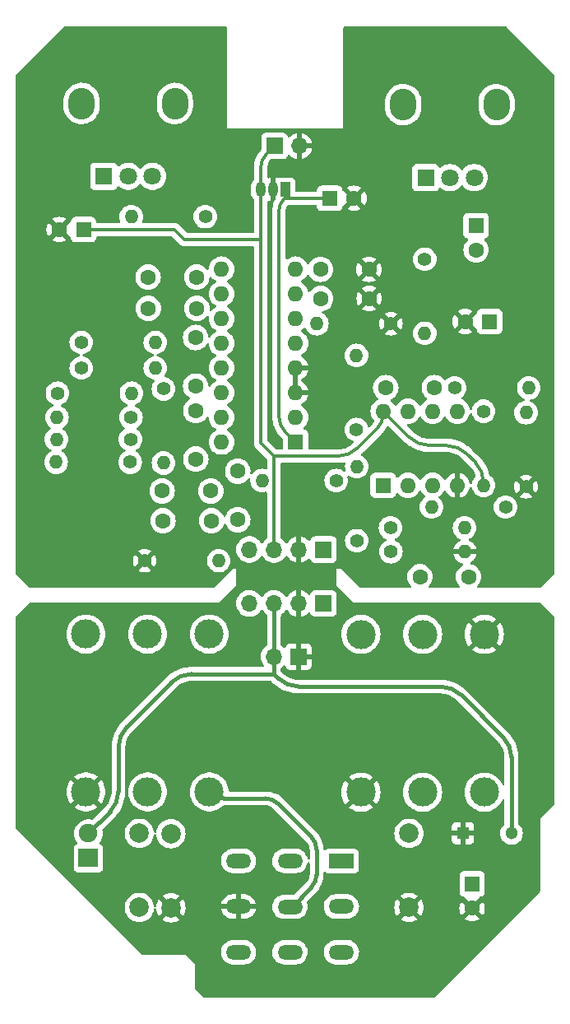
<source format=gbr>
%TF.GenerationSoftware,KiCad,Pcbnew,7.0.2-6a45011f42~172~ubuntu22.04.1*%
%TF.CreationDate,2023-05-16T10:12:08+01:00*%
%TF.ProjectId,little-angel-chorus,6c697474-6c65-42d6-916e-67656c2d6368,rev?*%
%TF.SameCoordinates,Original*%
%TF.FileFunction,Copper,L2,Bot*%
%TF.FilePolarity,Positive*%
%FSLAX46Y46*%
G04 Gerber Fmt 4.6, Leading zero omitted, Abs format (unit mm)*
G04 Created by KiCad (PCBNEW 7.0.2-6a45011f42~172~ubuntu22.04.1) date 2023-05-16 10:12:08*
%MOMM*%
%LPD*%
G01*
G04 APERTURE LIST*
%TA.AperFunction,ComponentPad*%
%ADD10C,1.400000*%
%TD*%
%TA.AperFunction,ComponentPad*%
%ADD11O,1.400000X1.400000*%
%TD*%
%TA.AperFunction,ComponentPad*%
%ADD12R,1.600000X1.600000*%
%TD*%
%TA.AperFunction,ComponentPad*%
%ADD13C,1.600000*%
%TD*%
%TA.AperFunction,ComponentPad*%
%ADD14C,3.000000*%
%TD*%
%TA.AperFunction,ComponentPad*%
%ADD15R,1.700000X1.700000*%
%TD*%
%TA.AperFunction,ComponentPad*%
%ADD16O,1.700000X1.700000*%
%TD*%
%TA.AperFunction,ComponentPad*%
%ADD17C,1.998980*%
%TD*%
%TA.AperFunction,ComponentPad*%
%ADD18R,1.300000X1.300000*%
%TD*%
%TA.AperFunction,ComponentPad*%
%ADD19C,1.300000*%
%TD*%
%TA.AperFunction,ComponentPad*%
%ADD20O,1.600000X1.600000*%
%TD*%
%TA.AperFunction,ComponentPad*%
%ADD21O,2.720000X3.240000*%
%TD*%
%TA.AperFunction,ComponentPad*%
%ADD22R,1.800000X1.800000*%
%TD*%
%TA.AperFunction,ComponentPad*%
%ADD23C,1.800000*%
%TD*%
%TA.AperFunction,ComponentPad*%
%ADD24R,2.600000X1.500000*%
%TD*%
%TA.AperFunction,ComponentPad*%
%ADD25O,2.600000X1.500000*%
%TD*%
%TA.AperFunction,ComponentPad*%
%ADD26R,1.050000X1.500000*%
%TD*%
%TA.AperFunction,ComponentPad*%
%ADD27O,1.050000X1.500000*%
%TD*%
%TA.AperFunction,ComponentPad*%
%ADD28R,2.000000X1.900000*%
%TD*%
%TA.AperFunction,ComponentPad*%
%ADD29C,1.900000*%
%TD*%
%TA.AperFunction,Conductor*%
%ADD30C,0.350000*%
%TD*%
%TA.AperFunction,Conductor*%
%ADD31C,0.400000*%
%TD*%
G04 APERTURE END LIST*
D10*
%TO.P,R15,1*%
%TO.N,GND*%
X157850000Y-74920000D03*
D11*
%TO.P,R15,2*%
%TO.N,Net-(U1-VCO)*%
X150230000Y-74920000D03*
%TD*%
D10*
%TO.P,R16,1*%
%TO.N,Net-(U2B--)*%
X164413812Y-81513812D03*
D11*
%TO.P,R16,2*%
%TO.N,Net-(C13-Pad2)*%
X172033812Y-81513812D03*
%TD*%
D12*
%TO.P,C11,1*%
%TO.N,+9V*%
X126200000Y-65230000D03*
D13*
%TO.P,C11,2*%
%TO.N,GND*%
X123700000Y-65230000D03*
%TD*%
D14*
%TO.P,J2,1*%
%TO.N,GND*%
X167453812Y-106863812D03*
%TO.P,J2,2*%
%TO.N,Net-(J2-Pad2)*%
X154753812Y-106863812D03*
%TO.P,J2,3*%
%TO.N,N/C*%
X161103812Y-106863812D03*
%TO.P,J2,4*%
X167453812Y-123093812D03*
%TO.P,J2,5*%
%TO.N,GND*%
X154753812Y-123093812D03*
%TO.P,J2,6*%
%TO.N,N/C*%
X161103812Y-123093812D03*
%TD*%
D10*
%TO.P,R7,1*%
%TO.N,Net-(C2-Pad1)*%
X131013812Y-89153812D03*
D11*
%TO.P,R7,2*%
%TO.N,Net-(R7-Pad2)*%
X123393812Y-89153812D03*
%TD*%
D15*
%TO.P,J4,1*%
%TO.N,GND*%
X148343812Y-109143812D03*
D16*
%TO.P,J4,2*%
%TO.N,+9V*%
X145803812Y-109143812D03*
%TD*%
D13*
%TO.P,C9,1*%
%TO.N,GND*%
X155590000Y-69320000D03*
%TO.P,C9,2*%
%TO.N,Net-(U1-CC0)*%
X150590000Y-69320000D03*
%TD*%
D10*
%TO.P,R13,1*%
%TO.N,Net-(R11-Pad1)*%
X125963812Y-76833812D03*
D11*
%TO.P,R13,2*%
%TO.N,Net-(U1-OP2-OUT)*%
X133583812Y-76833812D03*
%TD*%
D13*
%TO.P,C2,1*%
%TO.N,Net-(C2-Pad1)*%
X134300000Y-92110000D03*
%TO.P,C2,2*%
%TO.N,Net-(C2-Pad2)*%
X139300000Y-92110000D03*
%TD*%
D12*
%TO.P,C13,1*%
%TO.N,Net-(C13-Pad1)*%
X166613812Y-64813812D03*
D13*
%TO.P,C13,2*%
%TO.N,Net-(C13-Pad2)*%
X166613812Y-67313812D03*
%TD*%
D10*
%TO.P,R14,1*%
%TO.N,Net-(R14-Pad1)*%
X161333812Y-68273812D03*
D11*
%TO.P,R14,2*%
%TO.N,Net-(U1-REF)*%
X161333812Y-75893812D03*
%TD*%
D17*
%TO.P,R2,1*%
%TO.N,{slash}O*%
X135203812Y-127353812D03*
%TO.P,R2,2*%
%TO.N,GND*%
X135203812Y-134973812D03*
%TD*%
D18*
%TO.P,C1,1*%
%TO.N,GND*%
X165253812Y-127333812D03*
D19*
%TO.P,C1,2*%
%TO.N,+9V*%
X170253812Y-127333812D03*
%TD*%
D10*
%TO.P,R5,1*%
%TO.N,Net-(C2-Pad2)*%
X152203812Y-91043812D03*
D11*
%TO.P,R5,2*%
%TO.N,Net-(C3-Pad1)*%
X144583812Y-91043812D03*
%TD*%
D12*
%TO.P,C14,1*%
%TO.N,Net-(C13-Pad2)*%
X167996463Y-74683812D03*
D13*
%TO.P,C14,2*%
%TO.N,GND*%
X165496463Y-74683812D03*
%TD*%
%TO.P,C7,1*%
%TO.N,Net-(U1-OP2-OUT)*%
X137870000Y-73330000D03*
%TO.P,C7,2*%
%TO.N,Net-(U1-OP2-IN)*%
X132870000Y-73330000D03*
%TD*%
D10*
%TO.P,R20,1*%
%TO.N,GND*%
X171753812Y-91683812D03*
D11*
%TO.P,R20,2*%
%TO.N,Net-(U2B-+)*%
X171753812Y-84063812D03*
%TD*%
D10*
%TO.P,R9,1*%
%TO.N,Net-(U1-LPF1-OUT)*%
X131093812Y-84553812D03*
D11*
%TO.P,R9,2*%
%TO.N,Net-(R7-Pad2)*%
X123473812Y-84553812D03*
%TD*%
D12*
%TO.P,U2,1*%
%TO.N,Net-(C2-Pad2)*%
X157049929Y-91529929D03*
D20*
%TO.P,U2,2,-*%
%TO.N,Net-(U2A--)*%
X159589929Y-91529929D03*
%TO.P,U2,3,+*%
%TO.N,Net-(U2A-+)*%
X162129929Y-91529929D03*
%TO.P,U2,4,V-*%
%TO.N,GND*%
X164669929Y-91529929D03*
%TO.P,U2,5,+*%
%TO.N,Net-(U2B-+)*%
X164669929Y-83909929D03*
%TO.P,U2,6,-*%
%TO.N,Net-(U2B--)*%
X162129929Y-83909929D03*
%TO.P,U2,7*%
%TO.N,Net-(C15-Pad2)*%
X159589929Y-83909929D03*
%TO.P,U2,8,V+*%
%TO.N,+9V*%
X157049929Y-83909929D03*
%TD*%
D12*
%TO.P,C12,1*%
%TO.N,Net-(U1-VCC)*%
X151543812Y-62013812D03*
D13*
%TO.P,C12,2*%
%TO.N,GND*%
X154043812Y-62013812D03*
%TD*%
D21*
%TO.P,RV2,*%
%TO.N,*%
X126003812Y-52248812D03*
X135603812Y-52248812D03*
D22*
%TO.P,RV2,1,1*%
%TO.N,unconnected-(RV2-Pad1)*%
X128303812Y-59748812D03*
D23*
%TO.P,RV2,2,2*%
%TO.N,Net-(R18-Pad2)*%
X130803812Y-59748812D03*
%TO.P,RV2,3,3*%
%TO.N,Net-(C13-Pad2)*%
X133303812Y-59748812D03*
%TD*%
D15*
%TO.P,JOVGI1,1*%
%TO.N,{slash}I*%
X150903812Y-103683812D03*
D16*
%TO.P,JOVGI1,2*%
%TO.N,GND*%
X148363812Y-103683812D03*
%TO.P,JOVGI1,3*%
%TO.N,+9V*%
X145823812Y-103683812D03*
%TO.P,JOVGI1,4*%
%TO.N,{slash}O*%
X143283812Y-103683812D03*
%TD*%
D10*
%TO.P,R18,1*%
%TO.N,Net-(C15-Pad2)*%
X138733812Y-63893812D03*
D11*
%TO.P,R18,2*%
%TO.N,Net-(R18-Pad2)*%
X131113812Y-63893812D03*
%TD*%
D10*
%TO.P,R3,1*%
%TO.N,Net-(U2A--)*%
X154319929Y-97229929D03*
D11*
%TO.P,R3,2*%
%TO.N,Net-(C2-Pad2)*%
X154319929Y-89609929D03*
%TD*%
D10*
%TO.P,R17,1*%
%TO.N,Net-(U2B-+)*%
X154303812Y-85793812D03*
D11*
%TO.P,R17,2*%
%TO.N,Net-(C15-Pad2)*%
X154303812Y-78173812D03*
%TD*%
D17*
%TO.P,R3,1*%
%TO.N,Net-(D1-Pad1)*%
X131953812Y-134953812D03*
%TO.P,R3,2*%
%TO.N,Net-(R3-Pad2)*%
X131953812Y-127333812D03*
%TD*%
D12*
%TO.P,C2,1*%
%TO.N,+9V*%
X166203812Y-132533812D03*
D13*
%TO.P,C2,2*%
%TO.N,GND*%
X166203812Y-135033812D03*
%TD*%
%TO.P,C5,1*%
%TO.N,Net-(U1-LPF1-IN)*%
X137760000Y-88840000D03*
%TO.P,C5,2*%
%TO.N,Net-(U1-LPF1-OUT)*%
X137760000Y-83840000D03*
%TD*%
%TO.P,C8,1*%
%TO.N,Net-(U1-OP1-IN)*%
X132850000Y-70110000D03*
%TO.P,C8,2*%
%TO.N,Net-(U1-OP1-OUT)*%
X137850000Y-70110000D03*
%TD*%
D24*
%TO.P,SW1,1*%
%TO.N,Net-(SW1-Pad1)*%
X152753812Y-130158812D03*
D25*
%TO.P,SW1,2*%
X147453812Y-130158812D03*
%TO.P,SW1,3*%
%TO.N,{slash}I*%
X142153812Y-130158812D03*
%TO.P,SW1,4*%
%TO.N,Net-(J2-Pad2)*%
X152753812Y-134858812D03*
%TO.P,SW1,5*%
%TO.N,Net-(J3-Pad2)*%
X147453812Y-134883812D03*
%TO.P,SW1,6*%
%TO.N,GND*%
X142153812Y-134858812D03*
%TO.P,SW1,7*%
%TO.N,{slash}I*%
X152753812Y-139558812D03*
%TO.P,SW1,8*%
%TO.N,{slash}O*%
X147453812Y-139558812D03*
%TO.P,SW1,9*%
%TO.N,Net-(R3-Pad2)*%
X142153812Y-139558812D03*
%TD*%
D15*
%TO.P,J1,1*%
%TO.N,+9V*%
X145853812Y-56633812D03*
D16*
%TO.P,J1,2*%
%TO.N,GND*%
X148393812Y-56633812D03*
%TD*%
D12*
%TO.P,U1,1,VCC*%
%TO.N,Net-(U1-VCC)*%
X148033812Y-87078812D03*
D20*
%TO.P,U1,2,REF*%
%TO.N,Net-(U1-REF)*%
X148033812Y-84538812D03*
%TO.P,U1,3,AGND*%
%TO.N,GND*%
X148033812Y-81998812D03*
%TO.P,U1,4,DGND*%
X148033812Y-79458812D03*
%TO.P,U1,5,CLK_O*%
%TO.N,unconnected-(U1-CLK_O-Pad5)*%
X148033812Y-76918812D03*
%TO.P,U1,6,VCO*%
%TO.N,Net-(U1-VCO)*%
X148033812Y-74378812D03*
%TO.P,U1,7,CC1*%
%TO.N,Net-(U1-CC1)*%
X148033812Y-71838812D03*
%TO.P,U1,8,CC0*%
%TO.N,Net-(U1-CC0)*%
X148033812Y-69298812D03*
%TO.P,U1,9,OP1-OUT*%
%TO.N,Net-(U1-OP1-OUT)*%
X140413812Y-69298812D03*
%TO.P,U1,10,OP1-IN*%
%TO.N,Net-(U1-OP1-IN)*%
X140413812Y-71838812D03*
%TO.P,U1,11,OP2-IN*%
%TO.N,Net-(U1-OP2-IN)*%
X140413812Y-74378812D03*
%TO.P,U1,12,OP2-OUT*%
%TO.N,Net-(U1-OP2-OUT)*%
X140413812Y-76918812D03*
%TO.P,U1,13,LPF2-IN*%
%TO.N,Net-(U1-LPF2-IN)*%
X140413812Y-79458812D03*
%TO.P,U1,14,LPF2-OUT*%
%TO.N,Net-(U1-LPF2-OUT)*%
X140413812Y-81998812D03*
%TO.P,U1,15,LPF1-OUT*%
%TO.N,Net-(U1-LPF1-OUT)*%
X140413812Y-84538812D03*
%TO.P,U1,16,LPF1-IN*%
%TO.N,Net-(U1-LPF1-IN)*%
X140413812Y-87078812D03*
%TD*%
D10*
%TO.P,R4,1*%
%TO.N,Net-(U1-VCC)*%
X169639929Y-93769929D03*
D11*
%TO.P,R4,2*%
%TO.N,Net-(U2A-+)*%
X162019929Y-93769929D03*
%TD*%
D14*
%TO.P,J3,1*%
%TO.N,GND*%
X126453812Y-123063812D03*
%TO.P,J3,2*%
%TO.N,Net-(J3-Pad2)*%
X139153812Y-123063812D03*
%TO.P,J3,3*%
%TO.N,N/C*%
X132803812Y-123063812D03*
%TO.P,J3,4*%
X126453812Y-106833812D03*
%TO.P,J3,5*%
X139153812Y-106833812D03*
%TO.P,J3,6*%
X132803812Y-106833812D03*
%TD*%
D10*
%TO.P,R12,1*%
%TO.N,Net-(R11-Pad1)*%
X125963812Y-79463812D03*
D11*
%TO.P,R12,2*%
%TO.N,Net-(U1-LPF2-IN)*%
X133583812Y-79463812D03*
%TD*%
D21*
%TO.P,RV1,*%
%TO.N,*%
X159123812Y-52378812D03*
X168723812Y-52378812D03*
D22*
%TO.P,RV1,1,1*%
%TO.N,Net-(R14-Pad1)*%
X161423812Y-59878812D03*
D23*
%TO.P,RV1,2,2*%
%TO.N,Net-(C13-Pad1)*%
X163923812Y-59878812D03*
%TO.P,RV1,3,3*%
%TO.N,unconnected-(RV1-Pad3)*%
X166423812Y-59878812D03*
%TD*%
D10*
%TO.P,R11,1*%
%TO.N,Net-(R11-Pad1)*%
X123523812Y-82053812D03*
D11*
%TO.P,R11,2*%
%TO.N,Net-(U1-LPF2-OUT)*%
X131143812Y-82053812D03*
%TD*%
D10*
%TO.P,R19,1*%
%TO.N,Net-(U2B-+)*%
X167383812Y-83913812D03*
D11*
%TO.P,R19,2*%
%TO.N,+9V*%
X167383812Y-91533812D03*
%TD*%
D10*
%TO.P,R10,1*%
%TO.N,Net-(U1-LPF2-OUT)*%
X134430000Y-81620000D03*
D11*
%TO.P,R10,2*%
%TO.N,Net-(C4-Pad1)*%
X134430000Y-89240000D03*
%TD*%
D13*
%TO.P,C3,1*%
%TO.N,Net-(C3-Pad1)*%
X142080000Y-90070000D03*
%TO.P,C3,2*%
%TO.N,{slash}O*%
X142080000Y-95070000D03*
%TD*%
D15*
%TO.P,JOVGI2,1*%
%TO.N,{slash}I*%
X150903812Y-98133812D03*
D16*
%TO.P,JOVGI2,2*%
%TO.N,GND*%
X148363812Y-98133812D03*
%TO.P,JOVGI2,3*%
%TO.N,+9V*%
X145823812Y-98133812D03*
%TO.P,JOVGI2,4*%
%TO.N,{slash}O*%
X143283812Y-98133812D03*
%TD*%
D26*
%TO.P,U3,1,VO*%
%TO.N,Net-(U1-VCC)*%
X146983812Y-61123812D03*
D27*
%TO.P,U3,2,GND*%
%TO.N,GND*%
X145713812Y-61123812D03*
%TO.P,U3,3,VI*%
%TO.N,+9V*%
X144443812Y-61123812D03*
%TD*%
D10*
%TO.P,R2,1*%
%TO.N,Net-(C1-Pad2)*%
X157789929Y-95909929D03*
D11*
%TO.P,R2,2*%
%TO.N,Net-(U2A--)*%
X165409929Y-95909929D03*
%TD*%
D13*
%TO.P,C10,1*%
%TO.N,GND*%
X155610000Y-72330000D03*
%TO.P,C10,2*%
%TO.N,Net-(U1-CC1)*%
X150610000Y-72330000D03*
%TD*%
%TO.P,C4,1*%
%TO.N,Net-(C4-Pad1)*%
X134380000Y-95170000D03*
%TO.P,C4,2*%
%TO.N,{slash}O*%
X139380000Y-95170000D03*
%TD*%
D17*
%TO.P,R1,1*%
%TO.N,{slash}I*%
X159703812Y-127333812D03*
%TO.P,R1,2*%
%TO.N,GND*%
X159703812Y-134953812D03*
%TD*%
D13*
%TO.P,C6,1*%
%TO.N,Net-(U1-LPF2-OUT)*%
X137740000Y-81330000D03*
%TO.P,C6,2*%
%TO.N,Net-(U1-LPF2-IN)*%
X137740000Y-76330000D03*
%TD*%
%TO.P,C15,1*%
%TO.N,Net-(U2B--)*%
X162313812Y-81483812D03*
%TO.P,C15,2*%
%TO.N,Net-(C15-Pad2)*%
X157313812Y-81483812D03*
%TD*%
D10*
%TO.P,R8,1*%
%TO.N,Net-(U1-LPF1-IN)*%
X131033812Y-86793812D03*
D11*
%TO.P,R8,2*%
%TO.N,Net-(R7-Pad2)*%
X123413812Y-86793812D03*
%TD*%
D10*
%TO.P,R6,1*%
%TO.N,GND*%
X132500000Y-99280000D03*
D11*
%TO.P,R6,2*%
%TO.N,{slash}O*%
X140120000Y-99280000D03*
%TD*%
D10*
%TO.P,R1,1*%
%TO.N,{slash}I*%
X157849929Y-98369929D03*
D11*
%TO.P,R1,2*%
%TO.N,GND*%
X165469929Y-98369929D03*
%TD*%
D13*
%TO.P,C1,1*%
%TO.N,{slash}I*%
X160830000Y-100940000D03*
%TO.P,C1,2*%
%TO.N,Net-(C1-Pad2)*%
X165830000Y-100940000D03*
%TD*%
D28*
%TO.P,D1,1*%
%TO.N,Net-(D1-Pad1)*%
X126703812Y-129873812D03*
D29*
%TO.P,D1,2*%
%TO.N,+9V*%
X126703812Y-127333812D03*
%TD*%
D30*
%TO.N,+9V*%
X144443812Y-87203812D02*
X145783812Y-88543812D01*
D31*
X145803812Y-109143812D02*
X145803812Y-110433812D01*
X170253812Y-119526453D02*
X170253812Y-127333812D01*
X129803812Y-118476453D02*
X129803812Y-122991171D01*
D30*
X144443812Y-66233812D02*
X144443812Y-87203812D01*
X156464142Y-85663482D02*
X154462491Y-87665133D01*
X136566453Y-66233812D02*
X135562641Y-65230000D01*
X165672492Y-88312492D02*
X166505133Y-89145133D01*
X152341171Y-88543812D02*
X145783812Y-88543812D01*
D31*
X145803812Y-110933812D02*
X137346453Y-110933812D01*
X145823812Y-104885893D02*
X145803812Y-104905893D01*
D30*
X145853812Y-56633812D02*
X145029598Y-57458026D01*
X145783812Y-98093812D02*
X145823812Y-98133812D01*
X135562641Y-65230000D02*
X126200000Y-65230000D01*
D31*
X128925132Y-125112492D02*
X126703812Y-127333812D01*
X145803812Y-110933812D02*
X146225133Y-111355133D01*
X148346453Y-112233812D02*
X162961171Y-112233812D01*
X145803812Y-110433812D02*
X145803812Y-110933812D01*
D30*
X145783812Y-88543812D02*
X145783812Y-98093812D01*
X157049929Y-83909929D02*
X159695133Y-86555133D01*
X157049929Y-83909929D02*
X157049929Y-84249268D01*
X136566453Y-66233812D02*
X144443812Y-66233812D01*
D31*
X145823812Y-103683812D02*
X145823812Y-104885893D01*
D30*
X161816453Y-87433812D02*
X163551171Y-87433812D01*
D31*
X165082492Y-113112492D02*
X169375133Y-117405133D01*
D30*
X144443812Y-61123812D02*
X144443812Y-66233812D01*
D31*
X145803812Y-104905893D02*
X145803812Y-110433812D01*
D30*
X144443812Y-58872239D02*
X144443812Y-61123812D01*
X167383812Y-91266453D02*
X167383812Y-91533812D01*
D31*
X135225132Y-111812492D02*
X130682491Y-116355133D01*
D30*
X167383841Y-91266453D02*
G75*
G03*
X166505132Y-89145134I-3000041J-47D01*
G01*
D31*
X170253841Y-119526453D02*
G75*
G03*
X169375132Y-117405134I-3000041J-47D01*
G01*
X146225154Y-111355112D02*
G75*
G03*
X148346453Y-112233812I2121346J2121312D01*
G01*
X137346453Y-110933776D02*
G75*
G03*
X135225133Y-111812493I47J-3000024D01*
G01*
D30*
X159695154Y-86555112D02*
G75*
G03*
X161816453Y-87433812I2121346J2121312D01*
G01*
X152341171Y-88543788D02*
G75*
G03*
X154462491Y-87665133I29J2999988D01*
G01*
D31*
X130682517Y-116355159D02*
G75*
G03*
X129803812Y-118476453I2121283J-2121341D01*
G01*
D30*
X165672504Y-88312480D02*
G75*
G03*
X163551171Y-87433812I-2121304J-2121320D01*
G01*
D31*
X128925149Y-125112509D02*
G75*
G03*
X129803812Y-122991171I-2121349J2121309D01*
G01*
X165082504Y-113112480D02*
G75*
G03*
X162961171Y-112233812I-2121304J-2121320D01*
G01*
D30*
X156464164Y-85663504D02*
G75*
G03*
X157049929Y-84249268I-1414264J1414204D01*
G01*
X145029581Y-57458009D02*
G75*
G03*
X144443812Y-58872239I1414219J-1414191D01*
G01*
%TO.N,Net-(U1-VCC)*%
X146893812Y-62043812D02*
X146983812Y-62043812D01*
X147013812Y-62013812D02*
X146983812Y-62043812D01*
X146773152Y-62164472D02*
X146893812Y-62043812D01*
X146983812Y-62043812D02*
X146983812Y-61123812D01*
X148033812Y-87078812D02*
X146919599Y-85964599D01*
X151543812Y-62013812D02*
X147013812Y-62013812D01*
X146333812Y-84550385D02*
X146333812Y-63225132D01*
X146333820Y-84550385D02*
G75*
G03*
X146919600Y-85964598I1999980J-15D01*
G01*
X146773138Y-62164458D02*
G75*
G03*
X146333812Y-63225132I1060662J-1060642D01*
G01*
D31*
%TO.N,Net-(J3-Pad2)*%
X150203812Y-129062239D02*
X150203812Y-131505385D01*
X139153812Y-123063812D02*
X139238026Y-123148026D01*
X146289599Y-124319599D02*
X149618026Y-127648026D01*
X147653812Y-134883812D02*
X147453812Y-134883812D01*
X140652239Y-123733812D02*
X144875385Y-123733812D01*
X149618025Y-132919599D02*
X147653812Y-134883812D01*
X146289604Y-124319594D02*
G75*
G03*
X144875385Y-123733812I-1414204J-1414206D01*
G01*
X139238004Y-123148048D02*
G75*
G03*
X140652239Y-123733812I1414196J1414248D01*
G01*
X150203780Y-129062239D02*
G75*
G03*
X149618025Y-127648027I-1999980J39D01*
G01*
X149618035Y-132919609D02*
G75*
G03*
X150203812Y-131505385I-1414235J1414209D01*
G01*
%TD*%
%TA.AperFunction,Conductor*%
%TO.N,GND*%
G36*
X145532864Y-61458175D02*
G01*
X145651236Y-61498812D01*
X145744885Y-61498812D01*
X145837258Y-61483398D01*
X145947326Y-61423831D01*
X145950312Y-61420587D01*
X145950312Y-61922450D01*
X145950672Y-61925798D01*
X145956823Y-61983014D01*
X145959867Y-61991174D01*
X145967812Y-62035207D01*
X145967812Y-62054450D01*
X145948501Y-62121483D01*
X145921620Y-62164265D01*
X145921606Y-62164289D01*
X145919735Y-62167268D01*
X145918205Y-62170443D01*
X145918200Y-62170454D01*
X145814865Y-62385040D01*
X145813329Y-62388230D01*
X145812164Y-62391559D01*
X145812158Y-62391574D01*
X145733502Y-62616375D01*
X145732333Y-62619717D01*
X145731548Y-62623154D01*
X145731544Y-62623170D01*
X145678552Y-62855360D01*
X145678549Y-62855372D01*
X145677764Y-62858816D01*
X145677368Y-62862324D01*
X145677367Y-62862335D01*
X145670532Y-62923012D01*
X145650310Y-63102523D01*
X145650312Y-63206336D01*
X145650312Y-84591729D01*
X145650316Y-84591771D01*
X145650319Y-84591855D01*
X145650319Y-84701082D01*
X145650713Y-84704581D01*
X145650714Y-84704594D01*
X145682651Y-84988055D01*
X145684064Y-85000592D01*
X145684846Y-85004021D01*
X145684848Y-85004029D01*
X145730369Y-85203472D01*
X145751131Y-85294440D01*
X145752289Y-85297750D01*
X145752293Y-85297763D01*
X145849511Y-85575600D01*
X145850677Y-85578931D01*
X145862943Y-85604401D01*
X145979914Y-85847298D01*
X145979920Y-85847309D01*
X145981451Y-85850488D01*
X145983328Y-85853476D01*
X145983334Y-85853486D01*
X146080768Y-86008551D01*
X146141807Y-86105695D01*
X146144017Y-86108466D01*
X146144019Y-86108469D01*
X146244534Y-86234512D01*
X146329729Y-86341343D01*
X146332237Y-86343851D01*
X146407053Y-86418667D01*
X146407057Y-86418672D01*
X146688407Y-86700022D01*
X146722433Y-86762334D01*
X146725312Y-86789117D01*
X146725312Y-87734312D01*
X146705310Y-87802433D01*
X146651654Y-87848926D01*
X146599312Y-87860312D01*
X146119117Y-87860312D01*
X146050996Y-87840310D01*
X146030022Y-87823407D01*
X145164217Y-86957602D01*
X145130191Y-86895290D01*
X145127312Y-86868507D01*
X145127312Y-62416845D01*
X145147314Y-62348724D01*
X145200970Y-62302231D01*
X145271244Y-62292127D01*
X145312710Y-62305724D01*
X145316587Y-62307796D01*
X145459812Y-62351242D01*
X145459812Y-61578497D01*
X145461985Y-61563847D01*
X145461142Y-61563764D01*
X145474924Y-61423831D01*
X145475907Y-61413843D01*
X145532864Y-61458175D01*
G37*
%TD.AperFunction*%
%TA.AperFunction,Conductor*%
G36*
X148287812Y-81687125D02*
G01*
X148271857Y-81671171D01*
X148158960Y-81613647D01*
X148065293Y-81598812D01*
X148002331Y-81598812D01*
X147908664Y-81613647D01*
X147795767Y-81671171D01*
X147779812Y-81687125D01*
X147779812Y-79770498D01*
X147795767Y-79786453D01*
X147908664Y-79843977D01*
X148002331Y-79858812D01*
X148065293Y-79858812D01*
X148158960Y-79843977D01*
X148271857Y-79786453D01*
X148287812Y-79770498D01*
X148287812Y-81687125D01*
G37*
%TD.AperFunction*%
%TA.AperFunction,Conductor*%
G36*
X140895433Y-44354314D02*
G01*
X140941926Y-44407970D01*
X140953312Y-44460312D01*
X140953312Y-54808884D01*
X140953227Y-54809312D01*
X140953270Y-54833811D01*
X140953312Y-54833911D01*
X140953428Y-54834194D01*
X140953429Y-54834195D01*
X140953812Y-54834353D01*
X140953814Y-54834351D01*
X140978826Y-54834336D01*
X140978826Y-54834340D01*
X140978970Y-54834312D01*
X152928654Y-54834312D01*
X152928797Y-54834340D01*
X152928798Y-54834336D01*
X152953809Y-54834351D01*
X152953812Y-54834353D01*
X152954195Y-54834195D01*
X152954312Y-54833911D01*
X152954353Y-54833812D01*
X152954353Y-54833811D01*
X152954396Y-54809312D01*
X152954312Y-54808884D01*
X152954312Y-52707100D01*
X157255312Y-52707100D01*
X157255478Y-52709370D01*
X157255479Y-52709393D01*
X157270278Y-52911593D01*
X157329750Y-53178568D01*
X157427456Y-53434031D01*
X157561319Y-53672550D01*
X157728482Y-53889031D01*
X157925383Y-54078869D01*
X157925386Y-54078871D01*
X158147831Y-54238017D01*
X158391078Y-54363079D01*
X158649942Y-54451391D01*
X158918905Y-54501071D01*
X159192236Y-54511060D01*
X159192236Y-54511059D01*
X159192237Y-54511060D01*
X159260203Y-54503581D01*
X159464108Y-54481146D01*
X159728728Y-54411965D01*
X159980455Y-54304993D01*
X160213924Y-54162509D01*
X160424159Y-53987550D01*
X160606679Y-53783845D01*
X160757595Y-53555735D01*
X160873689Y-53308083D01*
X160952488Y-53046167D01*
X160972294Y-52911593D01*
X160992312Y-52775570D01*
X160992312Y-52707100D01*
X166855312Y-52707100D01*
X166855478Y-52709370D01*
X166855479Y-52709393D01*
X166870278Y-52911593D01*
X166929750Y-53178568D01*
X167027456Y-53434031D01*
X167161319Y-53672550D01*
X167328482Y-53889031D01*
X167525383Y-54078869D01*
X167525386Y-54078871D01*
X167747831Y-54238017D01*
X167991078Y-54363079D01*
X168249942Y-54451391D01*
X168518905Y-54501071D01*
X168792236Y-54511060D01*
X168792236Y-54511059D01*
X168792237Y-54511060D01*
X168860203Y-54503581D01*
X169064108Y-54481146D01*
X169328728Y-54411965D01*
X169580455Y-54304993D01*
X169813924Y-54162509D01*
X170024159Y-53987550D01*
X170206679Y-53783845D01*
X170357595Y-53555735D01*
X170473689Y-53308083D01*
X170552488Y-53046167D01*
X170572294Y-52911593D01*
X170592312Y-52775570D01*
X170592312Y-52052824D01*
X170592312Y-52050524D01*
X170577345Y-51846029D01*
X170517875Y-51579059D01*
X170420167Y-51323593D01*
X170420167Y-51323592D01*
X170286304Y-51085073D01*
X170119141Y-50868592D01*
X169922240Y-50678754D01*
X169805336Y-50595117D01*
X169699793Y-50519607D01*
X169456546Y-50394545D01*
X169456545Y-50394544D01*
X169456542Y-50394543D01*
X169197683Y-50306233D01*
X168928720Y-50256553D01*
X168655386Y-50246563D01*
X168383518Y-50276477D01*
X168118896Y-50345659D01*
X167867170Y-50452630D01*
X167633696Y-50595117D01*
X167423464Y-50770074D01*
X167240948Y-50973774D01*
X167090025Y-51201895D01*
X166973937Y-51449534D01*
X166895134Y-51711461D01*
X166864029Y-51922824D01*
X166855312Y-51982055D01*
X166855312Y-52707100D01*
X160992312Y-52707100D01*
X160992312Y-52052824D01*
X160992312Y-52050524D01*
X160977345Y-51846029D01*
X160917875Y-51579059D01*
X160820167Y-51323593D01*
X160820167Y-51323592D01*
X160686304Y-51085073D01*
X160519141Y-50868592D01*
X160322240Y-50678754D01*
X160205336Y-50595117D01*
X160099793Y-50519607D01*
X159856546Y-50394545D01*
X159856545Y-50394544D01*
X159856542Y-50394543D01*
X159597683Y-50306233D01*
X159328720Y-50256553D01*
X159055386Y-50246563D01*
X158783518Y-50276477D01*
X158518896Y-50345659D01*
X158267170Y-50452630D01*
X158033696Y-50595117D01*
X157823464Y-50770074D01*
X157640948Y-50973774D01*
X157490025Y-51201895D01*
X157373937Y-51449534D01*
X157295134Y-51711461D01*
X157264029Y-51922824D01*
X157255312Y-51982055D01*
X157255312Y-52707100D01*
X152954312Y-52707100D01*
X152954312Y-44460312D01*
X152974314Y-44392191D01*
X153027970Y-44345698D01*
X153080312Y-44334312D01*
X169651414Y-44334312D01*
X169719535Y-44354314D01*
X169740509Y-44371217D01*
X174666407Y-49297114D01*
X174700433Y-49359426D01*
X174703312Y-49386209D01*
X174703312Y-100531414D01*
X174683310Y-100599535D01*
X174666407Y-100620509D01*
X173240509Y-102046407D01*
X173178197Y-102080433D01*
X173151414Y-102083312D01*
X166841377Y-102083312D01*
X166773256Y-102063310D01*
X166726763Y-102009654D01*
X166716659Y-101939380D01*
X166746153Y-101874800D01*
X166752282Y-101868217D01*
X166836195Y-101784303D01*
X166836194Y-101784303D01*
X166836198Y-101784300D01*
X166967523Y-101596749D01*
X167064284Y-101389243D01*
X167123543Y-101168087D01*
X167143498Y-100940000D01*
X167123543Y-100711913D01*
X167064916Y-100493115D01*
X167064284Y-100490756D01*
X166967522Y-100283249D01*
X166836195Y-100095696D01*
X166674303Y-99933804D01*
X166486750Y-99802477D01*
X166279244Y-99705716D01*
X166095696Y-99656534D01*
X166035074Y-99619582D01*
X166004052Y-99555721D01*
X166012481Y-99485227D01*
X166057684Y-99430480D01*
X166075068Y-99420628D01*
X166076238Y-99420082D01*
X166249385Y-99298842D01*
X166398842Y-99149385D01*
X166520083Y-98976236D01*
X166609413Y-98784667D01*
X166652483Y-98623929D01*
X165711828Y-98623929D01*
X165766989Y-98564008D01*
X165813911Y-98457037D01*
X165823557Y-98340627D01*
X165794882Y-98227391D01*
X165730993Y-98129602D01*
X165713426Y-98115929D01*
X166652483Y-98115929D01*
X166609413Y-97955190D01*
X166520083Y-97763621D01*
X166398842Y-97590472D01*
X166249385Y-97441015D01*
X166076236Y-97319774D01*
X165906039Y-97240410D01*
X165852754Y-97193493D01*
X165833293Y-97125215D01*
X165853835Y-97057256D01*
X165906039Y-97012020D01*
X166016487Y-96960518D01*
X166189705Y-96839230D01*
X166339230Y-96689705D01*
X166460518Y-96516487D01*
X166549885Y-96324839D01*
X166604615Y-96120584D01*
X166623045Y-95909929D01*
X166604615Y-95699274D01*
X166549885Y-95495019D01*
X166460518Y-95303371D01*
X166456818Y-95298087D01*
X166339227Y-95130149D01*
X166189708Y-94980630D01*
X166016488Y-94859340D01*
X165824838Y-94769972D01*
X165620584Y-94715243D01*
X165409929Y-94696813D01*
X165199273Y-94715243D01*
X164995019Y-94769972D01*
X164803369Y-94859340D01*
X164630149Y-94980630D01*
X164480630Y-95130149D01*
X164359340Y-95303369D01*
X164269972Y-95495019D01*
X164215243Y-95699273D01*
X164196813Y-95909929D01*
X164215243Y-96120584D01*
X164269972Y-96324838D01*
X164359340Y-96516488D01*
X164480630Y-96689708D01*
X164630149Y-96839227D01*
X164630152Y-96839229D01*
X164630153Y-96839230D01*
X164687692Y-96879519D01*
X164803369Y-96960517D01*
X164973818Y-97039999D01*
X165027103Y-97086916D01*
X165046564Y-97155194D01*
X165026022Y-97223154D01*
X164973818Y-97268389D01*
X164863621Y-97319774D01*
X164690472Y-97441015D01*
X164541015Y-97590472D01*
X164419774Y-97763621D01*
X164330444Y-97955190D01*
X164287374Y-98115929D01*
X165228030Y-98115929D01*
X165172869Y-98175850D01*
X165125947Y-98282821D01*
X165116301Y-98399231D01*
X165144976Y-98512467D01*
X165208865Y-98610256D01*
X165226432Y-98623929D01*
X164287375Y-98623929D01*
X164330444Y-98784667D01*
X164419774Y-98976236D01*
X164541015Y-99149385D01*
X164690472Y-99298842D01*
X164863621Y-99420083D01*
X165055190Y-99509413D01*
X165194910Y-99546851D01*
X165255533Y-99583803D01*
X165286554Y-99647664D01*
X165278126Y-99718158D01*
X165232923Y-99772905D01*
X165215549Y-99782753D01*
X165173250Y-99802477D01*
X164985696Y-99933804D01*
X164823804Y-100095696D01*
X164692477Y-100283249D01*
X164595715Y-100490756D01*
X164536457Y-100711912D01*
X164516502Y-100940000D01*
X164536457Y-101168087D01*
X164595715Y-101389243D01*
X164692477Y-101596750D01*
X164823804Y-101784303D01*
X164907718Y-101868217D01*
X164941744Y-101930529D01*
X164936679Y-102001344D01*
X164894132Y-102058180D01*
X164827612Y-102082991D01*
X164818623Y-102083312D01*
X161841377Y-102083312D01*
X161773256Y-102063310D01*
X161726763Y-102009654D01*
X161716659Y-101939380D01*
X161746153Y-101874800D01*
X161752282Y-101868217D01*
X161836195Y-101784303D01*
X161836198Y-101784300D01*
X161967523Y-101596749D01*
X162064284Y-101389243D01*
X162123543Y-101168087D01*
X162143498Y-100940000D01*
X162123543Y-100711913D01*
X162064916Y-100493115D01*
X162064284Y-100490756D01*
X161967522Y-100283249D01*
X161836195Y-100095696D01*
X161674303Y-99933804D01*
X161486750Y-99802477D01*
X161279243Y-99705715D01*
X161058087Y-99646457D01*
X160830000Y-99626502D01*
X160601912Y-99646457D01*
X160380756Y-99705715D01*
X160173249Y-99802477D01*
X159985696Y-99933804D01*
X159823804Y-100095696D01*
X159692477Y-100283249D01*
X159595715Y-100490756D01*
X159536457Y-100711912D01*
X159516502Y-100940000D01*
X159536457Y-101168087D01*
X159595715Y-101389243D01*
X159692477Y-101596750D01*
X159823804Y-101784303D01*
X159907718Y-101868217D01*
X159941744Y-101930529D01*
X159936679Y-102001344D01*
X159894132Y-102058180D01*
X159827612Y-102082991D01*
X159818623Y-102083312D01*
X154756209Y-102083312D01*
X154688088Y-102063310D01*
X154667114Y-102046407D01*
X152715767Y-100095059D01*
X152704196Y-100083429D01*
X152704098Y-100083389D01*
X152704096Y-100083388D01*
X152703812Y-100083270D01*
X152703811Y-100083270D01*
X152678747Y-100083273D01*
X152678558Y-100083312D01*
X152228969Y-100083312D01*
X152228825Y-100083283D01*
X152228825Y-100083288D01*
X152203812Y-100083271D01*
X152203811Y-100083271D01*
X152203528Y-100083388D01*
X152203430Y-100083428D01*
X152203429Y-100083429D01*
X152203271Y-100083813D01*
X152203288Y-100108826D01*
X152203283Y-100108826D01*
X152203312Y-100108969D01*
X152203312Y-101808784D01*
X152203216Y-101809269D01*
X152203270Y-101833815D01*
X152203388Y-101834097D01*
X152203427Y-101834193D01*
X152221369Y-101852107D01*
X152221362Y-101852113D01*
X152221490Y-101852198D01*
X153935727Y-103566434D01*
X153936023Y-103566876D01*
X153953428Y-103584194D01*
X153953429Y-103584195D01*
X153953527Y-103584235D01*
X153953529Y-103584236D01*
X153953812Y-103584354D01*
X153978796Y-103584365D01*
X153979067Y-103584312D01*
X168953713Y-103584312D01*
X173151414Y-103584312D01*
X173219535Y-103604314D01*
X173240509Y-103621217D01*
X174666407Y-105047114D01*
X174700432Y-105109426D01*
X174703312Y-105136209D01*
X174703312Y-124281413D01*
X174683310Y-124349534D01*
X174666407Y-124370508D01*
X173221086Y-125815828D01*
X173220910Y-125815946D01*
X173203430Y-125833426D01*
X173203269Y-125833810D01*
X173203273Y-125858876D01*
X173203312Y-125859066D01*
X173203312Y-133281414D01*
X173183310Y-133349535D01*
X173166407Y-133370509D01*
X162340509Y-144196407D01*
X162278197Y-144230433D01*
X162251414Y-144233312D01*
X138656210Y-144233312D01*
X138588089Y-144213310D01*
X138567114Y-144196407D01*
X137741216Y-143370508D01*
X137707191Y-143308196D01*
X137704312Y-143281413D01*
X137704312Y-140859066D01*
X137704365Y-140858797D01*
X137704353Y-140833814D01*
X137704354Y-140833812D01*
X137704236Y-140833529D01*
X137704195Y-140833429D01*
X137704195Y-140833428D01*
X137686878Y-140816025D01*
X137686436Y-140815729D01*
X136715574Y-139844866D01*
X136704195Y-139833429D01*
X136704096Y-139833388D01*
X136703812Y-139833270D01*
X136703811Y-139833270D01*
X136678747Y-139833273D01*
X136678558Y-139833312D01*
X132256209Y-139833312D01*
X132188088Y-139813310D01*
X132167118Y-139796411D01*
X131986207Y-139615500D01*
X140341496Y-139615500D01*
X140355144Y-139716249D01*
X140371906Y-139839987D01*
X140371907Y-139839989D01*
X140441907Y-140055430D01*
X140549257Y-140254919D01*
X140690497Y-140432030D01*
X140780177Y-140510380D01*
X140861094Y-140581075D01*
X141055562Y-140697265D01*
X141267651Y-140776863D01*
X141406675Y-140802092D01*
X141490544Y-140817312D01*
X141490545Y-140817312D01*
X142757512Y-140817312D01*
X142760334Y-140817312D01*
X142929434Y-140802093D01*
X143147805Y-140741826D01*
X143351905Y-140643537D01*
X143535175Y-140510383D01*
X143691724Y-140346646D01*
X143816521Y-140157586D01*
X143905555Y-139949282D01*
X143955963Y-139728427D01*
X143961035Y-139615500D01*
X145641496Y-139615500D01*
X145655144Y-139716249D01*
X145671906Y-139839987D01*
X145671907Y-139839989D01*
X145741907Y-140055430D01*
X145849257Y-140254919D01*
X145990497Y-140432030D01*
X146080177Y-140510380D01*
X146161094Y-140581075D01*
X146355562Y-140697265D01*
X146567651Y-140776863D01*
X146706675Y-140802092D01*
X146790544Y-140817312D01*
X146790545Y-140817312D01*
X148057512Y-140817312D01*
X148060334Y-140817312D01*
X148229434Y-140802093D01*
X148447805Y-140741826D01*
X148651905Y-140643537D01*
X148835175Y-140510383D01*
X148991724Y-140346646D01*
X149116521Y-140157586D01*
X149205555Y-139949282D01*
X149255963Y-139728427D01*
X149261035Y-139615500D01*
X150941496Y-139615500D01*
X150955144Y-139716249D01*
X150971906Y-139839987D01*
X150971907Y-139839989D01*
X151041907Y-140055430D01*
X151149257Y-140254919D01*
X151290497Y-140432030D01*
X151380177Y-140510380D01*
X151461094Y-140581075D01*
X151655562Y-140697265D01*
X151867651Y-140776863D01*
X152006675Y-140802092D01*
X152090544Y-140817312D01*
X152090545Y-140817312D01*
X153357512Y-140817312D01*
X153360334Y-140817312D01*
X153529434Y-140802093D01*
X153747805Y-140741826D01*
X153951905Y-140643537D01*
X154135175Y-140510383D01*
X154291724Y-140346646D01*
X154416521Y-140157586D01*
X154505555Y-139949282D01*
X154555963Y-139728427D01*
X154566127Y-139502121D01*
X154535718Y-139277637D01*
X154465715Y-139062191D01*
X154358368Y-138862706D01*
X154310791Y-138803046D01*
X154217126Y-138685593D01*
X154046530Y-138536549D01*
X153941982Y-138474084D01*
X153852062Y-138420359D01*
X153639973Y-138340761D01*
X153639972Y-138340760D01*
X153639970Y-138340760D01*
X153417080Y-138300312D01*
X153417079Y-138300312D01*
X152147290Y-138300312D01*
X152144496Y-138300563D01*
X152144483Y-138300564D01*
X151978187Y-138315531D01*
X151759818Y-138375798D01*
X151555722Y-138474084D01*
X151469748Y-138536549D01*
X151372449Y-138607241D01*
X151372447Y-138607242D01*
X151372447Y-138607243D01*
X151215899Y-138770978D01*
X151091103Y-138960037D01*
X151002068Y-139168342D01*
X150951661Y-139389196D01*
X150941496Y-139615500D01*
X149261035Y-139615500D01*
X149266127Y-139502121D01*
X149235718Y-139277637D01*
X149165715Y-139062191D01*
X149058368Y-138862706D01*
X149010791Y-138803046D01*
X148917126Y-138685593D01*
X148746530Y-138536549D01*
X148641982Y-138474084D01*
X148552062Y-138420359D01*
X148339973Y-138340761D01*
X148339972Y-138340760D01*
X148339970Y-138340760D01*
X148117080Y-138300312D01*
X148117079Y-138300312D01*
X146847290Y-138300312D01*
X146844496Y-138300563D01*
X146844483Y-138300564D01*
X146678187Y-138315531D01*
X146459818Y-138375798D01*
X146255722Y-138474084D01*
X146169748Y-138536549D01*
X146072449Y-138607241D01*
X146072447Y-138607242D01*
X146072447Y-138607243D01*
X145915899Y-138770978D01*
X145791103Y-138960037D01*
X145702068Y-139168342D01*
X145651661Y-139389196D01*
X145641496Y-139615500D01*
X143961035Y-139615500D01*
X143966127Y-139502121D01*
X143935718Y-139277637D01*
X143865715Y-139062191D01*
X143758368Y-138862706D01*
X143710791Y-138803046D01*
X143617126Y-138685593D01*
X143446530Y-138536549D01*
X143341982Y-138474084D01*
X143252062Y-138420359D01*
X143039973Y-138340761D01*
X143039972Y-138340760D01*
X143039970Y-138340760D01*
X142817080Y-138300312D01*
X142817079Y-138300312D01*
X141547290Y-138300312D01*
X141544496Y-138300563D01*
X141544483Y-138300564D01*
X141378187Y-138315531D01*
X141159818Y-138375798D01*
X140955722Y-138474084D01*
X140869748Y-138536549D01*
X140772449Y-138607241D01*
X140772447Y-138607242D01*
X140772447Y-138607243D01*
X140615899Y-138770978D01*
X140491103Y-138960037D01*
X140402068Y-139168342D01*
X140351661Y-139389196D01*
X140341496Y-139615500D01*
X131986207Y-139615500D01*
X131204096Y-138833388D01*
X131204095Y-138833387D01*
X131189637Y-138818929D01*
X131189636Y-138818929D01*
X131189634Y-138818927D01*
X127324518Y-134953811D01*
X130441159Y-134953811D01*
X130459781Y-135190442D01*
X130515194Y-135421250D01*
X130606029Y-135640545D01*
X130730049Y-135842926D01*
X130884204Y-136023419D01*
X131064697Y-136177574D01*
X131267078Y-136301594D01*
X131267080Y-136301594D01*
X131267082Y-136301596D01*
X131328075Y-136326860D01*
X131486373Y-136392429D01*
X131486376Y-136392429D01*
X131486377Y-136392430D01*
X131717181Y-136447842D01*
X131953812Y-136466465D01*
X132190443Y-136447842D01*
X132421247Y-136392430D01*
X132421248Y-136392429D01*
X132421250Y-136392429D01*
X132474456Y-136370389D01*
X132640542Y-136301596D01*
X132842927Y-136177574D01*
X133023419Y-136023419D01*
X133177574Y-135842927D01*
X133301596Y-135640542D01*
X133384210Y-135441093D01*
X133392429Y-135421250D01*
X133402229Y-135380433D01*
X133447842Y-135190443D01*
X133452664Y-135129171D01*
X133477949Y-135062831D01*
X133535087Y-135020691D01*
X133605937Y-135016132D01*
X133668005Y-135050601D01*
X133701585Y-135113154D01*
X133703888Y-135129172D01*
X133710278Y-135210365D01*
X133765670Y-135441091D01*
X133856478Y-135660317D01*
X133971079Y-135847332D01*
X133971080Y-135847332D01*
X134719144Y-135099268D01*
X134743969Y-135183815D01*
X134821761Y-135304861D01*
X134930504Y-135399088D01*
X135061389Y-135458861D01*
X135075888Y-135460945D01*
X134330290Y-136206542D01*
X134330290Y-136206543D01*
X134517308Y-136321147D01*
X134736530Y-136411952D01*
X134967258Y-136467345D01*
X135203811Y-136485962D01*
X135440365Y-136467345D01*
X135671093Y-136411952D01*
X135890312Y-136321148D01*
X136077332Y-136206543D01*
X136077332Y-136206541D01*
X135331736Y-135460945D01*
X135346235Y-135458861D01*
X135477120Y-135399088D01*
X135585863Y-135304861D01*
X135663655Y-135183815D01*
X135688479Y-135099269D01*
X136436541Y-135847332D01*
X136436543Y-135847332D01*
X136551148Y-135660312D01*
X136641952Y-135441093D01*
X136697345Y-135210365D01*
X136705023Y-135112812D01*
X140368730Y-135112812D01*
X140372396Y-135139877D01*
X140442369Y-135355233D01*
X140549675Y-135554641D01*
X140690863Y-135731685D01*
X140861387Y-135880667D01*
X141055780Y-135996811D01*
X141267787Y-136076379D01*
X141490589Y-136116812D01*
X141899812Y-136116812D01*
X141899812Y-135358812D01*
X142407812Y-135358812D01*
X142407812Y-136116812D01*
X142757490Y-136116812D01*
X142763118Y-136116559D01*
X142929347Y-136101598D01*
X143147627Y-136041355D01*
X143351646Y-135943106D01*
X143534844Y-135810005D01*
X143691332Y-135646332D01*
X143816077Y-135457351D01*
X143905076Y-135249126D01*
X143936189Y-135112812D01*
X143134928Y-135112812D01*
X143163305Y-135068656D01*
X143203812Y-134930701D01*
X143203812Y-134786923D01*
X143163305Y-134648968D01*
X143134928Y-134604812D01*
X143938894Y-134604812D01*
X143935227Y-134577746D01*
X143865254Y-134362390D01*
X143757948Y-134162982D01*
X143616760Y-133985938D01*
X143446236Y-133836956D01*
X143251843Y-133720812D01*
X143039836Y-133641244D01*
X142817035Y-133600812D01*
X142407812Y-133600812D01*
X142407812Y-134358812D01*
X141899812Y-134358812D01*
X141899812Y-133600812D01*
X141550134Y-133600812D01*
X141544505Y-133601064D01*
X141378276Y-133616025D01*
X141159996Y-133676268D01*
X140955977Y-133774517D01*
X140772779Y-133907618D01*
X140616291Y-134071291D01*
X140491546Y-134260272D01*
X140402547Y-134468497D01*
X140371434Y-134604811D01*
X140371435Y-134604812D01*
X141172696Y-134604812D01*
X141144319Y-134648968D01*
X141103812Y-134786923D01*
X141103812Y-134930701D01*
X141144319Y-135068656D01*
X141172696Y-135112812D01*
X140368730Y-135112812D01*
X136705023Y-135112812D01*
X136715962Y-134973811D01*
X136697345Y-134737258D01*
X136641952Y-134506530D01*
X136551147Y-134287308D01*
X136436543Y-134100290D01*
X136436542Y-134100290D01*
X135688479Y-134848353D01*
X135663655Y-134763809D01*
X135585863Y-134642763D01*
X135477120Y-134548536D01*
X135346235Y-134488763D01*
X135331735Y-134486678D01*
X136077332Y-133741080D01*
X136077332Y-133741079D01*
X135890317Y-133626478D01*
X135671091Y-133535670D01*
X135440365Y-133480278D01*
X135203812Y-133461661D01*
X134967258Y-133480278D01*
X134736532Y-133535670D01*
X134517306Y-133626478D01*
X134330290Y-133741079D01*
X134330290Y-133741081D01*
X135075887Y-134486678D01*
X135061389Y-134488763D01*
X134930504Y-134548536D01*
X134821761Y-134642763D01*
X134743969Y-134763809D01*
X134719144Y-134848353D01*
X133971081Y-134100290D01*
X133971079Y-134100290D01*
X133856478Y-134287306D01*
X133765670Y-134506532D01*
X133710277Y-134737258D01*
X133705462Y-134798451D01*
X133680176Y-134864792D01*
X133623038Y-134906932D01*
X133552188Y-134911491D01*
X133490121Y-134877022D01*
X133456541Y-134814468D01*
X133454238Y-134798451D01*
X133447842Y-134717181D01*
X133392429Y-134486373D01*
X133309973Y-134287306D01*
X133301596Y-134267082D01*
X133297279Y-134260038D01*
X133177574Y-134064697D01*
X133023419Y-133884204D01*
X132842926Y-133730049D01*
X132640545Y-133606029D01*
X132421250Y-133515194D01*
X132190442Y-133459781D01*
X131953812Y-133441159D01*
X131717181Y-133459781D01*
X131486373Y-133515194D01*
X131267078Y-133606029D01*
X131064697Y-133730049D01*
X130884204Y-133884204D01*
X130730049Y-134064697D01*
X130606029Y-134267078D01*
X130515194Y-134486373D01*
X130459781Y-134717181D01*
X130441159Y-134953811D01*
X127324518Y-134953811D01*
X123243158Y-130872450D01*
X125195312Y-130872450D01*
X125201823Y-130933013D01*
X125227372Y-131001514D01*
X125252923Y-131070017D01*
X125340550Y-131187073D01*
X125457606Y-131274700D01*
X125457607Y-131274700D01*
X125457608Y-131274701D01*
X125594611Y-131325801D01*
X125655174Y-131332312D01*
X125658543Y-131332312D01*
X127749081Y-131332312D01*
X127752450Y-131332312D01*
X127813013Y-131325801D01*
X127950016Y-131274701D01*
X128067073Y-131187073D01*
X128154701Y-131070016D01*
X128205801Y-130933013D01*
X128212312Y-130872450D01*
X128212312Y-130215500D01*
X140341496Y-130215500D01*
X140349511Y-130274664D01*
X140371906Y-130439987D01*
X140371907Y-130439989D01*
X140441907Y-130655430D01*
X140549257Y-130854919D01*
X140690497Y-131032030D01*
X140780177Y-131110380D01*
X140861094Y-131181075D01*
X141055562Y-131297265D01*
X141267651Y-131376863D01*
X141406675Y-131402092D01*
X141490544Y-131417312D01*
X141490545Y-131417312D01*
X142757512Y-131417312D01*
X142760334Y-131417312D01*
X142929434Y-131402093D01*
X143147805Y-131341826D01*
X143351905Y-131243537D01*
X143535175Y-131110383D01*
X143691724Y-130946646D01*
X143816521Y-130757586D01*
X143905555Y-130549282D01*
X143955963Y-130328427D01*
X143966127Y-130102121D01*
X143935718Y-129877637D01*
X143865715Y-129662191D01*
X143758368Y-129462706D01*
X143710791Y-129403046D01*
X143617126Y-129285593D01*
X143446530Y-129136549D01*
X143314563Y-129057702D01*
X143252062Y-129020359D01*
X143039973Y-128940761D01*
X143039972Y-128940760D01*
X143039970Y-128940760D01*
X142817080Y-128900312D01*
X142817079Y-128900312D01*
X141547290Y-128900312D01*
X141544496Y-128900563D01*
X141544483Y-128900564D01*
X141378187Y-128915531D01*
X141159818Y-128975798D01*
X140955722Y-129074084D01*
X140869748Y-129136549D01*
X140772449Y-129207241D01*
X140772447Y-129207242D01*
X140772447Y-129207243D01*
X140615899Y-129370978D01*
X140491103Y-129560037D01*
X140402068Y-129768342D01*
X140351661Y-129989196D01*
X140341496Y-130215500D01*
X128212312Y-130215500D01*
X128212312Y-128875174D01*
X128205801Y-128814611D01*
X128154701Y-128677608D01*
X128154700Y-128677606D01*
X128067073Y-128560550D01*
X127950018Y-128472923D01*
X127893051Y-128451676D01*
X127836216Y-128409129D01*
X127811405Y-128342608D01*
X127826497Y-128273234D01*
X127844379Y-128248288D01*
X127858718Y-128232712D01*
X127990921Y-128030361D01*
X128088015Y-127809009D01*
X128147351Y-127574696D01*
X128167311Y-127333812D01*
X130441159Y-127333812D01*
X130459781Y-127570442D01*
X130515194Y-127801250D01*
X130606029Y-128020545D01*
X130730049Y-128222926D01*
X130884204Y-128403419D01*
X131064697Y-128557574D01*
X131267078Y-128681594D01*
X131267080Y-128681594D01*
X131267082Y-128681596D01*
X131315362Y-128701594D01*
X131486373Y-128772429D01*
X131486376Y-128772429D01*
X131486377Y-128772430D01*
X131717181Y-128827842D01*
X131953812Y-128846465D01*
X132190443Y-128827842D01*
X132421247Y-128772430D01*
X132421248Y-128772429D01*
X132421250Y-128772429D01*
X132474456Y-128750389D01*
X132640542Y-128681596D01*
X132842927Y-128557574D01*
X133023419Y-128403419D01*
X133177574Y-128222927D01*
X133301596Y-128020542D01*
X133392430Y-127801247D01*
X133447842Y-127570443D01*
X133452413Y-127512361D01*
X133477696Y-127446022D01*
X133534834Y-127403882D01*
X133605684Y-127399321D01*
X133667752Y-127433789D01*
X133701332Y-127496343D01*
X133703635Y-127512361D01*
X133709780Y-127590435D01*
X133765194Y-127821250D01*
X133856029Y-128040545D01*
X133980049Y-128242926D01*
X134134204Y-128423419D01*
X134314697Y-128577574D01*
X134517078Y-128701594D01*
X134517080Y-128701594D01*
X134517082Y-128701596D01*
X134592331Y-128732765D01*
X134736373Y-128792429D01*
X134736376Y-128792429D01*
X134736377Y-128792430D01*
X134967181Y-128847842D01*
X135203812Y-128866465D01*
X135440443Y-128847842D01*
X135671247Y-128792430D01*
X135671248Y-128792429D01*
X135671250Y-128792429D01*
X135724457Y-128770389D01*
X135890542Y-128701596D01*
X136092927Y-128577574D01*
X136273419Y-128423419D01*
X136427574Y-128242927D01*
X136551596Y-128040542D01*
X136642430Y-127821247D01*
X136697842Y-127590443D01*
X136716465Y-127353812D01*
X136697842Y-127117181D01*
X136642430Y-126886377D01*
X136642429Y-126886376D01*
X136642429Y-126886373D01*
X136551594Y-126667078D01*
X136427574Y-126464697D01*
X136273419Y-126284204D01*
X136092926Y-126130049D01*
X135890545Y-126006029D01*
X135671250Y-125915194D01*
X135440442Y-125859781D01*
X135203812Y-125841159D01*
X134967181Y-125859781D01*
X134736373Y-125915194D01*
X134517078Y-126006029D01*
X134314697Y-126130049D01*
X134134204Y-126284204D01*
X133980049Y-126464697D01*
X133856029Y-126667078D01*
X133765194Y-126886373D01*
X133709781Y-127117181D01*
X133705211Y-127175261D01*
X133679926Y-127241602D01*
X133622788Y-127283742D01*
X133551937Y-127288301D01*
X133489870Y-127253832D01*
X133456290Y-127191279D01*
X133453987Y-127175261D01*
X133447842Y-127097181D01*
X133392429Y-126866373D01*
X133309880Y-126667082D01*
X133301596Y-126647082D01*
X133296391Y-126638589D01*
X133177574Y-126444697D01*
X133023419Y-126264204D01*
X132842926Y-126110049D01*
X132640545Y-125986029D01*
X132421250Y-125895194D01*
X132190442Y-125839781D01*
X131953812Y-125821159D01*
X131717181Y-125839781D01*
X131486373Y-125895194D01*
X131267078Y-125986029D01*
X131064697Y-126110049D01*
X130884204Y-126264204D01*
X130730049Y-126444697D01*
X130606029Y-126647078D01*
X130515194Y-126866373D01*
X130459781Y-127097181D01*
X130441159Y-127333812D01*
X128167311Y-127333812D01*
X128147351Y-127092928D01*
X128124374Y-127002195D01*
X128127041Y-126931249D01*
X128157421Y-126882171D01*
X129359298Y-125680294D01*
X129359308Y-125680287D01*
X129389202Y-125650394D01*
X129389274Y-125650354D01*
X129426138Y-125613488D01*
X129426139Y-125613489D01*
X129540630Y-125498995D01*
X129748785Y-125250922D01*
X129934526Y-124985651D01*
X130096440Y-124705200D01*
X130233296Y-124411705D01*
X130344051Y-124107400D01*
X130427862Y-123794599D01*
X130484093Y-123475684D01*
X130512314Y-123153081D01*
X130512313Y-123063812D01*
X130790619Y-123063812D01*
X130790913Y-123068110D01*
X130809071Y-123333581D01*
X130809370Y-123337942D01*
X130810243Y-123342143D01*
X130810244Y-123342150D01*
X130843272Y-123501088D01*
X130865274Y-123606965D01*
X130866711Y-123611008D01*
X130866714Y-123611019D01*
X130955849Y-123861820D01*
X130955852Y-123861827D01*
X130957289Y-123865870D01*
X130959263Y-123869681D01*
X130959265Y-123869684D01*
X131081718Y-124106009D01*
X131081721Y-124106014D01*
X131083701Y-124109835D01*
X131242155Y-124334314D01*
X131245093Y-124337460D01*
X131245094Y-124337461D01*
X131270173Y-124364314D01*
X131429701Y-124535126D01*
X131642843Y-124708530D01*
X131877612Y-124851296D01*
X132129635Y-124960765D01*
X132394216Y-125034897D01*
X132666427Y-125072312D01*
X132670732Y-125072312D01*
X132936892Y-125072312D01*
X132941197Y-125072312D01*
X133213408Y-125034897D01*
X133477989Y-124960765D01*
X133730012Y-124851296D01*
X133964781Y-124708530D01*
X134177923Y-124535126D01*
X134365469Y-124334314D01*
X134523923Y-124109835D01*
X134650335Y-123865870D01*
X134742350Y-123606965D01*
X134798254Y-123337942D01*
X134817005Y-123063812D01*
X137140619Y-123063812D01*
X137140913Y-123068110D01*
X137159071Y-123333581D01*
X137159370Y-123337942D01*
X137160243Y-123342143D01*
X137160244Y-123342150D01*
X137193272Y-123501088D01*
X137215274Y-123606965D01*
X137216711Y-123611008D01*
X137216714Y-123611019D01*
X137305849Y-123861820D01*
X137305852Y-123861827D01*
X137307289Y-123865870D01*
X137309263Y-123869681D01*
X137309265Y-123869684D01*
X137431718Y-124106009D01*
X137431721Y-124106014D01*
X137433701Y-124109835D01*
X137592155Y-124334314D01*
X137595093Y-124337460D01*
X137595094Y-124337461D01*
X137620173Y-124364314D01*
X137779701Y-124535126D01*
X137992843Y-124708530D01*
X138227612Y-124851296D01*
X138479635Y-124960765D01*
X138744216Y-125034897D01*
X139016427Y-125072312D01*
X139020732Y-125072312D01*
X139286892Y-125072312D01*
X139291197Y-125072312D01*
X139563408Y-125034897D01*
X139827989Y-124960765D01*
X140080012Y-124851296D01*
X140314781Y-124708530D01*
X140527923Y-124535126D01*
X140577248Y-124482310D01*
X140638362Y-124446178D01*
X140669334Y-124442312D01*
X144795558Y-124442312D01*
X144795562Y-124442313D01*
X144870436Y-124442312D01*
X144880319Y-124442699D01*
X145067541Y-124457433D01*
X145087067Y-124460525D01*
X145264850Y-124503206D01*
X145283640Y-124509311D01*
X145424941Y-124567840D01*
X145452555Y-124579278D01*
X145470172Y-124588254D01*
X145626060Y-124683782D01*
X145642055Y-124695403D01*
X145784780Y-124817300D01*
X145792044Y-124824015D01*
X145819326Y-124851296D01*
X149113511Y-128145481D01*
X149120229Y-128152748D01*
X149242203Y-128295568D01*
X149253824Y-128311563D01*
X149349346Y-128467446D01*
X149358322Y-128485063D01*
X149428284Y-128653974D01*
X149434393Y-128672778D01*
X149477068Y-128850548D01*
X149480161Y-128870077D01*
X149494923Y-129057702D01*
X149495311Y-129067585D01*
X149495311Y-129157560D01*
X149495312Y-129157569D01*
X149495312Y-129925203D01*
X149475310Y-129993324D01*
X149421654Y-130039817D01*
X149351380Y-130049921D01*
X149286800Y-130020427D01*
X149248416Y-129960701D01*
X149244453Y-129942124D01*
X149235718Y-129877637D01*
X149165715Y-129662191D01*
X149058368Y-129462706D01*
X149010791Y-129403046D01*
X148917126Y-129285593D01*
X148746530Y-129136549D01*
X148614563Y-129057702D01*
X148552062Y-129020359D01*
X148339973Y-128940761D01*
X148339972Y-128940760D01*
X148339970Y-128940760D01*
X148117080Y-128900312D01*
X148117079Y-128900312D01*
X146847290Y-128900312D01*
X146844496Y-128900563D01*
X146844483Y-128900564D01*
X146678187Y-128915531D01*
X146459818Y-128975798D01*
X146255722Y-129074084D01*
X146169748Y-129136549D01*
X146072449Y-129207241D01*
X146072447Y-129207242D01*
X146072447Y-129207243D01*
X145915899Y-129370978D01*
X145791103Y-129560037D01*
X145702068Y-129768342D01*
X145651661Y-129989196D01*
X145641496Y-130215500D01*
X145649511Y-130274664D01*
X145671906Y-130439987D01*
X145671907Y-130439989D01*
X145741907Y-130655430D01*
X145849257Y-130854919D01*
X145990497Y-131032030D01*
X146080177Y-131110380D01*
X146161094Y-131181075D01*
X146355562Y-131297265D01*
X146567651Y-131376863D01*
X146706675Y-131402092D01*
X146790544Y-131417312D01*
X146790545Y-131417312D01*
X148057512Y-131417312D01*
X148060334Y-131417312D01*
X148229434Y-131402093D01*
X148447805Y-131341826D01*
X148651905Y-131243537D01*
X148835175Y-131110383D01*
X148991724Y-130946646D01*
X149116521Y-130757586D01*
X149205555Y-130549282D01*
X149246471Y-130370013D01*
X149281129Y-130308052D01*
X149343785Y-130274664D01*
X149414546Y-130280450D01*
X149470945Y-130323574D01*
X149495076Y-130390344D01*
X149495312Y-130398051D01*
X149495312Y-131413080D01*
X149495311Y-131413092D01*
X149495311Y-131500436D01*
X149494923Y-131510321D01*
X149480190Y-131697542D01*
X149477097Y-131717070D01*
X149434418Y-131894848D01*
X149428308Y-131913652D01*
X149358346Y-132082561D01*
X149349370Y-132100178D01*
X149253842Y-132256068D01*
X149242220Y-132272064D01*
X149120369Y-132414734D01*
X149113653Y-132421999D01*
X149060588Y-132475065D01*
X148463458Y-133072196D01*
X147947247Y-133588407D01*
X147884935Y-133622432D01*
X147858152Y-133625312D01*
X146847290Y-133625312D01*
X146844496Y-133625563D01*
X146844483Y-133625564D01*
X146678187Y-133640531D01*
X146459818Y-133700798D01*
X146255722Y-133799084D01*
X146196225Y-133842312D01*
X146072449Y-133932241D01*
X146072447Y-133932242D01*
X146072447Y-133932243D01*
X145915899Y-134095978D01*
X145791103Y-134285037D01*
X145702068Y-134493342D01*
X145651661Y-134714196D01*
X145641496Y-134940500D01*
X145653407Y-135028427D01*
X145671906Y-135164987D01*
X145671907Y-135164989D01*
X145741907Y-135380430D01*
X145849257Y-135579919D01*
X145990497Y-135757030D01*
X146070965Y-135827332D01*
X146161094Y-135906075D01*
X146355562Y-136022265D01*
X146567651Y-136101863D01*
X146706675Y-136127092D01*
X146790544Y-136142312D01*
X146790545Y-136142312D01*
X148057512Y-136142312D01*
X148060334Y-136142312D01*
X148229434Y-136127093D01*
X148447805Y-136066826D01*
X148651905Y-135968537D01*
X148835175Y-135835383D01*
X148991724Y-135671646D01*
X149116521Y-135482586D01*
X149205555Y-135274282D01*
X149255963Y-135053427D01*
X149262158Y-134915500D01*
X150941496Y-134915500D01*
X150955128Y-135016132D01*
X150971906Y-135139987D01*
X150971907Y-135139989D01*
X151041907Y-135355430D01*
X151149257Y-135554919D01*
X151290497Y-135732030D01*
X151380177Y-135810380D01*
X151461094Y-135881075D01*
X151655562Y-135997265D01*
X151867651Y-136076863D01*
X152006675Y-136102092D01*
X152090544Y-136117312D01*
X152090545Y-136117312D01*
X153357512Y-136117312D01*
X153360334Y-136117312D01*
X153529434Y-136102093D01*
X153747805Y-136041826D01*
X153951905Y-135943537D01*
X154135175Y-135810383D01*
X154291724Y-135646646D01*
X154416521Y-135457586D01*
X154505555Y-135249282D01*
X154555963Y-135028427D01*
X154559314Y-134953811D01*
X158191661Y-134953811D01*
X158210278Y-135190365D01*
X158265670Y-135421091D01*
X158356478Y-135640317D01*
X158471079Y-135827332D01*
X158471080Y-135827332D01*
X159219144Y-135079268D01*
X159243969Y-135163815D01*
X159321761Y-135284861D01*
X159430504Y-135379088D01*
X159561389Y-135438861D01*
X159575888Y-135440945D01*
X158830290Y-136186542D01*
X158830290Y-136186543D01*
X159017308Y-136301147D01*
X159236530Y-136391952D01*
X159467258Y-136447345D01*
X159703812Y-136465962D01*
X159940365Y-136447345D01*
X160171093Y-136391952D01*
X160390312Y-136301148D01*
X160577332Y-136186543D01*
X160577332Y-136186541D01*
X159831736Y-135440945D01*
X159846235Y-135438861D01*
X159977120Y-135379088D01*
X160085863Y-135284861D01*
X160163655Y-135163815D01*
X160188479Y-135079270D01*
X160936541Y-135827332D01*
X160936543Y-135827332D01*
X161051148Y-135640312D01*
X161141952Y-135421093D01*
X161197345Y-135190365D01*
X161209666Y-135033811D01*
X164890816Y-135033811D01*
X164910763Y-135261811D01*
X164969998Y-135482882D01*
X165066724Y-135690309D01*
X165116711Y-135761699D01*
X165805084Y-135073328D01*
X165818647Y-135158960D01*
X165876171Y-135271857D01*
X165965767Y-135361453D01*
X166078664Y-135418977D01*
X166164294Y-135432539D01*
X165475922Y-136120910D01*
X165475922Y-136120912D01*
X165547309Y-136170897D01*
X165754741Y-136267625D01*
X165975812Y-136326860D01*
X166203812Y-136346807D01*
X166431811Y-136326860D01*
X166652882Y-136267625D01*
X166860310Y-136170899D01*
X166931700Y-136120911D01*
X166931700Y-136120909D01*
X166243330Y-135432539D01*
X166328960Y-135418977D01*
X166441857Y-135361453D01*
X166531453Y-135271857D01*
X166588977Y-135158960D01*
X166602539Y-135073330D01*
X167290909Y-135761700D01*
X167290911Y-135761700D01*
X167340899Y-135690310D01*
X167437625Y-135482882D01*
X167496860Y-135261811D01*
X167516807Y-135033811D01*
X167496860Y-134805812D01*
X167437625Y-134584741D01*
X167340897Y-134377309D01*
X167290912Y-134305922D01*
X167290910Y-134305922D01*
X166602539Y-134994293D01*
X166588977Y-134908664D01*
X166531453Y-134795767D01*
X166441857Y-134706171D01*
X166328960Y-134648647D01*
X166243329Y-134635084D01*
X166943316Y-133935095D01*
X166948504Y-133909282D01*
X166997903Y-133858290D01*
X167052549Y-133842303D01*
X167052455Y-133842311D01*
X167113013Y-133835801D01*
X167250016Y-133784701D01*
X167367073Y-133697073D01*
X167454701Y-133580016D01*
X167505801Y-133443013D01*
X167512312Y-133382450D01*
X167512312Y-131685174D01*
X167505801Y-131624611D01*
X167454701Y-131487608D01*
X167408254Y-131425562D01*
X167367073Y-131370550D01*
X167250017Y-131282923D01*
X167144419Y-131243537D01*
X167113013Y-131231823D01*
X167052450Y-131225312D01*
X165355174Y-131225312D01*
X165351825Y-131225671D01*
X165351825Y-131225672D01*
X165294611Y-131231823D01*
X165157606Y-131282923D01*
X165040550Y-131370550D01*
X164952923Y-131487606D01*
X164944451Y-131510321D01*
X164901823Y-131624611D01*
X164895312Y-131685174D01*
X164895312Y-133382450D01*
X164901823Y-133443013D01*
X164918381Y-133487405D01*
X164952923Y-133580017D01*
X165040550Y-133697073D01*
X165157606Y-133784700D01*
X165157607Y-133784700D01*
X165157608Y-133784701D01*
X165294611Y-133835801D01*
X165355170Y-133842311D01*
X165354908Y-133842290D01*
X165421280Y-133865703D01*
X165464836Y-133921769D01*
X165467182Y-133937973D01*
X166164293Y-134635084D01*
X166078664Y-134648647D01*
X165965767Y-134706171D01*
X165876171Y-134795767D01*
X165818647Y-134908664D01*
X165805084Y-134994293D01*
X165116712Y-134305921D01*
X165066725Y-134377311D01*
X164969998Y-134584741D01*
X164910763Y-134805812D01*
X164890816Y-135033811D01*
X161209666Y-135033811D01*
X161215962Y-134953811D01*
X161197345Y-134717258D01*
X161141952Y-134486530D01*
X161051147Y-134267308D01*
X160936543Y-134080290D01*
X160936542Y-134080290D01*
X160188479Y-134828353D01*
X160163655Y-134743809D01*
X160085863Y-134622763D01*
X159977120Y-134528536D01*
X159846235Y-134468763D01*
X159831735Y-134466678D01*
X160577332Y-133721080D01*
X160577332Y-133721079D01*
X160390317Y-133606478D01*
X160171091Y-133515670D01*
X159940365Y-133460278D01*
X159703811Y-133441661D01*
X159467258Y-133460278D01*
X159236532Y-133515670D01*
X159017306Y-133606478D01*
X158830290Y-133721079D01*
X158830290Y-133721081D01*
X159575887Y-134466678D01*
X159561389Y-134468763D01*
X159430504Y-134528536D01*
X159321761Y-134622763D01*
X159243969Y-134743809D01*
X159219144Y-134828353D01*
X158471081Y-134080290D01*
X158471079Y-134080290D01*
X158356478Y-134267306D01*
X158265670Y-134486532D01*
X158210278Y-134717258D01*
X158191661Y-134953811D01*
X154559314Y-134953811D01*
X154566127Y-134802121D01*
X154535718Y-134577637D01*
X154465715Y-134362191D01*
X154358368Y-134162706D01*
X154305154Y-134095978D01*
X154217126Y-133985593D01*
X154046530Y-133836549D01*
X154045276Y-133835800D01*
X153852062Y-133720359D01*
X153639973Y-133640761D01*
X153639972Y-133640760D01*
X153639970Y-133640760D01*
X153417080Y-133600312D01*
X153417079Y-133600312D01*
X152147290Y-133600312D01*
X152144496Y-133600563D01*
X152144483Y-133600564D01*
X151978187Y-133615531D01*
X151759818Y-133675798D01*
X151555722Y-133774084D01*
X151461828Y-133842303D01*
X151372449Y-133907241D01*
X151372447Y-133907242D01*
X151372447Y-133907243D01*
X151215899Y-134070978D01*
X151091103Y-134260037D01*
X151002068Y-134468342D01*
X150951661Y-134689196D01*
X150941496Y-134915500D01*
X149262158Y-134915500D01*
X149266127Y-134827121D01*
X149235718Y-134602637D01*
X149193737Y-134473432D01*
X149186310Y-134450575D01*
X149184283Y-134379607D01*
X149217046Y-134322546D01*
X150052191Y-133487401D01*
X150052201Y-133487394D01*
X150082101Y-133457495D01*
X150082145Y-133457470D01*
X150119024Y-133420589D01*
X150119025Y-133420590D01*
X150226580Y-133313033D01*
X150416251Y-133075188D01*
X150578100Y-132817603D01*
X150710091Y-132543515D01*
X150810563Y-132256373D01*
X150878255Y-131959787D01*
X150912313Y-131657486D01*
X150912312Y-131505380D01*
X150912312Y-131487608D01*
X150912312Y-131390361D01*
X150932314Y-131322240D01*
X150985970Y-131275747D01*
X151056244Y-131265643D01*
X151113820Y-131289492D01*
X151207608Y-131359701D01*
X151344611Y-131410801D01*
X151405174Y-131417312D01*
X151408543Y-131417312D01*
X154099081Y-131417312D01*
X154102450Y-131417312D01*
X154163013Y-131410801D01*
X154300016Y-131359701D01*
X154417073Y-131272073D01*
X154504701Y-131155016D01*
X154555801Y-131018013D01*
X154562312Y-130957450D01*
X154562312Y-129360174D01*
X154555801Y-129299611D01*
X154504701Y-129162608D01*
X154500929Y-129157569D01*
X154417073Y-129045550D01*
X154300017Y-128957923D01*
X154217852Y-128927277D01*
X154163013Y-128906823D01*
X154102450Y-128900312D01*
X151405174Y-128900312D01*
X151401825Y-128900671D01*
X151401825Y-128900672D01*
X151344611Y-128906823D01*
X151207606Y-128957923D01*
X151113791Y-129028152D01*
X151047270Y-129052963D01*
X150977896Y-129037871D01*
X150927694Y-128987669D01*
X150912282Y-128927279D01*
X150912283Y-128910148D01*
X150878228Y-128607849D01*
X150810541Y-128311265D01*
X150710072Y-128024124D01*
X150578085Y-127750037D01*
X150416240Y-127492452D01*
X150289734Y-127333812D01*
X158191159Y-127333812D01*
X158209781Y-127570442D01*
X158265194Y-127801250D01*
X158356029Y-128020545D01*
X158480049Y-128222926D01*
X158634204Y-128403419D01*
X158814697Y-128557574D01*
X159017078Y-128681594D01*
X159017080Y-128681594D01*
X159017082Y-128681596D01*
X159065362Y-128701594D01*
X159236373Y-128772429D01*
X159236376Y-128772429D01*
X159236377Y-128772430D01*
X159467181Y-128827842D01*
X159703812Y-128846465D01*
X159940443Y-128827842D01*
X160171247Y-128772430D01*
X160171248Y-128772429D01*
X160171250Y-128772429D01*
X160224456Y-128750389D01*
X160390542Y-128681596D01*
X160592927Y-128557574D01*
X160773419Y-128403419D01*
X160927574Y-128222927D01*
X161046392Y-128029034D01*
X164095812Y-128029034D01*
X164096171Y-128035748D01*
X164102317Y-128092905D01*
X164153366Y-128229774D01*
X164240907Y-128346716D01*
X164357849Y-128434257D01*
X164494718Y-128485306D01*
X164551875Y-128491452D01*
X164558589Y-128491812D01*
X164999812Y-128491812D01*
X164999812Y-127645498D01*
X165015767Y-127661453D01*
X165128664Y-127718977D01*
X165222331Y-127733812D01*
X165285293Y-127733812D01*
X165378960Y-127718977D01*
X165491857Y-127661453D01*
X165507812Y-127645498D01*
X165507812Y-128491812D01*
X165949035Y-128491812D01*
X165955748Y-128491452D01*
X166012905Y-128485306D01*
X166149774Y-128434257D01*
X166266716Y-128346716D01*
X166354257Y-128229774D01*
X166405306Y-128092905D01*
X166411452Y-128035748D01*
X166411812Y-128029034D01*
X166411812Y-127587812D01*
X165565498Y-127587812D01*
X165581453Y-127571857D01*
X165638977Y-127458960D01*
X165658798Y-127333812D01*
X165638977Y-127208664D01*
X165581453Y-127095767D01*
X165565498Y-127079812D01*
X166411812Y-127079812D01*
X166411812Y-126638589D01*
X166411452Y-126631875D01*
X166405306Y-126574718D01*
X166354257Y-126437849D01*
X166266716Y-126320907D01*
X166149774Y-126233366D01*
X166012905Y-126182317D01*
X165955748Y-126176171D01*
X165949035Y-126175812D01*
X165507812Y-126175812D01*
X165507812Y-127022126D01*
X165491857Y-127006171D01*
X165378960Y-126948647D01*
X165285293Y-126933812D01*
X165222331Y-126933812D01*
X165128664Y-126948647D01*
X165015767Y-127006171D01*
X164999812Y-127022125D01*
X164999812Y-126175812D01*
X164558589Y-126175812D01*
X164551875Y-126176171D01*
X164494718Y-126182317D01*
X164357849Y-126233366D01*
X164240907Y-126320907D01*
X164153366Y-126437849D01*
X164102317Y-126574718D01*
X164096171Y-126631875D01*
X164095812Y-126638589D01*
X164095812Y-127079812D01*
X164942126Y-127079812D01*
X164926171Y-127095767D01*
X164868647Y-127208664D01*
X164848826Y-127333812D01*
X164868647Y-127458960D01*
X164926171Y-127571857D01*
X164942126Y-127587812D01*
X164095812Y-127587812D01*
X164095812Y-128029034D01*
X161046392Y-128029034D01*
X161051596Y-128020542D01*
X161142430Y-127801247D01*
X161197842Y-127570443D01*
X161216465Y-127333812D01*
X161197842Y-127097181D01*
X161142430Y-126866377D01*
X161142429Y-126866376D01*
X161142429Y-126866373D01*
X161059880Y-126667082D01*
X161051596Y-126647082D01*
X161046391Y-126638589D01*
X160927574Y-126444697D01*
X160773419Y-126264204D01*
X160592926Y-126110049D01*
X160390545Y-125986029D01*
X160171250Y-125895194D01*
X159940442Y-125839781D01*
X159703812Y-125821159D01*
X159467181Y-125839781D01*
X159236373Y-125895194D01*
X159017078Y-125986029D01*
X158814697Y-126110049D01*
X158634204Y-126264204D01*
X158480049Y-126444697D01*
X158356029Y-126647078D01*
X158265194Y-126866373D01*
X158209781Y-127097181D01*
X158191159Y-127333812D01*
X150289734Y-127333812D01*
X150253442Y-127288301D01*
X150228775Y-127257368D01*
X150228772Y-127257365D01*
X150226573Y-127254607D01*
X150155653Y-127183685D01*
X150155639Y-127183669D01*
X150147231Y-127175261D01*
X150108007Y-127136037D01*
X150062574Y-127090602D01*
X150062572Y-127090601D01*
X150053755Y-127081783D01*
X150053744Y-127081774D01*
X146827494Y-123855523D01*
X146827481Y-123855500D01*
X146685524Y-123713543D01*
X146685514Y-123713534D01*
X146683033Y-123711053D01*
X146445189Y-123521379D01*
X146442199Y-123519500D01*
X146442193Y-123519496D01*
X146190602Y-123361411D01*
X146190591Y-123361405D01*
X146187604Y-123359528D01*
X146184425Y-123357997D01*
X146184414Y-123357991D01*
X145916701Y-123229069D01*
X145916689Y-123229064D01*
X145913516Y-123227536D01*
X145906083Y-123224935D01*
X145629714Y-123128230D01*
X145629702Y-123128226D01*
X145626374Y-123127062D01*
X145622926Y-123126275D01*
X145499524Y-123098110D01*
X152741414Y-123098110D01*
X152759572Y-123363581D01*
X152760740Y-123372080D01*
X152814881Y-123632619D01*
X152817196Y-123640884D01*
X152906307Y-123891618D01*
X152909729Y-123899494D01*
X153032145Y-124135746D01*
X153036616Y-124143099D01*
X153164352Y-124324060D01*
X153164353Y-124324060D01*
X154074911Y-123413502D01*
X154099871Y-123471365D01*
X154204568Y-123611997D01*
X154338874Y-123724694D01*
X154434242Y-123772589D01*
X153524527Y-124682304D01*
X153524527Y-124682306D01*
X153589796Y-124735407D01*
X153596807Y-124740355D01*
X153824164Y-124878614D01*
X153831793Y-124882566D01*
X154075851Y-124988576D01*
X154083944Y-124991453D01*
X154340171Y-125063245D01*
X154348589Y-125064994D01*
X154612192Y-125101225D01*
X154620766Y-125101812D01*
X154886858Y-125101812D01*
X154895431Y-125101225D01*
X155159034Y-125064994D01*
X155167452Y-125063245D01*
X155423679Y-124991453D01*
X155431772Y-124988576D01*
X155675830Y-124882566D01*
X155683459Y-124878614D01*
X155910816Y-124740355D01*
X155917828Y-124735406D01*
X155983095Y-124682306D01*
X155983095Y-124682304D01*
X155075610Y-123774819D01*
X155092703Y-123768599D01*
X155239185Y-123672257D01*
X155359500Y-123544730D01*
X155434329Y-123415119D01*
X156343269Y-124324059D01*
X156471011Y-124143092D01*
X156475478Y-124135746D01*
X156597894Y-123899494D01*
X156601316Y-123891618D01*
X156690427Y-123640884D01*
X156692742Y-123632619D01*
X156746883Y-123372080D01*
X156748051Y-123363581D01*
X156766210Y-123098110D01*
X156766210Y-123093812D01*
X159090619Y-123093812D01*
X159090913Y-123098110D01*
X159109071Y-123363581D01*
X159109370Y-123367942D01*
X159110243Y-123372143D01*
X159110244Y-123372150D01*
X159131190Y-123472946D01*
X159165274Y-123636965D01*
X159166711Y-123641008D01*
X159166714Y-123641019D01*
X159255849Y-123891820D01*
X159255852Y-123891827D01*
X159257289Y-123895870D01*
X159259263Y-123899681D01*
X159259265Y-123899684D01*
X159381718Y-124136009D01*
X159381721Y-124136014D01*
X159383701Y-124139835D01*
X159542155Y-124364314D01*
X159545093Y-124367460D01*
X159545094Y-124367461D01*
X159586415Y-124411705D01*
X159729701Y-124565126D01*
X159733037Y-124567840D01*
X159904806Y-124707585D01*
X159942843Y-124738530D01*
X160177612Y-124881296D01*
X160429635Y-124990765D01*
X160694216Y-125064897D01*
X160966427Y-125102312D01*
X160970732Y-125102312D01*
X161236892Y-125102312D01*
X161241197Y-125102312D01*
X161513408Y-125064897D01*
X161777989Y-124990765D01*
X162030012Y-124881296D01*
X162264781Y-124738530D01*
X162477923Y-124565126D01*
X162665469Y-124364314D01*
X162823923Y-124139835D01*
X162950335Y-123895870D01*
X163042350Y-123636965D01*
X163098254Y-123367942D01*
X163117005Y-123093812D01*
X163098254Y-122819682D01*
X163042350Y-122550659D01*
X162950335Y-122291754D01*
X162823923Y-122047789D01*
X162665469Y-121823310D01*
X162477923Y-121622498D01*
X162437711Y-121589783D01*
X162268116Y-121451807D01*
X162268113Y-121451805D01*
X162264781Y-121449094D01*
X162030012Y-121306328D01*
X162026071Y-121304616D01*
X162026065Y-121304613D01*
X161781924Y-121198568D01*
X161781921Y-121198567D01*
X161777989Y-121196859D01*
X161773864Y-121195703D01*
X161773855Y-121195700D01*
X161517554Y-121123888D01*
X161517544Y-121123886D01*
X161513408Y-121122727D01*
X161509147Y-121122141D01*
X161509136Y-121122139D01*
X161245465Y-121085898D01*
X161245455Y-121085897D01*
X161241197Y-121085312D01*
X160966427Y-121085312D01*
X160962169Y-121085897D01*
X160962158Y-121085898D01*
X160698487Y-121122139D01*
X160698473Y-121122141D01*
X160694216Y-121122727D01*
X160690081Y-121123885D01*
X160690069Y-121123888D01*
X160433768Y-121195700D01*
X160433754Y-121195704D01*
X160429635Y-121196859D01*
X160425707Y-121198565D01*
X160425699Y-121198568D01*
X160181558Y-121304613D01*
X160181545Y-121304619D01*
X160177612Y-121306328D01*
X160173941Y-121308560D01*
X160173934Y-121308564D01*
X159946516Y-121446860D01*
X159946511Y-121446862D01*
X159942843Y-121449094D01*
X159939516Y-121451800D01*
X159939507Y-121451807D01*
X159733037Y-121619783D01*
X159733029Y-121619790D01*
X159729701Y-121622498D01*
X159726769Y-121625636D01*
X159726764Y-121625642D01*
X159545094Y-121820162D01*
X159545086Y-121820170D01*
X159542155Y-121823310D01*
X159539675Y-121826822D01*
X159539672Y-121826827D01*
X159386187Y-122044266D01*
X159386182Y-122044274D01*
X159383701Y-122047789D01*
X159381725Y-122051602D01*
X159381718Y-122051614D01*
X159259265Y-122287939D01*
X159259261Y-122287948D01*
X159257289Y-122291754D01*
X159255854Y-122295790D01*
X159255849Y-122295803D01*
X159166714Y-122546604D01*
X159166709Y-122546619D01*
X159165274Y-122550659D01*
X159164399Y-122554866D01*
X159164399Y-122554869D01*
X159110244Y-122815473D01*
X159110242Y-122815482D01*
X159109370Y-122819682D01*
X159109076Y-122823969D01*
X159109076Y-122823975D01*
X159093622Y-123049906D01*
X159090619Y-123093812D01*
X156766210Y-123093812D01*
X156766210Y-123089513D01*
X156748051Y-122824042D01*
X156746883Y-122815543D01*
X156692742Y-122555004D01*
X156690427Y-122546739D01*
X156601316Y-122296005D01*
X156597894Y-122288129D01*
X156475478Y-122051877D01*
X156471011Y-122044531D01*
X156343269Y-121863562D01*
X155432711Y-122774119D01*
X155407753Y-122716259D01*
X155303056Y-122575627D01*
X155168750Y-122462930D01*
X155073380Y-122415033D01*
X155983095Y-121505317D01*
X155983095Y-121505316D01*
X155917827Y-121452216D01*
X155910816Y-121447268D01*
X155683459Y-121309009D01*
X155675830Y-121305057D01*
X155431772Y-121199047D01*
X155423679Y-121196170D01*
X155167452Y-121124378D01*
X155159034Y-121122629D01*
X154895431Y-121086398D01*
X154886858Y-121085812D01*
X154620766Y-121085812D01*
X154612192Y-121086398D01*
X154348589Y-121122629D01*
X154340171Y-121124378D01*
X154083944Y-121196170D01*
X154075851Y-121199047D01*
X153831793Y-121305057D01*
X153824164Y-121309009D01*
X153596809Y-121447266D01*
X153589795Y-121452217D01*
X153524527Y-121505316D01*
X153524526Y-121505317D01*
X154432013Y-122412803D01*
X154414921Y-122419025D01*
X154268439Y-122515367D01*
X154148124Y-122642894D01*
X154073294Y-122772502D01*
X153164353Y-121863562D01*
X153036608Y-122044536D01*
X153032147Y-122051873D01*
X152909729Y-122288129D01*
X152906307Y-122296005D01*
X152817196Y-122546739D01*
X152814881Y-122555004D01*
X152760740Y-122815543D01*
X152759572Y-122824042D01*
X152741414Y-123089513D01*
X152741414Y-123098110D01*
X145499524Y-123098110D01*
X145333224Y-123060154D01*
X145333216Y-123060152D01*
X145329787Y-123059370D01*
X145326295Y-123058976D01*
X145326286Y-123058975D01*
X145030997Y-123025706D01*
X145030986Y-123025705D01*
X145027486Y-123025311D01*
X145023950Y-123025311D01*
X144875380Y-123025312D01*
X141282047Y-123025312D01*
X141213926Y-123005310D01*
X141167433Y-122951654D01*
X141156341Y-122907910D01*
X141148254Y-122789682D01*
X141092350Y-122520659D01*
X141000335Y-122261754D01*
X140873923Y-122017789D01*
X140715469Y-121793310D01*
X140527923Y-121592498D01*
X140420762Y-121505316D01*
X140318116Y-121421807D01*
X140318113Y-121421805D01*
X140314781Y-121419094D01*
X140080012Y-121276328D01*
X140076071Y-121274616D01*
X140076065Y-121274613D01*
X139831924Y-121168568D01*
X139831921Y-121168567D01*
X139827989Y-121166859D01*
X139823864Y-121165703D01*
X139823855Y-121165700D01*
X139567554Y-121093888D01*
X139567544Y-121093886D01*
X139563408Y-121092727D01*
X139559147Y-121092141D01*
X139559136Y-121092139D01*
X139295465Y-121055898D01*
X139295455Y-121055897D01*
X139291197Y-121055312D01*
X139016427Y-121055312D01*
X139012169Y-121055897D01*
X139012158Y-121055898D01*
X138748487Y-121092139D01*
X138748473Y-121092141D01*
X138744216Y-121092727D01*
X138740081Y-121093885D01*
X138740069Y-121093888D01*
X138483768Y-121165700D01*
X138483754Y-121165704D01*
X138479635Y-121166859D01*
X138475707Y-121168565D01*
X138475699Y-121168568D01*
X138231558Y-121274613D01*
X138231545Y-121274619D01*
X138227612Y-121276328D01*
X138223941Y-121278560D01*
X138223934Y-121278564D01*
X137996516Y-121416860D01*
X137996511Y-121416862D01*
X137992843Y-121419094D01*
X137989516Y-121421800D01*
X137989507Y-121421807D01*
X137783037Y-121589783D01*
X137783029Y-121589790D01*
X137779701Y-121592498D01*
X137776769Y-121595636D01*
X137776764Y-121595642D01*
X137595094Y-121790162D01*
X137595086Y-121790170D01*
X137592155Y-121793310D01*
X137589675Y-121796822D01*
X137589672Y-121796827D01*
X137436187Y-122014266D01*
X137436182Y-122014274D01*
X137433701Y-122017789D01*
X137431725Y-122021602D01*
X137431718Y-122021614D01*
X137309265Y-122257939D01*
X137309261Y-122257948D01*
X137307289Y-122261754D01*
X137305854Y-122265790D01*
X137305849Y-122265803D01*
X137216714Y-122516604D01*
X137216709Y-122516619D01*
X137215274Y-122520659D01*
X137214399Y-122524866D01*
X137214399Y-122524869D01*
X137160244Y-122785473D01*
X137160242Y-122785482D01*
X137159370Y-122789682D01*
X137159076Y-122793969D01*
X137159076Y-122793975D01*
X137141570Y-123049906D01*
X137140619Y-123063812D01*
X134817005Y-123063812D01*
X134798254Y-122789682D01*
X134742350Y-122520659D01*
X134650335Y-122261754D01*
X134523923Y-122017789D01*
X134365469Y-121793310D01*
X134177923Y-121592498D01*
X134070762Y-121505316D01*
X133968116Y-121421807D01*
X133968113Y-121421805D01*
X133964781Y-121419094D01*
X133730012Y-121276328D01*
X133726071Y-121274616D01*
X133726065Y-121274613D01*
X133481924Y-121168568D01*
X133481921Y-121168567D01*
X133477989Y-121166859D01*
X133473864Y-121165703D01*
X133473855Y-121165700D01*
X133217554Y-121093888D01*
X133217544Y-121093886D01*
X133213408Y-121092727D01*
X133209147Y-121092141D01*
X133209136Y-121092139D01*
X132945465Y-121055898D01*
X132945455Y-121055897D01*
X132941197Y-121055312D01*
X132666427Y-121055312D01*
X132662169Y-121055897D01*
X132662158Y-121055898D01*
X132398487Y-121092139D01*
X132398473Y-121092141D01*
X132394216Y-121092727D01*
X132390081Y-121093885D01*
X132390069Y-121093888D01*
X132133768Y-121165700D01*
X132133754Y-121165704D01*
X132129635Y-121166859D01*
X132125707Y-121168565D01*
X132125699Y-121168568D01*
X131881558Y-121274613D01*
X131881545Y-121274619D01*
X131877612Y-121276328D01*
X131873941Y-121278560D01*
X131873934Y-121278564D01*
X131646516Y-121416860D01*
X131646511Y-121416862D01*
X131642843Y-121419094D01*
X131639516Y-121421800D01*
X131639507Y-121421807D01*
X131433037Y-121589783D01*
X131433029Y-121589790D01*
X131429701Y-121592498D01*
X131426769Y-121595636D01*
X131426764Y-121595642D01*
X131245094Y-121790162D01*
X131245086Y-121790170D01*
X131242155Y-121793310D01*
X131239675Y-121796822D01*
X131239672Y-121796827D01*
X131086187Y-122014266D01*
X131086182Y-122014274D01*
X131083701Y-122017789D01*
X131081725Y-122021602D01*
X131081718Y-122021614D01*
X130959265Y-122257939D01*
X130959261Y-122257948D01*
X130957289Y-122261754D01*
X130955854Y-122265790D01*
X130955849Y-122265803D01*
X130866714Y-122516604D01*
X130866709Y-122516619D01*
X130865274Y-122520659D01*
X130864399Y-122524866D01*
X130864399Y-122524869D01*
X130810244Y-122785473D01*
X130810242Y-122785482D01*
X130809370Y-122789682D01*
X130809076Y-122793969D01*
X130809076Y-122793975D01*
X130791570Y-123049906D01*
X130790619Y-123063812D01*
X130512313Y-123063812D01*
X130512312Y-122991164D01*
X130512312Y-122962109D01*
X130512312Y-118480006D01*
X130512510Y-118472940D01*
X130514720Y-118433594D01*
X130526327Y-118226950D01*
X130527908Y-118212927D01*
X130568587Y-117973535D01*
X130571730Y-117959765D01*
X130638960Y-117726417D01*
X130643614Y-117713118D01*
X130736550Y-117488758D01*
X130742675Y-117476042D01*
X130860140Y-117263511D01*
X130867642Y-117251572D01*
X131008174Y-117053516D01*
X131016969Y-117042488D01*
X131181600Y-116858271D01*
X131186410Y-116853183D01*
X131239917Y-116799678D01*
X131239917Y-116799676D01*
X131250287Y-116789307D01*
X131250291Y-116789302D01*
X135655216Y-112384377D01*
X135655224Y-112384371D01*
X135669675Y-112369919D01*
X135669678Y-112369918D01*
X135723629Y-112315964D01*
X135728714Y-112311157D01*
X135912465Y-112146941D01*
X135923492Y-112138147D01*
X136121552Y-111997612D01*
X136133491Y-111990110D01*
X136346025Y-111872643D01*
X136358741Y-111866518D01*
X136583106Y-111773580D01*
X136596405Y-111768926D01*
X136829774Y-111701690D01*
X136843517Y-111698553D01*
X137082924Y-111657873D01*
X137096941Y-111656293D01*
X137342298Y-111642509D01*
X137349365Y-111642312D01*
X145458152Y-111642312D01*
X145526273Y-111662314D01*
X145547246Y-111679217D01*
X145754454Y-111886424D01*
X145754585Y-111886526D01*
X145754809Y-111886737D01*
X145838656Y-111970585D01*
X146086723Y-112178742D01*
X146351988Y-112364487D01*
X146632432Y-112526405D01*
X146925921Y-112663266D01*
X147230222Y-112774026D01*
X147543017Y-112857844D01*
X147861928Y-112914081D01*
X148184526Y-112942309D01*
X148294638Y-112942310D01*
X148294649Y-112942312D01*
X148346442Y-112942312D01*
X148426271Y-112942313D01*
X148426275Y-112942312D01*
X162881345Y-112942312D01*
X162881349Y-112942313D01*
X162957640Y-112942312D01*
X162964703Y-112942510D01*
X163021069Y-112945674D01*
X163210683Y-112956321D01*
X163224719Y-112957902D01*
X163464119Y-112998576D01*
X163477873Y-113001715D01*
X163711226Y-113068941D01*
X163724546Y-113073602D01*
X163948888Y-113166526D01*
X163961613Y-113172654D01*
X164174145Y-113290115D01*
X164186109Y-113297632D01*
X164384150Y-113438148D01*
X164395182Y-113446946D01*
X164578662Y-113610912D01*
X164583798Y-113615768D01*
X168808878Y-117840848D01*
X168808882Y-117840853D01*
X168871636Y-117903606D01*
X168876484Y-117908733D01*
X168928164Y-117966562D01*
X169040670Y-118092454D01*
X169049480Y-118103501D01*
X169189999Y-118301540D01*
X169197516Y-118313504D01*
X169314973Y-118526021D01*
X169321102Y-118538748D01*
X169397429Y-118723011D01*
X169414029Y-118763084D01*
X169418696Y-118776422D01*
X169485921Y-119009757D01*
X169489065Y-119023531D01*
X169529742Y-119262913D01*
X169531325Y-119276954D01*
X169545114Y-119522422D01*
X169545312Y-119529489D01*
X169545312Y-122250268D01*
X169525310Y-122318389D01*
X169471654Y-122364882D01*
X169401380Y-122374986D01*
X169336800Y-122345492D01*
X169300653Y-122292561D01*
X169303491Y-122299756D01*
X169301774Y-122295803D01*
X169300335Y-122291754D01*
X169173923Y-122047789D01*
X169015469Y-121823310D01*
X168827923Y-121622498D01*
X168787711Y-121589783D01*
X168618116Y-121451807D01*
X168618113Y-121451805D01*
X168614781Y-121449094D01*
X168380012Y-121306328D01*
X168376071Y-121304616D01*
X168376065Y-121304613D01*
X168131924Y-121198568D01*
X168131921Y-121198567D01*
X168127989Y-121196859D01*
X168123864Y-121195703D01*
X168123855Y-121195700D01*
X167867554Y-121123888D01*
X167867544Y-121123886D01*
X167863408Y-121122727D01*
X167859147Y-121122141D01*
X167859136Y-121122139D01*
X167595465Y-121085898D01*
X167595455Y-121085897D01*
X167591197Y-121085312D01*
X167316427Y-121085312D01*
X167312169Y-121085897D01*
X167312158Y-121085898D01*
X167048487Y-121122139D01*
X167048473Y-121122141D01*
X167044216Y-121122727D01*
X167040081Y-121123885D01*
X167040069Y-121123888D01*
X166783768Y-121195700D01*
X166783754Y-121195704D01*
X166779635Y-121196859D01*
X166775707Y-121198565D01*
X166775699Y-121198568D01*
X166531558Y-121304613D01*
X166531545Y-121304619D01*
X166527612Y-121306328D01*
X166523941Y-121308560D01*
X166523934Y-121308564D01*
X166296516Y-121446860D01*
X166296511Y-121446862D01*
X166292843Y-121449094D01*
X166289516Y-121451800D01*
X166289507Y-121451807D01*
X166083037Y-121619783D01*
X166083029Y-121619790D01*
X166079701Y-121622498D01*
X166076769Y-121625636D01*
X166076764Y-121625642D01*
X165895094Y-121820162D01*
X165895086Y-121820170D01*
X165892155Y-121823310D01*
X165889675Y-121826822D01*
X165889672Y-121826827D01*
X165736187Y-122044266D01*
X165736182Y-122044274D01*
X165733701Y-122047789D01*
X165731725Y-122051602D01*
X165731718Y-122051614D01*
X165609265Y-122287939D01*
X165609261Y-122287948D01*
X165607289Y-122291754D01*
X165605854Y-122295790D01*
X165605849Y-122295803D01*
X165516714Y-122546604D01*
X165516709Y-122546619D01*
X165515274Y-122550659D01*
X165514399Y-122554866D01*
X165514399Y-122554869D01*
X165460244Y-122815473D01*
X165460242Y-122815482D01*
X165459370Y-122819682D01*
X165459076Y-122823969D01*
X165459076Y-122823975D01*
X165443622Y-123049906D01*
X165440619Y-123093812D01*
X165440913Y-123098110D01*
X165459071Y-123363581D01*
X165459370Y-123367942D01*
X165460243Y-123372143D01*
X165460244Y-123372150D01*
X165481190Y-123472946D01*
X165515274Y-123636965D01*
X165516711Y-123641008D01*
X165516714Y-123641019D01*
X165605849Y-123891820D01*
X165605852Y-123891827D01*
X165607289Y-123895870D01*
X165609263Y-123899681D01*
X165609265Y-123899684D01*
X165731718Y-124136009D01*
X165731721Y-124136014D01*
X165733701Y-124139835D01*
X165892155Y-124364314D01*
X165895093Y-124367460D01*
X165895094Y-124367461D01*
X165936415Y-124411705D01*
X166079701Y-124565126D01*
X166083037Y-124567840D01*
X166254806Y-124707585D01*
X166292843Y-124738530D01*
X166527612Y-124881296D01*
X166779635Y-124990765D01*
X167044216Y-125064897D01*
X167316427Y-125102312D01*
X167320732Y-125102312D01*
X167586892Y-125102312D01*
X167591197Y-125102312D01*
X167863408Y-125064897D01*
X168127989Y-124990765D01*
X168380012Y-124881296D01*
X168614781Y-124738530D01*
X168827923Y-124565126D01*
X169015469Y-124364314D01*
X169173923Y-124139835D01*
X169300335Y-123895870D01*
X169301775Y-123891817D01*
X169303491Y-123887868D01*
X169300630Y-123895125D01*
X169342205Y-123837703D01*
X169408321Y-123811835D01*
X169477927Y-123825819D01*
X169528923Y-123875215D01*
X169545312Y-123937355D01*
X169545312Y-126356419D01*
X169525310Y-126424540D01*
X169504198Y-126449533D01*
X169394004Y-126549988D01*
X169264615Y-126721329D01*
X169168914Y-126913521D01*
X169110158Y-127120027D01*
X169090348Y-127333811D01*
X169110158Y-127547596D01*
X169168914Y-127754102D01*
X169192390Y-127801247D01*
X169264616Y-127946296D01*
X169394002Y-128117632D01*
X169552669Y-128262276D01*
X169552671Y-128262277D01*
X169552672Y-128262278D01*
X169682410Y-128342608D01*
X169735212Y-128375301D01*
X169935415Y-128452861D01*
X170146461Y-128492312D01*
X170146462Y-128492312D01*
X170361162Y-128492312D01*
X170361163Y-128492312D01*
X170572209Y-128452861D01*
X170772412Y-128375301D01*
X170954955Y-128262276D01*
X171113622Y-128117632D01*
X171243008Y-127946296D01*
X171338709Y-127754103D01*
X171397465Y-127547598D01*
X171417275Y-127333812D01*
X171397465Y-127120026D01*
X171338709Y-126913521D01*
X171243008Y-126721328D01*
X171113622Y-126549992D01*
X171113619Y-126549988D01*
X171003426Y-126449533D01*
X170966560Y-126388859D01*
X170962312Y-126356419D01*
X170962312Y-119606275D01*
X170962313Y-119606271D01*
X170962312Y-119578660D01*
X170962341Y-119578560D01*
X170962340Y-119526442D01*
X170962341Y-119526442D01*
X170962338Y-119364525D01*
X170934110Y-119041924D01*
X170877872Y-118723011D01*
X170794054Y-118410213D01*
X170683292Y-118105910D01*
X170563803Y-117849672D01*
X170547597Y-117814919D01*
X170547595Y-117814915D01*
X170546431Y-117812419D01*
X170384511Y-117531972D01*
X170198765Y-117266705D01*
X169990607Y-117018636D01*
X169906424Y-116934454D01*
X165654382Y-112682412D01*
X165654378Y-112682406D01*
X165620392Y-112648420D01*
X165620365Y-112648371D01*
X165470944Y-112498951D01*
X165468994Y-112497001D01*
X165466892Y-112495237D01*
X165466882Y-112495228D01*
X165223026Y-112290611D01*
X165223021Y-112290607D01*
X165220921Y-112288845D01*
X165090685Y-112197653D01*
X164957918Y-112104690D01*
X164957917Y-112104689D01*
X164955650Y-112103102D01*
X164953264Y-112101724D01*
X164953257Y-112101720D01*
X164677586Y-111942564D01*
X164675201Y-111941187D01*
X164672714Y-111940027D01*
X164672700Y-111940020D01*
X164384198Y-111805492D01*
X164384197Y-111805491D01*
X164381706Y-111804330D01*
X164297239Y-111773587D01*
X164079971Y-111694509D01*
X164079955Y-111694504D01*
X164077400Y-111693574D01*
X164074755Y-111692865D01*
X164074751Y-111692864D01*
X163767258Y-111610474D01*
X163767248Y-111610471D01*
X163764599Y-111609762D01*
X163761900Y-111609286D01*
X163761886Y-111609283D01*
X163448397Y-111554010D01*
X163448389Y-111554008D01*
X163445684Y-111553532D01*
X163442947Y-111553292D01*
X163442943Y-111553292D01*
X163125807Y-111525549D01*
X163125796Y-111525548D01*
X163123081Y-111525311D01*
X163120340Y-111525311D01*
X162961164Y-111525312D01*
X148350006Y-111525312D01*
X148342939Y-111525114D01*
X148096957Y-111511296D01*
X148082916Y-111509713D01*
X147843537Y-111469037D01*
X147829762Y-111465893D01*
X147596434Y-111398669D01*
X147583098Y-111394002D01*
X147358762Y-111301076D01*
X147346038Y-111294949D01*
X147133506Y-111177484D01*
X147121555Y-111169974D01*
X146923514Y-111029453D01*
X146912468Y-111020643D01*
X146728385Y-110856134D01*
X146723249Y-110851279D01*
X146660853Y-110788882D01*
X146660852Y-110788882D01*
X146549217Y-110677247D01*
X146515191Y-110614935D01*
X146512312Y-110588152D01*
X146512312Y-110375455D01*
X146532314Y-110307334D01*
X146560916Y-110276027D01*
X146727052Y-110146718D01*
X146788438Y-110080034D01*
X146849288Y-110043466D01*
X146920252Y-110045599D01*
X146978798Y-110085760D01*
X146999193Y-110121341D01*
X147043366Y-110239775D01*
X147130907Y-110356716D01*
X147247849Y-110444257D01*
X147384718Y-110495306D01*
X147441875Y-110501452D01*
X147448589Y-110501812D01*
X148089812Y-110501812D01*
X148089812Y-109577486D01*
X148201497Y-109628492D01*
X148308049Y-109643812D01*
X148379575Y-109643812D01*
X148486127Y-109628492D01*
X148597812Y-109577486D01*
X148597812Y-110501812D01*
X149239035Y-110501812D01*
X149245748Y-110501452D01*
X149302905Y-110495306D01*
X149439774Y-110444257D01*
X149556716Y-110356716D01*
X149644257Y-110239774D01*
X149695306Y-110102905D01*
X149701452Y-110045748D01*
X149701811Y-110039034D01*
X149701812Y-109397812D01*
X148774928Y-109397812D01*
X148803305Y-109353656D01*
X148843812Y-109215701D01*
X148843812Y-109071923D01*
X148803305Y-108933968D01*
X148774928Y-108889812D01*
X149701812Y-108889812D01*
X149701811Y-108248589D01*
X149701452Y-108241875D01*
X149695306Y-108184718D01*
X149644257Y-108047849D01*
X149556716Y-107930907D01*
X149439774Y-107843366D01*
X149302905Y-107792317D01*
X149245748Y-107786171D01*
X149239035Y-107785812D01*
X148597812Y-107785812D01*
X148597812Y-108710137D01*
X148486127Y-108659132D01*
X148379575Y-108643812D01*
X148308049Y-108643812D01*
X148201497Y-108659132D01*
X148089812Y-108710137D01*
X148089812Y-107785812D01*
X147448589Y-107785812D01*
X147441875Y-107786171D01*
X147384718Y-107792317D01*
X147247849Y-107843366D01*
X147130907Y-107930907D01*
X147043366Y-108047848D01*
X146999193Y-108166282D01*
X146956646Y-108223117D01*
X146890125Y-108247928D01*
X146820751Y-108232836D01*
X146788436Y-108207586D01*
X146727052Y-108140905D01*
X146560921Y-108011599D01*
X146519450Y-107953974D01*
X146512312Y-107912168D01*
X146512312Y-106863812D01*
X152740619Y-106863812D01*
X152740913Y-106868110D01*
X152759071Y-107133581D01*
X152759370Y-107137942D01*
X152760243Y-107142143D01*
X152760244Y-107142150D01*
X152796107Y-107314730D01*
X152815274Y-107406965D01*
X152816711Y-107411008D01*
X152816714Y-107411019D01*
X152905849Y-107661820D01*
X152905852Y-107661827D01*
X152907289Y-107665870D01*
X152909263Y-107669681D01*
X152909265Y-107669684D01*
X153031718Y-107906009D01*
X153031721Y-107906014D01*
X153033701Y-107909835D01*
X153192155Y-108134314D01*
X153195093Y-108137460D01*
X153195094Y-108137461D01*
X153222011Y-108166282D01*
X153379701Y-108335126D01*
X153592843Y-108508530D01*
X153827612Y-108651296D01*
X154079635Y-108760765D01*
X154344216Y-108834897D01*
X154616427Y-108872312D01*
X154620732Y-108872312D01*
X154886892Y-108872312D01*
X154891197Y-108872312D01*
X155163408Y-108834897D01*
X155427989Y-108760765D01*
X155680012Y-108651296D01*
X155914781Y-108508530D01*
X156127923Y-108335126D01*
X156315469Y-108134314D01*
X156473923Y-107909835D01*
X156600335Y-107665870D01*
X156692350Y-107406965D01*
X156748254Y-107137942D01*
X156767005Y-106863812D01*
X159090619Y-106863812D01*
X159090913Y-106868110D01*
X159109071Y-107133581D01*
X159109370Y-107137942D01*
X159110243Y-107142143D01*
X159110244Y-107142150D01*
X159146107Y-107314730D01*
X159165274Y-107406965D01*
X159166711Y-107411008D01*
X159166714Y-107411019D01*
X159255849Y-107661820D01*
X159255852Y-107661827D01*
X159257289Y-107665870D01*
X159259263Y-107669681D01*
X159259265Y-107669684D01*
X159381718Y-107906009D01*
X159381721Y-107906014D01*
X159383701Y-107909835D01*
X159542155Y-108134314D01*
X159545093Y-108137460D01*
X159545094Y-108137461D01*
X159572011Y-108166282D01*
X159729701Y-108335126D01*
X159942843Y-108508530D01*
X160177612Y-108651296D01*
X160429635Y-108760765D01*
X160694216Y-108834897D01*
X160966427Y-108872312D01*
X160970732Y-108872312D01*
X161236892Y-108872312D01*
X161241197Y-108872312D01*
X161513408Y-108834897D01*
X161777989Y-108760765D01*
X162030012Y-108651296D01*
X162264781Y-108508530D01*
X162477923Y-108335126D01*
X162665469Y-108134314D01*
X162823923Y-107909835D01*
X162950335Y-107665870D01*
X163042350Y-107406965D01*
X163098254Y-107137942D01*
X163116711Y-106868110D01*
X165441414Y-106868110D01*
X165459572Y-107133581D01*
X165460740Y-107142080D01*
X165514881Y-107402619D01*
X165517196Y-107410884D01*
X165606307Y-107661618D01*
X165609729Y-107669494D01*
X165732145Y-107905746D01*
X165736616Y-107913099D01*
X165864352Y-108094060D01*
X165864353Y-108094060D01*
X166774911Y-107183502D01*
X166799871Y-107241365D01*
X166904568Y-107381997D01*
X167038874Y-107494694D01*
X167134242Y-107542589D01*
X166224527Y-108452304D01*
X166224527Y-108452306D01*
X166289796Y-108505407D01*
X166296807Y-108510355D01*
X166524164Y-108648614D01*
X166531793Y-108652566D01*
X166775851Y-108758576D01*
X166783944Y-108761453D01*
X167040171Y-108833245D01*
X167048589Y-108834994D01*
X167312192Y-108871225D01*
X167320766Y-108871812D01*
X167586858Y-108871812D01*
X167595431Y-108871225D01*
X167859034Y-108834994D01*
X167867452Y-108833245D01*
X168123679Y-108761453D01*
X168131772Y-108758576D01*
X168375830Y-108652566D01*
X168383459Y-108648614D01*
X168610816Y-108510355D01*
X168617828Y-108505406D01*
X168683095Y-108452306D01*
X168683095Y-108452304D01*
X167775610Y-107544819D01*
X167792703Y-107538599D01*
X167939185Y-107442257D01*
X168059500Y-107314730D01*
X168134329Y-107185119D01*
X169043269Y-108094059D01*
X169171011Y-107913092D01*
X169175478Y-107905746D01*
X169297894Y-107669494D01*
X169301316Y-107661618D01*
X169390427Y-107410884D01*
X169392742Y-107402619D01*
X169446883Y-107142080D01*
X169448051Y-107133581D01*
X169466210Y-106868110D01*
X169466210Y-106859513D01*
X169448051Y-106594042D01*
X169446883Y-106585543D01*
X169392742Y-106325004D01*
X169390427Y-106316739D01*
X169301316Y-106066005D01*
X169297894Y-106058129D01*
X169175478Y-105821877D01*
X169171011Y-105814531D01*
X169043269Y-105633562D01*
X168132711Y-106544119D01*
X168107753Y-106486259D01*
X168003056Y-106345627D01*
X167868750Y-106232930D01*
X167773379Y-106185033D01*
X168683095Y-105275316D01*
X168617827Y-105222216D01*
X168610816Y-105217268D01*
X168383459Y-105079009D01*
X168375830Y-105075057D01*
X168131772Y-104969047D01*
X168123679Y-104966170D01*
X167867452Y-104894378D01*
X167859034Y-104892629D01*
X167595431Y-104856398D01*
X167586858Y-104855812D01*
X167320766Y-104855812D01*
X167312192Y-104856398D01*
X167048589Y-104892629D01*
X167040171Y-104894378D01*
X166783944Y-104966170D01*
X166775851Y-104969047D01*
X166531793Y-105075057D01*
X166524164Y-105079009D01*
X166296809Y-105217266D01*
X166289795Y-105222217D01*
X166224527Y-105275316D01*
X166224526Y-105275317D01*
X167132013Y-106182804D01*
X167114921Y-106189025D01*
X166968439Y-106285367D01*
X166848124Y-106412894D01*
X166773294Y-106542503D01*
X165864353Y-105633562D01*
X165736608Y-105814536D01*
X165732147Y-105821873D01*
X165609729Y-106058129D01*
X165606307Y-106066005D01*
X165517196Y-106316739D01*
X165514881Y-106325004D01*
X165460740Y-106585543D01*
X165459572Y-106594042D01*
X165441414Y-106859513D01*
X165441414Y-106868110D01*
X163116711Y-106868110D01*
X163117005Y-106863812D01*
X163098254Y-106589682D01*
X163042350Y-106320659D01*
X162950335Y-106061754D01*
X162823923Y-105817789D01*
X162665469Y-105593310D01*
X162477923Y-105392498D01*
X162437711Y-105359783D01*
X162268116Y-105221807D01*
X162268113Y-105221805D01*
X162264781Y-105219094D01*
X162030012Y-105076328D01*
X162026071Y-105074616D01*
X162026065Y-105074613D01*
X161781924Y-104968568D01*
X161781921Y-104968567D01*
X161777989Y-104966859D01*
X161773864Y-104965703D01*
X161773855Y-104965700D01*
X161517554Y-104893888D01*
X161517544Y-104893886D01*
X161513408Y-104892727D01*
X161509147Y-104892141D01*
X161509136Y-104892139D01*
X161245465Y-104855898D01*
X161245455Y-104855897D01*
X161241197Y-104855312D01*
X160966427Y-104855312D01*
X160962169Y-104855897D01*
X160962158Y-104855898D01*
X160698487Y-104892139D01*
X160698473Y-104892141D01*
X160694216Y-104892727D01*
X160690081Y-104893885D01*
X160690069Y-104893888D01*
X160433768Y-104965700D01*
X160433754Y-104965704D01*
X160429635Y-104966859D01*
X160425707Y-104968565D01*
X160425699Y-104968568D01*
X160181558Y-105074613D01*
X160181545Y-105074619D01*
X160177612Y-105076328D01*
X160173941Y-105078560D01*
X160173934Y-105078564D01*
X159946516Y-105216860D01*
X159946511Y-105216862D01*
X159942843Y-105219094D01*
X159939516Y-105221800D01*
X159939507Y-105221807D01*
X159733037Y-105389783D01*
X159733029Y-105389790D01*
X159729701Y-105392498D01*
X159726769Y-105395636D01*
X159726764Y-105395642D01*
X159545094Y-105590162D01*
X159545086Y-105590170D01*
X159542155Y-105593310D01*
X159539675Y-105596822D01*
X159539672Y-105596827D01*
X159386187Y-105814266D01*
X159386182Y-105814274D01*
X159383701Y-105817789D01*
X159381725Y-105821602D01*
X159381718Y-105821614D01*
X159259265Y-106057939D01*
X159259261Y-106057948D01*
X159257289Y-106061754D01*
X159255854Y-106065790D01*
X159255849Y-106065803D01*
X159166714Y-106316604D01*
X159166709Y-106316619D01*
X159165274Y-106320659D01*
X159164399Y-106324866D01*
X159164399Y-106324869D01*
X159110244Y-106585473D01*
X159110242Y-106585482D01*
X159109370Y-106589682D01*
X159109076Y-106593969D01*
X159109076Y-106593975D01*
X159099588Y-106732689D01*
X159090619Y-106863812D01*
X156767005Y-106863812D01*
X156748254Y-106589682D01*
X156692350Y-106320659D01*
X156600335Y-106061754D01*
X156473923Y-105817789D01*
X156315469Y-105593310D01*
X156127923Y-105392498D01*
X156087711Y-105359783D01*
X155918116Y-105221807D01*
X155918113Y-105221805D01*
X155914781Y-105219094D01*
X155680012Y-105076328D01*
X155676071Y-105074616D01*
X155676065Y-105074613D01*
X155431924Y-104968568D01*
X155431921Y-104968567D01*
X155427989Y-104966859D01*
X155423864Y-104965703D01*
X155423855Y-104965700D01*
X155167554Y-104893888D01*
X155167544Y-104893886D01*
X155163408Y-104892727D01*
X155159147Y-104892141D01*
X155159136Y-104892139D01*
X154895465Y-104855898D01*
X154895455Y-104855897D01*
X154891197Y-104855312D01*
X154616427Y-104855312D01*
X154612169Y-104855897D01*
X154612158Y-104855898D01*
X154348487Y-104892139D01*
X154348473Y-104892141D01*
X154344216Y-104892727D01*
X154340081Y-104893885D01*
X154340069Y-104893888D01*
X154083768Y-104965700D01*
X154083754Y-104965704D01*
X154079635Y-104966859D01*
X154075707Y-104968565D01*
X154075699Y-104968568D01*
X153831558Y-105074613D01*
X153831545Y-105074619D01*
X153827612Y-105076328D01*
X153823941Y-105078560D01*
X153823934Y-105078564D01*
X153596516Y-105216860D01*
X153596511Y-105216862D01*
X153592843Y-105219094D01*
X153589516Y-105221800D01*
X153589507Y-105221807D01*
X153383037Y-105389783D01*
X153383029Y-105389790D01*
X153379701Y-105392498D01*
X153376769Y-105395636D01*
X153376764Y-105395642D01*
X153195094Y-105590162D01*
X153195086Y-105590170D01*
X153192155Y-105593310D01*
X153189675Y-105596822D01*
X153189672Y-105596827D01*
X153036187Y-105814266D01*
X153036182Y-105814274D01*
X153033701Y-105817789D01*
X153031725Y-105821602D01*
X153031718Y-105821614D01*
X152909265Y-106057939D01*
X152909261Y-106057948D01*
X152907289Y-106061754D01*
X152905854Y-106065790D01*
X152905849Y-106065803D01*
X152816714Y-106316604D01*
X152816709Y-106316619D01*
X152815274Y-106320659D01*
X152814399Y-106324866D01*
X152814399Y-106324869D01*
X152760244Y-106585473D01*
X152760242Y-106585482D01*
X152759370Y-106589682D01*
X152759076Y-106593969D01*
X152759076Y-106593975D01*
X152749588Y-106732689D01*
X152740619Y-106863812D01*
X146512312Y-106863812D01*
X146512312Y-105091557D01*
X146515895Y-105071999D01*
X146514932Y-105071883D01*
X146516775Y-105056697D01*
X146516777Y-105056694D01*
X146524110Y-104996285D01*
X146525247Y-104988820D01*
X146536213Y-104928986D01*
X146535705Y-104920601D01*
X146551558Y-104851397D01*
X146584085Y-104813562D01*
X146747049Y-104686720D01*
X146747052Y-104686718D01*
X146899534Y-104521080D01*
X146988629Y-104384708D01*
X147042631Y-104338621D01*
X147112979Y-104329046D01*
X147177336Y-104359023D01*
X147199594Y-104384709D01*
X147288490Y-104520774D01*
X147440908Y-104686345D01*
X147618509Y-104824578D01*
X147816443Y-104931695D01*
X148029297Y-105004767D01*
X148109812Y-105018203D01*
X148109812Y-104117486D01*
X148221497Y-104168492D01*
X148328049Y-104183812D01*
X148399575Y-104183812D01*
X148506127Y-104168492D01*
X148617812Y-104117486D01*
X148617812Y-105018202D01*
X148698326Y-105004767D01*
X148911180Y-104931695D01*
X149109114Y-104824578D01*
X149286711Y-104686348D01*
X149347859Y-104619924D01*
X149408712Y-104583353D01*
X149479676Y-104585486D01*
X149538222Y-104625647D01*
X149558617Y-104661228D01*
X149602923Y-104780018D01*
X149690550Y-104897073D01*
X149807606Y-104984700D01*
X149807607Y-104984700D01*
X149807608Y-104984701D01*
X149944611Y-105035801D01*
X150005174Y-105042312D01*
X150008543Y-105042312D01*
X151799081Y-105042312D01*
X151802450Y-105042312D01*
X151863013Y-105035801D01*
X152000016Y-104984701D01*
X152117073Y-104897073D01*
X152204701Y-104780016D01*
X152255801Y-104643013D01*
X152262312Y-104582450D01*
X152262312Y-102785174D01*
X152255801Y-102724611D01*
X152204701Y-102587608D01*
X152204700Y-102587606D01*
X152117073Y-102470550D01*
X152000017Y-102382923D01*
X151910189Y-102349419D01*
X151863013Y-102331823D01*
X151802450Y-102325312D01*
X150005174Y-102325312D01*
X150001825Y-102325671D01*
X150001825Y-102325672D01*
X149944611Y-102331823D01*
X149807606Y-102382923D01*
X149690550Y-102470550D01*
X149602921Y-102587608D01*
X149558616Y-102706395D01*
X149516069Y-102763231D01*
X149449549Y-102788041D01*
X149380175Y-102772949D01*
X149347860Y-102747699D01*
X149286715Y-102681278D01*
X149109114Y-102543045D01*
X148911180Y-102435928D01*
X148698322Y-102362854D01*
X148617812Y-102349418D01*
X148617812Y-103250137D01*
X148506127Y-103199132D01*
X148399575Y-103183812D01*
X148328049Y-103183812D01*
X148221497Y-103199132D01*
X148109812Y-103250137D01*
X148109812Y-102349419D01*
X148109811Y-102349418D01*
X148029301Y-102362854D01*
X147816443Y-102435928D01*
X147618509Y-102543045D01*
X147440908Y-102681278D01*
X147288490Y-102846849D01*
X147199594Y-102982914D01*
X147145590Y-103029002D01*
X147075242Y-103038577D01*
X147010885Y-103008599D01*
X146988628Y-102982913D01*
X146899535Y-102846546D01*
X146899534Y-102846544D01*
X146747052Y-102680906D01*
X146747051Y-102680905D01*
X146747049Y-102680903D01*
X146569390Y-102542624D01*
X146371385Y-102435469D01*
X146218322Y-102382923D01*
X146158447Y-102362368D01*
X145936381Y-102325312D01*
X145711243Y-102325312D01*
X145489177Y-102362368D01*
X145489174Y-102362368D01*
X145489174Y-102362369D01*
X145276238Y-102435469D01*
X145078233Y-102542624D01*
X144900574Y-102680903D01*
X144748090Y-102846543D01*
X144659295Y-102982455D01*
X144605291Y-103028543D01*
X144534943Y-103038118D01*
X144470586Y-103008140D01*
X144448329Y-102982455D01*
X144359533Y-102846543D01*
X144268540Y-102747699D01*
X144207052Y-102680906D01*
X144207051Y-102680905D01*
X144207049Y-102680903D01*
X144029390Y-102542624D01*
X143831385Y-102435469D01*
X143678322Y-102382923D01*
X143618447Y-102362368D01*
X143396381Y-102325312D01*
X143171243Y-102325312D01*
X142949177Y-102362368D01*
X142949174Y-102362368D01*
X142949174Y-102362369D01*
X142736238Y-102435469D01*
X142538233Y-102542624D01*
X142360574Y-102680903D01*
X142208090Y-102846543D01*
X142084951Y-103035021D01*
X141994514Y-103241200D01*
X141939249Y-103459439D01*
X141939248Y-103459444D01*
X141920656Y-103683812D01*
X141939248Y-103908180D01*
X141939248Y-103908183D01*
X141939249Y-103908184D01*
X141994514Y-104126423D01*
X142084951Y-104332602D01*
X142118995Y-104384710D01*
X142208090Y-104521080D01*
X142360231Y-104686348D01*
X142360574Y-104686720D01*
X142538233Y-104824999D01*
X142538236Y-104825001D01*
X142736238Y-104932154D01*
X142949177Y-105005256D01*
X143171243Y-105042312D01*
X143171246Y-105042312D01*
X143396378Y-105042312D01*
X143396381Y-105042312D01*
X143618447Y-105005256D01*
X143831386Y-104932154D01*
X144029388Y-104825001D01*
X144207052Y-104686718D01*
X144359534Y-104521080D01*
X144448330Y-104385166D01*
X144502333Y-104339080D01*
X144572681Y-104329505D01*
X144637038Y-104359482D01*
X144659292Y-104385165D01*
X144748090Y-104521080D01*
X144900231Y-104686348D01*
X144900574Y-104686720D01*
X145044720Y-104798915D01*
X145086191Y-104856540D01*
X145093099Y-104890734D01*
X145095082Y-104923498D01*
X145095312Y-104931110D01*
X145095312Y-107912168D01*
X145075310Y-107980289D01*
X145046703Y-108011599D01*
X144880574Y-108140903D01*
X144728090Y-108306543D01*
X144604951Y-108495021D01*
X144514514Y-108701200D01*
X144459249Y-108919439D01*
X144459248Y-108919444D01*
X144440656Y-109143812D01*
X144459248Y-109368180D01*
X144459248Y-109368183D01*
X144459249Y-109368184D01*
X144514514Y-109586423D01*
X144604951Y-109792602D01*
X144604952Y-109792603D01*
X144728090Y-109981080D01*
X144758372Y-110013975D01*
X144789793Y-110077639D01*
X144781806Y-110148185D01*
X144736947Y-110203214D01*
X144669459Y-110225255D01*
X144665671Y-110225312D01*
X137441786Y-110225312D01*
X137441778Y-110225311D01*
X137398667Y-110225311D01*
X137398544Y-110225275D01*
X137187280Y-110225278D01*
X137187258Y-110225278D01*
X137184525Y-110225279D01*
X137181788Y-110225518D01*
X137181776Y-110225519D01*
X136864676Y-110253267D01*
X136864673Y-110253267D01*
X136861923Y-110253508D01*
X136859204Y-110253987D01*
X136859200Y-110253988D01*
X136545714Y-110309268D01*
X136545692Y-110309272D01*
X136543009Y-110309746D01*
X136540375Y-110310451D01*
X136540356Y-110310456D01*
X136232861Y-110392854D01*
X136232847Y-110392858D01*
X136230210Y-110393565D01*
X136227640Y-110394500D01*
X136227635Y-110394502D01*
X135928487Y-110503388D01*
X135928476Y-110503392D01*
X135925906Y-110504328D01*
X135923420Y-110505487D01*
X135923411Y-110505491D01*
X135634918Y-110640022D01*
X135634911Y-110640025D01*
X135632414Y-110641190D01*
X135630040Y-110642560D01*
X135630022Y-110642570D01*
X135354345Y-110801739D01*
X135354335Y-110801745D01*
X135351968Y-110803112D01*
X135349736Y-110804674D01*
X135349717Y-110804687D01*
X135088959Y-110987277D01*
X135088941Y-110987290D01*
X135086700Y-110988860D01*
X135084601Y-110990620D01*
X135084587Y-110990632D01*
X134840734Y-111195255D01*
X134840718Y-111195268D01*
X134838632Y-111197020D01*
X134836703Y-111198948D01*
X134836691Y-111198960D01*
X134736731Y-111298922D01*
X134736730Y-111298921D01*
X134736728Y-111298925D01*
X130151618Y-115884035D01*
X130151601Y-115884052D01*
X130151200Y-115884454D01*
X130151083Y-115884601D01*
X130150808Y-115884894D01*
X130068997Y-115966704D01*
X130068974Y-115966728D01*
X130067046Y-115968657D01*
X130065294Y-115970743D01*
X130065281Y-115970759D01*
X129860659Y-116214611D01*
X129860647Y-116214625D01*
X129858887Y-116216724D01*
X129857307Y-116218980D01*
X129857305Y-116218983D01*
X129674717Y-116479737D01*
X129674704Y-116479756D01*
X129673142Y-116481988D01*
X129671775Y-116484355D01*
X129671769Y-116484365D01*
X129512602Y-116760040D01*
X129512592Y-116760058D01*
X129511222Y-116762432D01*
X129510065Y-116764911D01*
X129510053Y-116764936D01*
X129375520Y-117053434D01*
X129375514Y-117053448D01*
X129374361Y-117055921D01*
X129373435Y-117058463D01*
X129373425Y-117058489D01*
X129264534Y-117357650D01*
X129264528Y-117357666D01*
X129263599Y-117360221D01*
X129262893Y-117362852D01*
X129262888Y-117362871D01*
X129180491Y-117670364D01*
X129180486Y-117670383D01*
X129179781Y-117673017D01*
X129179307Y-117675700D01*
X129179303Y-117675722D01*
X129124022Y-117989207D01*
X129124019Y-117989225D01*
X129123543Y-117991928D01*
X129123302Y-117994675D01*
X129123302Y-117994680D01*
X129095555Y-118311775D01*
X129095554Y-118311791D01*
X129095315Y-118314526D01*
X129095314Y-118317260D01*
X129095314Y-118317282D01*
X129095312Y-118433587D01*
X129095312Y-118476442D01*
X129095311Y-118571783D01*
X129095311Y-122987641D01*
X129095113Y-122994704D01*
X129081302Y-123240680D01*
X129079720Y-123254721D01*
X129039049Y-123494111D01*
X129035905Y-123507887D01*
X128968685Y-123741220D01*
X128964018Y-123754557D01*
X128871100Y-123978886D01*
X128864970Y-123991617D01*
X128747507Y-124204154D01*
X128739990Y-124216117D01*
X128684689Y-124294059D01*
X128634842Y-124364314D01*
X128599487Y-124414143D01*
X128590676Y-124425191D01*
X128426788Y-124608584D01*
X128421932Y-124613720D01*
X127158198Y-125877454D01*
X127095886Y-125911480D01*
X127048367Y-125912640D01*
X126824667Y-125875312D01*
X126582957Y-125875312D01*
X126344544Y-125915096D01*
X126344541Y-125915096D01*
X126344541Y-125915097D01*
X126115931Y-125993578D01*
X125903355Y-126108618D01*
X125712607Y-126257084D01*
X125548909Y-126434908D01*
X125548907Y-126434910D01*
X125548906Y-126434912D01*
X125501575Y-126507356D01*
X125416701Y-126637265D01*
X125319608Y-126858616D01*
X125263095Y-127081783D01*
X125260273Y-127092928D01*
X125240313Y-127333812D01*
X125260273Y-127574696D01*
X125260273Y-127574699D01*
X125260274Y-127574700D01*
X125319608Y-127809007D01*
X125416701Y-128030358D01*
X125416703Y-128030361D01*
X125548906Y-128232712D01*
X125563240Y-128248283D01*
X125594661Y-128311948D01*
X125586674Y-128382493D01*
X125541815Y-128437522D01*
X125514572Y-128451675D01*
X125457608Y-128472921D01*
X125340550Y-128560550D01*
X125252923Y-128677606D01*
X125210096Y-128792430D01*
X125201823Y-128814611D01*
X125195312Y-128875174D01*
X125195312Y-130872450D01*
X123243158Y-130872450D01*
X119241217Y-126870509D01*
X119207191Y-126808197D01*
X119204312Y-126781414D01*
X119204312Y-123068110D01*
X124441414Y-123068110D01*
X124459572Y-123333581D01*
X124460740Y-123342080D01*
X124514881Y-123602619D01*
X124517196Y-123610884D01*
X124606307Y-123861618D01*
X124609729Y-123869494D01*
X124732145Y-124105746D01*
X124736616Y-124113099D01*
X124864352Y-124294060D01*
X124864353Y-124294060D01*
X125774911Y-123383502D01*
X125799871Y-123441365D01*
X125904568Y-123581997D01*
X126038874Y-123694694D01*
X126134242Y-123742589D01*
X125224527Y-124652304D01*
X125224527Y-124652306D01*
X125289796Y-124705407D01*
X125296807Y-124710355D01*
X125524164Y-124848614D01*
X125531793Y-124852566D01*
X125775851Y-124958576D01*
X125783944Y-124961453D01*
X126040171Y-125033245D01*
X126048589Y-125034994D01*
X126312192Y-125071225D01*
X126320766Y-125071812D01*
X126586858Y-125071812D01*
X126595431Y-125071225D01*
X126859034Y-125034994D01*
X126867452Y-125033245D01*
X127123679Y-124961453D01*
X127131772Y-124958576D01*
X127375830Y-124852566D01*
X127383459Y-124848614D01*
X127610816Y-124710355D01*
X127617828Y-124705406D01*
X127683095Y-124652306D01*
X127683095Y-124652304D01*
X126775610Y-123744819D01*
X126792703Y-123738599D01*
X126939185Y-123642257D01*
X127059500Y-123514730D01*
X127134330Y-123385119D01*
X128043270Y-124294059D01*
X128171011Y-124113092D01*
X128175478Y-124105746D01*
X128297894Y-123869494D01*
X128301316Y-123861618D01*
X128390427Y-123610884D01*
X128392742Y-123602619D01*
X128446883Y-123342080D01*
X128448051Y-123333581D01*
X128466210Y-123068110D01*
X128466210Y-123059513D01*
X128448051Y-122794042D01*
X128446883Y-122785543D01*
X128392742Y-122525004D01*
X128390427Y-122516739D01*
X128301316Y-122266005D01*
X128297894Y-122258129D01*
X128175478Y-122021877D01*
X128171011Y-122014531D01*
X128043269Y-121833562D01*
X127132711Y-122744119D01*
X127107753Y-122686259D01*
X127003056Y-122545627D01*
X126868750Y-122432930D01*
X126773379Y-122385033D01*
X127683095Y-121475316D01*
X127617827Y-121422216D01*
X127610816Y-121417268D01*
X127383459Y-121279009D01*
X127375830Y-121275057D01*
X127131772Y-121169047D01*
X127123679Y-121166170D01*
X126867452Y-121094378D01*
X126859034Y-121092629D01*
X126595431Y-121056398D01*
X126586858Y-121055812D01*
X126320766Y-121055812D01*
X126312192Y-121056398D01*
X126048589Y-121092629D01*
X126040171Y-121094378D01*
X125783944Y-121166170D01*
X125775851Y-121169047D01*
X125531793Y-121275057D01*
X125524164Y-121279009D01*
X125296809Y-121417266D01*
X125289795Y-121422217D01*
X125224527Y-121475316D01*
X125224526Y-121475317D01*
X126132013Y-122382804D01*
X126114921Y-122389025D01*
X125968439Y-122485367D01*
X125848124Y-122612894D01*
X125773294Y-122742503D01*
X124864353Y-121833562D01*
X124736608Y-122014536D01*
X124732147Y-122021873D01*
X124609729Y-122258129D01*
X124606307Y-122266005D01*
X124517196Y-122516739D01*
X124514881Y-122525004D01*
X124460740Y-122785543D01*
X124459572Y-122794042D01*
X124441414Y-123059513D01*
X124441414Y-123068110D01*
X119204312Y-123068110D01*
X119204312Y-106833812D01*
X124440619Y-106833812D01*
X124440913Y-106838110D01*
X124457484Y-107080379D01*
X124459370Y-107107942D01*
X124460243Y-107112143D01*
X124460244Y-107112150D01*
X124470789Y-107162894D01*
X124515274Y-107376965D01*
X124516711Y-107381008D01*
X124516714Y-107381019D01*
X124605849Y-107631820D01*
X124605852Y-107631827D01*
X124607289Y-107635870D01*
X124609263Y-107639681D01*
X124609265Y-107639684D01*
X124731718Y-107876009D01*
X124731721Y-107876014D01*
X124733701Y-107879835D01*
X124892155Y-108104314D01*
X124895093Y-108107460D01*
X124895094Y-108107461D01*
X124920173Y-108134314D01*
X125079701Y-108305126D01*
X125292843Y-108478530D01*
X125527612Y-108621296D01*
X125779635Y-108730765D01*
X126044216Y-108804897D01*
X126316427Y-108842312D01*
X126320732Y-108842312D01*
X126586892Y-108842312D01*
X126591197Y-108842312D01*
X126863408Y-108804897D01*
X127127989Y-108730765D01*
X127380012Y-108621296D01*
X127614781Y-108478530D01*
X127827923Y-108305126D01*
X128015469Y-108104314D01*
X128173923Y-107879835D01*
X128300335Y-107635870D01*
X128392350Y-107376965D01*
X128448254Y-107107942D01*
X128467005Y-106833812D01*
X130790619Y-106833812D01*
X130790913Y-106838110D01*
X130807484Y-107080379D01*
X130809370Y-107107942D01*
X130810243Y-107112143D01*
X130810244Y-107112150D01*
X130820789Y-107162894D01*
X130865274Y-107376965D01*
X130866711Y-107381008D01*
X130866714Y-107381019D01*
X130955849Y-107631820D01*
X130955852Y-107631827D01*
X130957289Y-107635870D01*
X130959263Y-107639681D01*
X130959265Y-107639684D01*
X131081718Y-107876009D01*
X131081721Y-107876014D01*
X131083701Y-107879835D01*
X131242155Y-108104314D01*
X131245093Y-108107460D01*
X131245094Y-108107461D01*
X131270173Y-108134314D01*
X131429701Y-108305126D01*
X131642843Y-108478530D01*
X131877612Y-108621296D01*
X132129635Y-108730765D01*
X132394216Y-108804897D01*
X132666427Y-108842312D01*
X132670732Y-108842312D01*
X132936892Y-108842312D01*
X132941197Y-108842312D01*
X133213408Y-108804897D01*
X133477989Y-108730765D01*
X133730012Y-108621296D01*
X133964781Y-108478530D01*
X134177923Y-108305126D01*
X134365469Y-108104314D01*
X134523923Y-107879835D01*
X134650335Y-107635870D01*
X134742350Y-107376965D01*
X134798254Y-107107942D01*
X134817005Y-106833812D01*
X137140619Y-106833812D01*
X137140913Y-106838110D01*
X137157484Y-107080379D01*
X137159370Y-107107942D01*
X137160243Y-107112143D01*
X137160244Y-107112150D01*
X137170789Y-107162894D01*
X137215274Y-107376965D01*
X137216711Y-107381008D01*
X137216714Y-107381019D01*
X137305849Y-107631820D01*
X137305852Y-107631827D01*
X137307289Y-107635870D01*
X137309263Y-107639681D01*
X137309265Y-107639684D01*
X137431718Y-107876009D01*
X137431721Y-107876014D01*
X137433701Y-107879835D01*
X137592155Y-108104314D01*
X137595093Y-108107460D01*
X137595094Y-108107461D01*
X137620173Y-108134314D01*
X137779701Y-108305126D01*
X137992843Y-108478530D01*
X138227612Y-108621296D01*
X138479635Y-108730765D01*
X138744216Y-108804897D01*
X139016427Y-108842312D01*
X139020732Y-108842312D01*
X139286892Y-108842312D01*
X139291197Y-108842312D01*
X139563408Y-108804897D01*
X139827989Y-108730765D01*
X140080012Y-108621296D01*
X140314781Y-108478530D01*
X140527923Y-108305126D01*
X140715469Y-108104314D01*
X140873923Y-107879835D01*
X141000335Y-107635870D01*
X141092350Y-107376965D01*
X141148254Y-107107942D01*
X141167005Y-106833812D01*
X141148254Y-106559682D01*
X141092350Y-106290659D01*
X141000335Y-106031754D01*
X140873923Y-105787789D01*
X140715469Y-105563310D01*
X140527923Y-105362498D01*
X140355495Y-105222217D01*
X140318116Y-105191807D01*
X140318113Y-105191805D01*
X140314781Y-105189094D01*
X140080012Y-105046328D01*
X140076071Y-105044616D01*
X140076065Y-105044613D01*
X139831924Y-104938568D01*
X139831921Y-104938567D01*
X139827989Y-104936859D01*
X139823864Y-104935703D01*
X139823855Y-104935700D01*
X139567554Y-104863888D01*
X139567544Y-104863886D01*
X139563408Y-104862727D01*
X139559147Y-104862141D01*
X139559136Y-104862139D01*
X139295465Y-104825898D01*
X139295455Y-104825897D01*
X139291197Y-104825312D01*
X139016427Y-104825312D01*
X139012169Y-104825897D01*
X139012158Y-104825898D01*
X138748487Y-104862139D01*
X138748473Y-104862141D01*
X138744216Y-104862727D01*
X138740081Y-104863885D01*
X138740069Y-104863888D01*
X138483768Y-104935700D01*
X138483754Y-104935704D01*
X138479635Y-104936859D01*
X138475707Y-104938565D01*
X138475699Y-104938568D01*
X138231558Y-105044613D01*
X138231545Y-105044619D01*
X138227612Y-105046328D01*
X138223941Y-105048560D01*
X138223934Y-105048564D01*
X137996516Y-105186860D01*
X137996511Y-105186862D01*
X137992843Y-105189094D01*
X137989516Y-105191800D01*
X137989507Y-105191807D01*
X137783037Y-105359783D01*
X137783029Y-105359790D01*
X137779701Y-105362498D01*
X137776769Y-105365636D01*
X137776764Y-105365642D01*
X137595094Y-105560162D01*
X137595086Y-105560170D01*
X137592155Y-105563310D01*
X137589675Y-105566822D01*
X137589672Y-105566827D01*
X137436187Y-105784266D01*
X137436182Y-105784274D01*
X137433701Y-105787789D01*
X137431725Y-105791602D01*
X137431718Y-105791614D01*
X137309265Y-106027939D01*
X137309261Y-106027948D01*
X137307289Y-106031754D01*
X137305854Y-106035790D01*
X137305849Y-106035803D01*
X137216714Y-106286604D01*
X137216709Y-106286619D01*
X137215274Y-106290659D01*
X137214399Y-106294866D01*
X137214399Y-106294869D01*
X137160244Y-106555473D01*
X137160242Y-106555482D01*
X137159370Y-106559682D01*
X137159076Y-106563969D01*
X137159076Y-106563975D01*
X137147536Y-106732689D01*
X137140619Y-106833812D01*
X134817005Y-106833812D01*
X134798254Y-106559682D01*
X134742350Y-106290659D01*
X134650335Y-106031754D01*
X134523923Y-105787789D01*
X134365469Y-105563310D01*
X134177923Y-105362498D01*
X134005495Y-105222217D01*
X133968116Y-105191807D01*
X133968113Y-105191805D01*
X133964781Y-105189094D01*
X133730012Y-105046328D01*
X133726071Y-105044616D01*
X133726065Y-105044613D01*
X133481924Y-104938568D01*
X133481921Y-104938567D01*
X133477989Y-104936859D01*
X133473864Y-104935703D01*
X133473855Y-104935700D01*
X133217554Y-104863888D01*
X133217544Y-104863886D01*
X133213408Y-104862727D01*
X133209147Y-104862141D01*
X133209136Y-104862139D01*
X132945465Y-104825898D01*
X132945455Y-104825897D01*
X132941197Y-104825312D01*
X132666427Y-104825312D01*
X132662169Y-104825897D01*
X132662158Y-104825898D01*
X132398487Y-104862139D01*
X132398473Y-104862141D01*
X132394216Y-104862727D01*
X132390081Y-104863885D01*
X132390069Y-104863888D01*
X132133768Y-104935700D01*
X132133754Y-104935704D01*
X132129635Y-104936859D01*
X132125707Y-104938565D01*
X132125699Y-104938568D01*
X131881558Y-105044613D01*
X131881545Y-105044619D01*
X131877612Y-105046328D01*
X131873941Y-105048560D01*
X131873934Y-105048564D01*
X131646516Y-105186860D01*
X131646511Y-105186862D01*
X131642843Y-105189094D01*
X131639516Y-105191800D01*
X131639507Y-105191807D01*
X131433037Y-105359783D01*
X131433029Y-105359790D01*
X131429701Y-105362498D01*
X131426769Y-105365636D01*
X131426764Y-105365642D01*
X131245094Y-105560162D01*
X131245086Y-105560170D01*
X131242155Y-105563310D01*
X131239675Y-105566822D01*
X131239672Y-105566827D01*
X131086187Y-105784266D01*
X131086182Y-105784274D01*
X131083701Y-105787789D01*
X131081725Y-105791602D01*
X131081718Y-105791614D01*
X130959265Y-106027939D01*
X130959261Y-106027948D01*
X130957289Y-106031754D01*
X130955854Y-106035790D01*
X130955849Y-106035803D01*
X130866714Y-106286604D01*
X130866709Y-106286619D01*
X130865274Y-106290659D01*
X130864399Y-106294866D01*
X130864399Y-106294869D01*
X130810244Y-106555473D01*
X130810242Y-106555482D01*
X130809370Y-106559682D01*
X130809076Y-106563969D01*
X130809076Y-106563975D01*
X130797536Y-106732689D01*
X130790619Y-106833812D01*
X128467005Y-106833812D01*
X128448254Y-106559682D01*
X128392350Y-106290659D01*
X128300335Y-106031754D01*
X128173923Y-105787789D01*
X128015469Y-105563310D01*
X127827923Y-105362498D01*
X127655495Y-105222217D01*
X127618116Y-105191807D01*
X127618113Y-105191805D01*
X127614781Y-105189094D01*
X127380012Y-105046328D01*
X127376071Y-105044616D01*
X127376065Y-105044613D01*
X127131924Y-104938568D01*
X127131921Y-104938567D01*
X127127989Y-104936859D01*
X127123864Y-104935703D01*
X127123855Y-104935700D01*
X126867554Y-104863888D01*
X126867544Y-104863886D01*
X126863408Y-104862727D01*
X126859147Y-104862141D01*
X126859136Y-104862139D01*
X126595465Y-104825898D01*
X126595455Y-104825897D01*
X126591197Y-104825312D01*
X126316427Y-104825312D01*
X126312169Y-104825897D01*
X126312158Y-104825898D01*
X126048487Y-104862139D01*
X126048473Y-104862141D01*
X126044216Y-104862727D01*
X126040081Y-104863885D01*
X126040069Y-104863888D01*
X125783768Y-104935700D01*
X125783754Y-104935704D01*
X125779635Y-104936859D01*
X125775707Y-104938565D01*
X125775699Y-104938568D01*
X125531558Y-105044613D01*
X125531545Y-105044619D01*
X125527612Y-105046328D01*
X125523941Y-105048560D01*
X125523934Y-105048564D01*
X125296516Y-105186860D01*
X125296511Y-105186862D01*
X125292843Y-105189094D01*
X125289516Y-105191800D01*
X125289507Y-105191807D01*
X125083037Y-105359783D01*
X125083029Y-105359790D01*
X125079701Y-105362498D01*
X125076769Y-105365636D01*
X125076764Y-105365642D01*
X124895094Y-105560162D01*
X124895086Y-105560170D01*
X124892155Y-105563310D01*
X124889675Y-105566822D01*
X124889672Y-105566827D01*
X124736187Y-105784266D01*
X124736182Y-105784274D01*
X124733701Y-105787789D01*
X124731725Y-105791602D01*
X124731718Y-105791614D01*
X124609265Y-106027939D01*
X124609261Y-106027948D01*
X124607289Y-106031754D01*
X124605854Y-106035790D01*
X124605849Y-106035803D01*
X124516714Y-106286604D01*
X124516709Y-106286619D01*
X124515274Y-106290659D01*
X124514399Y-106294866D01*
X124514399Y-106294869D01*
X124460244Y-106555473D01*
X124460242Y-106555482D01*
X124459370Y-106559682D01*
X124459076Y-106563969D01*
X124459076Y-106563975D01*
X124447536Y-106732689D01*
X124440619Y-106833812D01*
X119204312Y-106833812D01*
X119204312Y-105136209D01*
X119224314Y-105068088D01*
X119241217Y-105047114D01*
X120667114Y-103621217D01*
X120729426Y-103587191D01*
X120756209Y-103584312D01*
X121203713Y-103584312D01*
X140128558Y-103584312D01*
X140128747Y-103584350D01*
X140153811Y-103584353D01*
X140153812Y-103584354D01*
X140153812Y-103584353D01*
X140153817Y-103584354D01*
X140156495Y-103583271D01*
X140162783Y-103575606D01*
X140172247Y-103566142D01*
X140172360Y-103565970D01*
X141886044Y-101852286D01*
X141886166Y-101852205D01*
X141904193Y-101834196D01*
X141904193Y-101834195D01*
X141904195Y-101834195D01*
X141904252Y-101834055D01*
X141904354Y-101833812D01*
X141904353Y-101833809D01*
X141904354Y-101833808D01*
X141904437Y-101809418D01*
X141904312Y-101808783D01*
X141904312Y-100092395D01*
X141904372Y-100088489D01*
X141903846Y-100088271D01*
X141903812Y-100088271D01*
X141903811Y-100088271D01*
X141902356Y-100088274D01*
X141577999Y-100083657D01*
X141575920Y-100083228D01*
X141553810Y-100083270D01*
X141553611Y-100083354D01*
X141553435Y-100083423D01*
X141538054Y-100098247D01*
X141536720Y-100100195D01*
X139590509Y-102046407D01*
X139528197Y-102080432D01*
X139501414Y-102083312D01*
X120756209Y-102083312D01*
X120688088Y-102063310D01*
X120667114Y-102046407D01*
X119241217Y-100620509D01*
X119207191Y-100558197D01*
X119204312Y-100531414D01*
X119204312Y-100295297D01*
X131843912Y-100295297D01*
X131893691Y-100330153D01*
X132085261Y-100419484D01*
X132289431Y-100474191D01*
X132499999Y-100492613D01*
X132710568Y-100474191D01*
X132914740Y-100419483D01*
X133106304Y-100330156D01*
X133156087Y-100295297D01*
X133156087Y-100295296D01*
X132500001Y-99639210D01*
X132500000Y-99639210D01*
X131843912Y-100295296D01*
X131843912Y-100295297D01*
X119204312Y-100295297D01*
X119204312Y-99279999D01*
X131287386Y-99279999D01*
X131305808Y-99490568D01*
X131360515Y-99694738D01*
X131449846Y-99886308D01*
X131484701Y-99936086D01*
X131484702Y-99936086D01*
X132111487Y-99309302D01*
X132146372Y-99309302D01*
X132175047Y-99422538D01*
X132238936Y-99520327D01*
X132331115Y-99592072D01*
X132441595Y-99630000D01*
X132529005Y-99630000D01*
X132615216Y-99615614D01*
X132717947Y-99560019D01*
X132797060Y-99474079D01*
X132843982Y-99367108D01*
X132851200Y-99279999D01*
X132859210Y-99279999D01*
X133515297Y-99936087D01*
X133550156Y-99886304D01*
X133639483Y-99694740D01*
X133694191Y-99490568D01*
X133712613Y-99280000D01*
X138906884Y-99280000D01*
X138925314Y-99490655D01*
X138980043Y-99694909D01*
X139069411Y-99886559D01*
X139190701Y-100059779D01*
X139340220Y-100209298D01*
X139513440Y-100330588D01*
X139513441Y-100330588D01*
X139513442Y-100330589D01*
X139705090Y-100419956D01*
X139909345Y-100474686D01*
X140120000Y-100493116D01*
X140330655Y-100474686D01*
X140534910Y-100419956D01*
X140726558Y-100330589D01*
X140899776Y-100209301D01*
X141049301Y-100059776D01*
X141170589Y-99886558D01*
X141259956Y-99694910D01*
X141314686Y-99490655D01*
X141333116Y-99280000D01*
X141314686Y-99069345D01*
X141259956Y-98865090D01*
X141170589Y-98673442D01*
X141154138Y-98649948D01*
X141089590Y-98557763D01*
X141049301Y-98500224D01*
X141049300Y-98500223D01*
X141049298Y-98500220D01*
X140899779Y-98350701D01*
X140726559Y-98229411D01*
X140534909Y-98140043D01*
X140330655Y-98085314D01*
X140120000Y-98066884D01*
X140119999Y-98066884D01*
X139909344Y-98085314D01*
X139705090Y-98140043D01*
X139513440Y-98229411D01*
X139340220Y-98350701D01*
X139190701Y-98500220D01*
X139069411Y-98673440D01*
X138980043Y-98865090D01*
X138925314Y-99069344D01*
X138906884Y-99280000D01*
X133712613Y-99280000D01*
X133712613Y-99279999D01*
X133694191Y-99069431D01*
X133639484Y-98865261D01*
X133550153Y-98673691D01*
X133515297Y-98623912D01*
X133515295Y-98623912D01*
X132859210Y-99279998D01*
X132859210Y-99279999D01*
X132851200Y-99279999D01*
X132853628Y-99250698D01*
X132824953Y-99137462D01*
X132761064Y-99039673D01*
X132668885Y-98967928D01*
X132558405Y-98930000D01*
X132470995Y-98930000D01*
X132384784Y-98944386D01*
X132282053Y-98999981D01*
X132202940Y-99085921D01*
X132156018Y-99192892D01*
X132146372Y-99309302D01*
X132111487Y-99309302D01*
X132140790Y-99279999D01*
X131484703Y-98623912D01*
X131484702Y-98623912D01*
X131449845Y-98673693D01*
X131360515Y-98865262D01*
X131305808Y-99069431D01*
X131287386Y-99279999D01*
X119204312Y-99279999D01*
X119204312Y-98264703D01*
X131843912Y-98264703D01*
X132499999Y-98920790D01*
X132500000Y-98920790D01*
X133156086Y-98264702D01*
X133156086Y-98264701D01*
X133106308Y-98229846D01*
X132914738Y-98140515D01*
X132710568Y-98085808D01*
X132499999Y-98067386D01*
X132289431Y-98085808D01*
X132085262Y-98140515D01*
X131893693Y-98229845D01*
X131843912Y-98264702D01*
X131843912Y-98264703D01*
X119204312Y-98264703D01*
X119204312Y-95169999D01*
X133066502Y-95169999D01*
X133086457Y-95398087D01*
X133145715Y-95619243D01*
X133242477Y-95826750D01*
X133373804Y-96014303D01*
X133535696Y-96176195D01*
X133723249Y-96307522D01*
X133930756Y-96404284D01*
X133990014Y-96420162D01*
X134151913Y-96463543D01*
X134380000Y-96483498D01*
X134608087Y-96463543D01*
X134829243Y-96404284D01*
X135036749Y-96307523D01*
X135224300Y-96176198D01*
X135386198Y-96014300D01*
X135517523Y-95826749D01*
X135614284Y-95619243D01*
X135673543Y-95398087D01*
X135693498Y-95170000D01*
X135693498Y-95169999D01*
X138066502Y-95169999D01*
X138086457Y-95398087D01*
X138145715Y-95619243D01*
X138242477Y-95826750D01*
X138373804Y-96014303D01*
X138535696Y-96176195D01*
X138723249Y-96307522D01*
X138930756Y-96404284D01*
X138990015Y-96420162D01*
X139151913Y-96463543D01*
X139380000Y-96483498D01*
X139608087Y-96463543D01*
X139829243Y-96404284D01*
X140036749Y-96307523D01*
X140224300Y-96176198D01*
X140386198Y-96014300D01*
X140517523Y-95826749D01*
X140614284Y-95619243D01*
X140626157Y-95574931D01*
X140663108Y-95514309D01*
X140726968Y-95483287D01*
X140797463Y-95491715D01*
X140852210Y-95536917D01*
X140862059Y-95554292D01*
X140942477Y-95726749D01*
X141073804Y-95914303D01*
X141235696Y-96076195D01*
X141423249Y-96207522D01*
X141630756Y-96304284D01*
X141690014Y-96320162D01*
X141851913Y-96363543D01*
X142080000Y-96383498D01*
X142308087Y-96363543D01*
X142529243Y-96304284D01*
X142736749Y-96207523D01*
X142924300Y-96076198D01*
X143086198Y-95914300D01*
X143217523Y-95726749D01*
X143314284Y-95519243D01*
X143373543Y-95298087D01*
X143393498Y-95070000D01*
X143373543Y-94841913D01*
X143314284Y-94620757D01*
X143264153Y-94513251D01*
X143217522Y-94413249D01*
X143086195Y-94225696D01*
X142924303Y-94063804D01*
X142736750Y-93932477D01*
X142529243Y-93835715D01*
X142308087Y-93776457D01*
X142080000Y-93756502D01*
X141851912Y-93776457D01*
X141630756Y-93835715D01*
X141423249Y-93932477D01*
X141235696Y-94063804D01*
X141073804Y-94225696D01*
X140942477Y-94413249D01*
X140845714Y-94620760D01*
X140833841Y-94665070D01*
X140796889Y-94725692D01*
X140733028Y-94756713D01*
X140662534Y-94748283D01*
X140607787Y-94703080D01*
X140597940Y-94685707D01*
X140517522Y-94513249D01*
X140386195Y-94325696D01*
X140224303Y-94163804D01*
X140036750Y-94032477D01*
X139829243Y-93935715D01*
X139608087Y-93876457D01*
X139380000Y-93856502D01*
X139379999Y-93856502D01*
X139151912Y-93876457D01*
X138930756Y-93935715D01*
X138723249Y-94032477D01*
X138535696Y-94163804D01*
X138373804Y-94325696D01*
X138242477Y-94513249D01*
X138145715Y-94720756D01*
X138086457Y-94941912D01*
X138066502Y-95169999D01*
X135693498Y-95169999D01*
X135673543Y-94941913D01*
X135630162Y-94780015D01*
X135614284Y-94720756D01*
X135517522Y-94513249D01*
X135386195Y-94325696D01*
X135224303Y-94163804D01*
X135036750Y-94032477D01*
X134829243Y-93935715D01*
X134608087Y-93876457D01*
X134380000Y-93856502D01*
X134151912Y-93876457D01*
X133930756Y-93935715D01*
X133723249Y-94032477D01*
X133535696Y-94163804D01*
X133373804Y-94325696D01*
X133242477Y-94513249D01*
X133145715Y-94720756D01*
X133086457Y-94941912D01*
X133066502Y-95169999D01*
X119204312Y-95169999D01*
X119204312Y-92110000D01*
X132986502Y-92110000D01*
X132994293Y-92199046D01*
X133006457Y-92338087D01*
X133065715Y-92559243D01*
X133162477Y-92766750D01*
X133293804Y-92954303D01*
X133455696Y-93116195D01*
X133643249Y-93247522D01*
X133850756Y-93344284D01*
X133890820Y-93355019D01*
X134071913Y-93403543D01*
X134300000Y-93423498D01*
X134528087Y-93403543D01*
X134749243Y-93344284D01*
X134956749Y-93247523D01*
X135144300Y-93116198D01*
X135306198Y-92954300D01*
X135437523Y-92766749D01*
X135534284Y-92559243D01*
X135593543Y-92338087D01*
X135613498Y-92110000D01*
X137986502Y-92110000D01*
X138006457Y-92338087D01*
X138065715Y-92559243D01*
X138162477Y-92766750D01*
X138293804Y-92954303D01*
X138455696Y-93116195D01*
X138643249Y-93247522D01*
X138850756Y-93344284D01*
X138890820Y-93355019D01*
X139071913Y-93403543D01*
X139300000Y-93423498D01*
X139528087Y-93403543D01*
X139749243Y-93344284D01*
X139956749Y-93247523D01*
X140144300Y-93116198D01*
X140306198Y-92954300D01*
X140437523Y-92766749D01*
X140534284Y-92559243D01*
X140593543Y-92338087D01*
X140613498Y-92110000D01*
X140593543Y-91881913D01*
X140540462Y-91683812D01*
X140534284Y-91660756D01*
X140437522Y-91453249D01*
X140324532Y-91291884D01*
X140306198Y-91265700D01*
X140306197Y-91265699D01*
X140306195Y-91265696D01*
X140144303Y-91103804D01*
X139956750Y-90972477D01*
X139749243Y-90875715D01*
X139528087Y-90816457D01*
X139300000Y-90796502D01*
X139071912Y-90816457D01*
X138850756Y-90875715D01*
X138643249Y-90972477D01*
X138455696Y-91103804D01*
X138293804Y-91265696D01*
X138162477Y-91453249D01*
X138065715Y-91660756D01*
X138006457Y-91881912D01*
X137986502Y-92110000D01*
X135613498Y-92110000D01*
X135593543Y-91881913D01*
X135540462Y-91683812D01*
X135534284Y-91660756D01*
X135437522Y-91453249D01*
X135324532Y-91291884D01*
X135306198Y-91265700D01*
X135306197Y-91265699D01*
X135306195Y-91265696D01*
X135144303Y-91103804D01*
X134956750Y-90972477D01*
X134749243Y-90875715D01*
X134528087Y-90816457D01*
X134392732Y-90804615D01*
X134300000Y-90796502D01*
X134299999Y-90796502D01*
X134071912Y-90816457D01*
X133850756Y-90875715D01*
X133643249Y-90972477D01*
X133455696Y-91103804D01*
X133293804Y-91265696D01*
X133162477Y-91453249D01*
X133065715Y-91660756D01*
X133006457Y-91881912D01*
X132987504Y-92098552D01*
X132986502Y-92110000D01*
X119204312Y-92110000D01*
X119204312Y-89153812D01*
X122180696Y-89153812D01*
X122199126Y-89364467D01*
X122253855Y-89568721D01*
X122343223Y-89760371D01*
X122464513Y-89933591D01*
X122614032Y-90083110D01*
X122614035Y-90083112D01*
X122614036Y-90083113D01*
X122658877Y-90114511D01*
X122787252Y-90204400D01*
X122787253Y-90204400D01*
X122787254Y-90204401D01*
X122978902Y-90293768D01*
X123183157Y-90348498D01*
X123393812Y-90366928D01*
X123604467Y-90348498D01*
X123808722Y-90293768D01*
X124000370Y-90204401D01*
X124173588Y-90083113D01*
X124323113Y-89933588D01*
X124444401Y-89760370D01*
X124533768Y-89568722D01*
X124588498Y-89364467D01*
X124606928Y-89153812D01*
X129800696Y-89153812D01*
X129808123Y-89238698D01*
X129819126Y-89364467D01*
X129873855Y-89568721D01*
X129963223Y-89760371D01*
X130084513Y-89933591D01*
X130234032Y-90083110D01*
X130234035Y-90083112D01*
X130234036Y-90083113D01*
X130278877Y-90114511D01*
X130407252Y-90204400D01*
X130407253Y-90204400D01*
X130407254Y-90204401D01*
X130598902Y-90293768D01*
X130803157Y-90348498D01*
X131013812Y-90366928D01*
X131224467Y-90348498D01*
X131428722Y-90293768D01*
X131620370Y-90204401D01*
X131793588Y-90083113D01*
X131943113Y-89933588D01*
X132064401Y-89760370D01*
X132153768Y-89568722D01*
X132208498Y-89364467D01*
X132219387Y-89240000D01*
X133216884Y-89240000D01*
X133230819Y-89399273D01*
X133235314Y-89450655D01*
X133290043Y-89654909D01*
X133379411Y-89846559D01*
X133500701Y-90019779D01*
X133650220Y-90169298D01*
X133823440Y-90290588D01*
X133823441Y-90290588D01*
X133823442Y-90290589D01*
X134015090Y-90379956D01*
X134219345Y-90434686D01*
X134430000Y-90453116D01*
X134640655Y-90434686D01*
X134844910Y-90379956D01*
X135036558Y-90290589D01*
X135209776Y-90169301D01*
X135359301Y-90019776D01*
X135480589Y-89846558D01*
X135569956Y-89654910D01*
X135624686Y-89450655D01*
X135643116Y-89240000D01*
X135624686Y-89029345D01*
X135573951Y-88840000D01*
X136446502Y-88840000D01*
X136466457Y-89068087D01*
X136525715Y-89289243D01*
X136622477Y-89496750D01*
X136753804Y-89684303D01*
X136915696Y-89846195D01*
X136915699Y-89846197D01*
X136915700Y-89846198D01*
X136976223Y-89888577D01*
X137103249Y-89977522D01*
X137310756Y-90074284D01*
X137343707Y-90083113D01*
X137531913Y-90133543D01*
X137760000Y-90153498D01*
X137988087Y-90133543D01*
X138209243Y-90074284D01*
X138416749Y-89977523D01*
X138604300Y-89846198D01*
X138766198Y-89684300D01*
X138897523Y-89496749D01*
X138994284Y-89289243D01*
X139053543Y-89068087D01*
X139073498Y-88840000D01*
X139053543Y-88611913D01*
X138994284Y-88390757D01*
X138975340Y-88350132D01*
X138897522Y-88183249D01*
X138766195Y-87995696D01*
X138604303Y-87833804D01*
X138416750Y-87702477D01*
X138209243Y-87605715D01*
X137988087Y-87546457D01*
X137760000Y-87526502D01*
X137531912Y-87546457D01*
X137310756Y-87605715D01*
X137103249Y-87702477D01*
X136915696Y-87833804D01*
X136753804Y-87995696D01*
X136622477Y-88183249D01*
X136525715Y-88390756D01*
X136466457Y-88611912D01*
X136446502Y-88840000D01*
X135573951Y-88840000D01*
X135569956Y-88825090D01*
X135480589Y-88633442D01*
X135473060Y-88622690D01*
X135370669Y-88476459D01*
X135359301Y-88460224D01*
X135359300Y-88460223D01*
X135359298Y-88460220D01*
X135209779Y-88310701D01*
X135036559Y-88189411D01*
X134844909Y-88100043D01*
X134640655Y-88045314D01*
X134430000Y-88026884D01*
X134429999Y-88026884D01*
X134219344Y-88045314D01*
X134015090Y-88100043D01*
X133823440Y-88189411D01*
X133650220Y-88310701D01*
X133500701Y-88460220D01*
X133379411Y-88633440D01*
X133290043Y-88825090D01*
X133235314Y-89029344D01*
X133224425Y-89153812D01*
X133216884Y-89240000D01*
X132219387Y-89240000D01*
X132226928Y-89153812D01*
X132208498Y-88943157D01*
X132153768Y-88738902D01*
X132064401Y-88547254D01*
X132004393Y-88461554D01*
X131983402Y-88431575D01*
X131943113Y-88374036D01*
X131943112Y-88374035D01*
X131943110Y-88374032D01*
X131793591Y-88224513D01*
X131620369Y-88103222D01*
X131597739Y-88092670D01*
X131544454Y-88045754D01*
X131524992Y-87977477D01*
X131545533Y-87909516D01*
X131597739Y-87864280D01*
X131640370Y-87844401D01*
X131813588Y-87723113D01*
X131963113Y-87573588D01*
X132084401Y-87400370D01*
X132173768Y-87208722D01*
X132228498Y-87004467D01*
X132246928Y-86793812D01*
X132228498Y-86583157D01*
X132173768Y-86378902D01*
X132084401Y-86187254D01*
X132072047Y-86169611D01*
X131976116Y-86032606D01*
X131963113Y-86014036D01*
X131963112Y-86014035D01*
X131963110Y-86014032D01*
X131813591Y-85864513D01*
X131718644Y-85798030D01*
X131674316Y-85742573D01*
X131667007Y-85671953D01*
X131699038Y-85608593D01*
X131718634Y-85591612D01*
X131873588Y-85483113D01*
X132023113Y-85333588D01*
X132144401Y-85160370D01*
X132233768Y-84968722D01*
X132288498Y-84764467D01*
X132306928Y-84553812D01*
X132288498Y-84343157D01*
X132233768Y-84138902D01*
X132144401Y-83947254D01*
X132023113Y-83774036D01*
X132023112Y-83774035D01*
X132023110Y-83774032D01*
X131873591Y-83624513D01*
X131700370Y-83503223D01*
X131540974Y-83428895D01*
X131487689Y-83381977D01*
X131468228Y-83313700D01*
X131488770Y-83245740D01*
X131542793Y-83199675D01*
X131556459Y-83194822D01*
X131558715Y-83193769D01*
X131558722Y-83193768D01*
X131750370Y-83104401D01*
X131923588Y-82983113D01*
X132073113Y-82833588D01*
X132194401Y-82660370D01*
X132283768Y-82468722D01*
X132338498Y-82264467D01*
X132356928Y-82053812D01*
X132338498Y-81843157D01*
X132283768Y-81638902D01*
X132194401Y-81447254D01*
X132167856Y-81409344D01*
X132073110Y-81274032D01*
X131923591Y-81124513D01*
X131750371Y-81003223D01*
X131558721Y-80913855D01*
X131354467Y-80859126D01*
X131344706Y-80858272D01*
X131143812Y-80840696D01*
X131143811Y-80840696D01*
X130933156Y-80859126D01*
X130728902Y-80913855D01*
X130537252Y-81003223D01*
X130364032Y-81124513D01*
X130214513Y-81274032D01*
X130093223Y-81447252D01*
X130003855Y-81638902D01*
X129949126Y-81843156D01*
X129930696Y-82053812D01*
X129949126Y-82264467D01*
X130003855Y-82468721D01*
X130093223Y-82660371D01*
X130214513Y-82833591D01*
X130364032Y-82983110D01*
X130364035Y-82983112D01*
X130364036Y-82983113D01*
X130382012Y-82995700D01*
X130537252Y-83104400D01*
X130537253Y-83104400D01*
X130537254Y-83104401D01*
X130644942Y-83154617D01*
X130696649Y-83178728D01*
X130749934Y-83225645D01*
X130769395Y-83293923D01*
X130748853Y-83361883D01*
X130694830Y-83407948D01*
X130681164Y-83412800D01*
X130487252Y-83503223D01*
X130314032Y-83624513D01*
X130164513Y-83774032D01*
X130043223Y-83947252D01*
X129953855Y-84138902D01*
X129899126Y-84343156D01*
X129887266Y-84478722D01*
X129880696Y-84553812D01*
X129889449Y-84653855D01*
X129899126Y-84764467D01*
X129953855Y-84968721D01*
X130043223Y-85160371D01*
X130164513Y-85333591D01*
X130314034Y-85483112D01*
X130408978Y-85549592D01*
X130453307Y-85605049D01*
X130460616Y-85675668D01*
X130428586Y-85739028D01*
X130408979Y-85756018D01*
X130254032Y-85864513D01*
X130104513Y-86014032D01*
X129983223Y-86187252D01*
X129893855Y-86378902D01*
X129839126Y-86583156D01*
X129820696Y-86793811D01*
X129839126Y-87004467D01*
X129893855Y-87208721D01*
X129983223Y-87400371D01*
X130104513Y-87573591D01*
X130254032Y-87723110D01*
X130254035Y-87723112D01*
X130254036Y-87723113D01*
X130427254Y-87844401D01*
X130449885Y-87854954D01*
X130503170Y-87901872D01*
X130522631Y-87970149D01*
X130502089Y-88038109D01*
X130449885Y-88083343D01*
X130449293Y-88083620D01*
X130407252Y-88103223D01*
X130234032Y-88224513D01*
X130084513Y-88374032D01*
X129963223Y-88547252D01*
X129873855Y-88738902D01*
X129819126Y-88943156D01*
X129811586Y-89029344D01*
X129800696Y-89153812D01*
X124606928Y-89153812D01*
X124588498Y-88943157D01*
X124533768Y-88738902D01*
X124444401Y-88547254D01*
X124384393Y-88461554D01*
X124363402Y-88431575D01*
X124323113Y-88374036D01*
X124323112Y-88374035D01*
X124323110Y-88374032D01*
X124173591Y-88224513D01*
X124000369Y-88103222D01*
X123977739Y-88092670D01*
X123924454Y-88045754D01*
X123904992Y-87977477D01*
X123925533Y-87909516D01*
X123977739Y-87864280D01*
X124020370Y-87844401D01*
X124193588Y-87723113D01*
X124343113Y-87573588D01*
X124464401Y-87400370D01*
X124553768Y-87208722D01*
X124608498Y-87004467D01*
X124626928Y-86793812D01*
X124608498Y-86583157D01*
X124553768Y-86378902D01*
X124464401Y-86187254D01*
X124452047Y-86169611D01*
X124356116Y-86032606D01*
X124343113Y-86014036D01*
X124343112Y-86014035D01*
X124343110Y-86014032D01*
X124193591Y-85864513D01*
X124098644Y-85798030D01*
X124054316Y-85742573D01*
X124047007Y-85671953D01*
X124079038Y-85608593D01*
X124098634Y-85591612D01*
X124253588Y-85483113D01*
X124403113Y-85333588D01*
X124524401Y-85160370D01*
X124613768Y-84968722D01*
X124668498Y-84764467D01*
X124686928Y-84553812D01*
X124668498Y-84343157D01*
X124613768Y-84138902D01*
X124524401Y-83947254D01*
X124403113Y-83774036D01*
X124403112Y-83774035D01*
X124403110Y-83774032D01*
X124253591Y-83624513D01*
X124080370Y-83503223D01*
X123920974Y-83428895D01*
X123867689Y-83381977D01*
X123848228Y-83313700D01*
X123868770Y-83245740D01*
X123922793Y-83199675D01*
X123936459Y-83194822D01*
X123938715Y-83193769D01*
X123938722Y-83193768D01*
X124130370Y-83104401D01*
X124303588Y-82983113D01*
X124453113Y-82833588D01*
X124574401Y-82660370D01*
X124663768Y-82468722D01*
X124718498Y-82264467D01*
X124736928Y-82053812D01*
X124718498Y-81843157D01*
X124663768Y-81638902D01*
X124574401Y-81447254D01*
X124547856Y-81409344D01*
X124453110Y-81274032D01*
X124303591Y-81124513D01*
X124130371Y-81003223D01*
X123938721Y-80913855D01*
X123734467Y-80859126D01*
X123724706Y-80858272D01*
X123523812Y-80840696D01*
X123523811Y-80840696D01*
X123313156Y-80859126D01*
X123108902Y-80913855D01*
X122917252Y-81003223D01*
X122744032Y-81124513D01*
X122594513Y-81274032D01*
X122473223Y-81447252D01*
X122383855Y-81638902D01*
X122329126Y-81843156D01*
X122310696Y-82053811D01*
X122329126Y-82264467D01*
X122383855Y-82468721D01*
X122473223Y-82660371D01*
X122594513Y-82833591D01*
X122744032Y-82983110D01*
X122744035Y-82983112D01*
X122744036Y-82983113D01*
X122762012Y-82995700D01*
X122917252Y-83104400D01*
X122917253Y-83104400D01*
X122917254Y-83104401D01*
X123024942Y-83154617D01*
X123076649Y-83178728D01*
X123129934Y-83225645D01*
X123149395Y-83293923D01*
X123128853Y-83361883D01*
X123074830Y-83407948D01*
X123061164Y-83412800D01*
X122867252Y-83503223D01*
X122694032Y-83624513D01*
X122544513Y-83774032D01*
X122423223Y-83947252D01*
X122333855Y-84138902D01*
X122279126Y-84343156D01*
X122267266Y-84478722D01*
X122260696Y-84553812D01*
X122269449Y-84653855D01*
X122279126Y-84764467D01*
X122333855Y-84968721D01*
X122423223Y-85160371D01*
X122544513Y-85333591D01*
X122694034Y-85483112D01*
X122788978Y-85549592D01*
X122833307Y-85605049D01*
X122840616Y-85675668D01*
X122808586Y-85739028D01*
X122788979Y-85756018D01*
X122634032Y-85864513D01*
X122484513Y-86014032D01*
X122363223Y-86187252D01*
X122273855Y-86378902D01*
X122219126Y-86583156D01*
X122200696Y-86793811D01*
X122219126Y-87004467D01*
X122273855Y-87208721D01*
X122363223Y-87400371D01*
X122484513Y-87573591D01*
X122634032Y-87723110D01*
X122634035Y-87723112D01*
X122634036Y-87723113D01*
X122807254Y-87844401D01*
X122829885Y-87854954D01*
X122883170Y-87901872D01*
X122902631Y-87970149D01*
X122882089Y-88038109D01*
X122829885Y-88083343D01*
X122829293Y-88083620D01*
X122787252Y-88103223D01*
X122614032Y-88224513D01*
X122464513Y-88374032D01*
X122343223Y-88547252D01*
X122253855Y-88738902D01*
X122199126Y-88943156D01*
X122180696Y-89153812D01*
X119204312Y-89153812D01*
X119204312Y-79463811D01*
X124750696Y-79463811D01*
X124769126Y-79674467D01*
X124823855Y-79878721D01*
X124913223Y-80070371D01*
X125034513Y-80243591D01*
X125184032Y-80393110D01*
X125184035Y-80393112D01*
X125184036Y-80393113D01*
X125203703Y-80406884D01*
X125357252Y-80514400D01*
X125357253Y-80514400D01*
X125357254Y-80514401D01*
X125548902Y-80603768D01*
X125753157Y-80658498D01*
X125963812Y-80676928D01*
X126174467Y-80658498D01*
X126378722Y-80603768D01*
X126570370Y-80514401D01*
X126743588Y-80393113D01*
X126893113Y-80243588D01*
X127014401Y-80070370D01*
X127103768Y-79878722D01*
X127158498Y-79674467D01*
X127176928Y-79463812D01*
X127176928Y-79463811D01*
X132370696Y-79463811D01*
X132389126Y-79674467D01*
X132443855Y-79878721D01*
X132533223Y-80070371D01*
X132654513Y-80243591D01*
X132804032Y-80393110D01*
X132804035Y-80393112D01*
X132804036Y-80393113D01*
X132823703Y-80406884D01*
X132977252Y-80514400D01*
X132977253Y-80514400D01*
X132977254Y-80514401D01*
X133168902Y-80603768D01*
X133373157Y-80658498D01*
X133395829Y-80660481D01*
X133461946Y-80686344D01*
X133503586Y-80743847D01*
X133507527Y-80814734D01*
X133488061Y-80858272D01*
X133379411Y-81013441D01*
X133290043Y-81205090D01*
X133235314Y-81409344D01*
X133216884Y-81619999D01*
X133235314Y-81830655D01*
X133290043Y-82034909D01*
X133379411Y-82226559D01*
X133500701Y-82399779D01*
X133650220Y-82549298D01*
X133823440Y-82670588D01*
X133823441Y-82670588D01*
X133823442Y-82670589D01*
X134015090Y-82759956D01*
X134219345Y-82814686D01*
X134430000Y-82833116D01*
X134640655Y-82814686D01*
X134844910Y-82759956D01*
X135036558Y-82670589D01*
X135209776Y-82549301D01*
X135359301Y-82399776D01*
X135480589Y-82226558D01*
X135569956Y-82034910D01*
X135624686Y-81830655D01*
X135643116Y-81620000D01*
X135624686Y-81409345D01*
X135603425Y-81329999D01*
X136426502Y-81329999D01*
X136446457Y-81558087D01*
X136505715Y-81779243D01*
X136602477Y-81986750D01*
X136733804Y-82174303D01*
X136895696Y-82336195D01*
X136895699Y-82336197D01*
X136895700Y-82336198D01*
X137083251Y-82467523D01*
X137096811Y-82473846D01*
X137100289Y-82475468D01*
X137153574Y-82522386D01*
X137173035Y-82590663D01*
X137152493Y-82658623D01*
X137111110Y-82694482D01*
X137112281Y-82696154D01*
X136915696Y-82833804D01*
X136753804Y-82995696D01*
X136622477Y-83183249D01*
X136525715Y-83390756D01*
X136466457Y-83611912D01*
X136446502Y-83840000D01*
X136466457Y-84068087D01*
X136525715Y-84289243D01*
X136622477Y-84496750D01*
X136753804Y-84684303D01*
X136915696Y-84846195D01*
X136915699Y-84846197D01*
X136915700Y-84846198D01*
X136977995Y-84889817D01*
X137103249Y-84977522D01*
X137310756Y-85074284D01*
X137370015Y-85090162D01*
X137531913Y-85133543D01*
X137760000Y-85153498D01*
X137988087Y-85133543D01*
X138209243Y-85074284D01*
X138416749Y-84977523D01*
X138604300Y-84846198D01*
X138766198Y-84684300D01*
X138875957Y-84527547D01*
X138931414Y-84483220D01*
X139002033Y-84475911D01*
X139065394Y-84507942D01*
X139101379Y-84569143D01*
X139104690Y-84588832D01*
X139114201Y-84697545D01*
X139120269Y-84766899D01*
X139179527Y-84988055D01*
X139276289Y-85195562D01*
X139407616Y-85383115D01*
X139569508Y-85545007D01*
X139569511Y-85545009D01*
X139569512Y-85545010D01*
X139757063Y-85676335D01*
X139792171Y-85692706D01*
X139796269Y-85694617D01*
X139849554Y-85741534D01*
X139869015Y-85809812D01*
X139848473Y-85877772D01*
X139796269Y-85923007D01*
X139757062Y-85941289D01*
X139569508Y-86072616D01*
X139407616Y-86234508D01*
X139276289Y-86422061D01*
X139179527Y-86629568D01*
X139120269Y-86850724D01*
X139100314Y-87078812D01*
X139120269Y-87306899D01*
X139179527Y-87528055D01*
X139276289Y-87735562D01*
X139407616Y-87923115D01*
X139569508Y-88085007D01*
X139569511Y-88085009D01*
X139569512Y-88085010D01*
X139615644Y-88117312D01*
X139757061Y-88216334D01*
X139964568Y-88313096D01*
X140010178Y-88325317D01*
X140185725Y-88372355D01*
X140413812Y-88392310D01*
X140641899Y-88372355D01*
X140863055Y-88313096D01*
X141070561Y-88216335D01*
X141258112Y-88085010D01*
X141420010Y-87923112D01*
X141551335Y-87735561D01*
X141648096Y-87528055D01*
X141707355Y-87306899D01*
X141727310Y-87078812D01*
X141707355Y-86850725D01*
X141648096Y-86629569D01*
X141642514Y-86617599D01*
X141551334Y-86422061D01*
X141420007Y-86234508D01*
X141258115Y-86072616D01*
X141070560Y-85941288D01*
X141031355Y-85923007D01*
X140978069Y-85876090D01*
X140958608Y-85807813D01*
X140979149Y-85739853D01*
X141031355Y-85694617D01*
X141035975Y-85692462D01*
X141070561Y-85676335D01*
X141258112Y-85545010D01*
X141420010Y-85383112D01*
X141551335Y-85195561D01*
X141648096Y-84988055D01*
X141707355Y-84766899D01*
X141727310Y-84538812D01*
X141707355Y-84310725D01*
X141648096Y-84089569D01*
X141644177Y-84081165D01*
X141551334Y-83882061D01*
X141426063Y-83703157D01*
X141420010Y-83694512D01*
X141420009Y-83694511D01*
X141420007Y-83694508D01*
X141258115Y-83532616D01*
X141070560Y-83401288D01*
X141031355Y-83383007D01*
X140978069Y-83336090D01*
X140958608Y-83267813D01*
X140979149Y-83199853D01*
X141031355Y-83154617D01*
X141035975Y-83152462D01*
X141070561Y-83136335D01*
X141258112Y-83005010D01*
X141420010Y-82843112D01*
X141551335Y-82655561D01*
X141648096Y-82448055D01*
X141707355Y-82226899D01*
X141727310Y-81998812D01*
X141707355Y-81770725D01*
X141661291Y-81598812D01*
X141648096Y-81549568D01*
X141551334Y-81342061D01*
X141455425Y-81205090D01*
X141420010Y-81154512D01*
X141420009Y-81154511D01*
X141420007Y-81154508D01*
X141258115Y-80992616D01*
X141070560Y-80861288D01*
X141031355Y-80843007D01*
X140978069Y-80796090D01*
X140958608Y-80727813D01*
X140979149Y-80659853D01*
X141031355Y-80614617D01*
X141035975Y-80612462D01*
X141070561Y-80596335D01*
X141258112Y-80465010D01*
X141420010Y-80303112D01*
X141551335Y-80115561D01*
X141648096Y-79908055D01*
X141707355Y-79686899D01*
X141727310Y-79458812D01*
X141707355Y-79230725D01*
X141648096Y-79009569D01*
X141621993Y-78953591D01*
X141551334Y-78802061D01*
X141463629Y-78676807D01*
X141420010Y-78614512D01*
X141420009Y-78614511D01*
X141420007Y-78614508D01*
X141258115Y-78452616D01*
X141070560Y-78321288D01*
X141031355Y-78303007D01*
X140978069Y-78256090D01*
X140958608Y-78187813D01*
X140979149Y-78119853D01*
X141031355Y-78074617D01*
X141035975Y-78072462D01*
X141070561Y-78056335D01*
X141258112Y-77925010D01*
X141420010Y-77763112D01*
X141551335Y-77575561D01*
X141648096Y-77368055D01*
X141707355Y-77146899D01*
X141727310Y-76918812D01*
X141707355Y-76690725D01*
X141663974Y-76528827D01*
X141648096Y-76469568D01*
X141551334Y-76262061D01*
X141448140Y-76114686D01*
X141420010Y-76074512D01*
X141420009Y-76074511D01*
X141420007Y-76074508D01*
X141258115Y-75912616D01*
X141070560Y-75781288D01*
X141031355Y-75763007D01*
X140978069Y-75716090D01*
X140958608Y-75647813D01*
X140979149Y-75579853D01*
X141031355Y-75534617D01*
X141048635Y-75526559D01*
X141070561Y-75516335D01*
X141258112Y-75385010D01*
X141420010Y-75223112D01*
X141551335Y-75035561D01*
X141648096Y-74828055D01*
X141707355Y-74606899D01*
X141727310Y-74378812D01*
X141707355Y-74150725D01*
X141655157Y-73955921D01*
X141648096Y-73929568D01*
X141551334Y-73722061D01*
X141430311Y-73549224D01*
X141420010Y-73534512D01*
X141420008Y-73534510D01*
X141420007Y-73534508D01*
X141258115Y-73372616D01*
X141070560Y-73241288D01*
X141031355Y-73223007D01*
X140978069Y-73176090D01*
X140958608Y-73107813D01*
X140979149Y-73039853D01*
X141031355Y-72994617D01*
X141035975Y-72992462D01*
X141070561Y-72976335D01*
X141258112Y-72845010D01*
X141420010Y-72683112D01*
X141551335Y-72495561D01*
X141648096Y-72288055D01*
X141707355Y-72066899D01*
X141727310Y-71838812D01*
X141707355Y-71610725D01*
X141657187Y-71423497D01*
X141648096Y-71389568D01*
X141551334Y-71182061D01*
X141435759Y-71017004D01*
X141420010Y-70994512D01*
X141420009Y-70994511D01*
X141420007Y-70994508D01*
X141258115Y-70832616D01*
X141070560Y-70701288D01*
X141031355Y-70683007D01*
X140978069Y-70636090D01*
X140958608Y-70567813D01*
X140979149Y-70499853D01*
X141031355Y-70454617D01*
X141035975Y-70452462D01*
X141070561Y-70436335D01*
X141258112Y-70305010D01*
X141420010Y-70143112D01*
X141551335Y-69955561D01*
X141648096Y-69748055D01*
X141707355Y-69526899D01*
X141727310Y-69298812D01*
X141707355Y-69070725D01*
X141663974Y-68908826D01*
X141648096Y-68849568D01*
X141551334Y-68642061D01*
X141420007Y-68454508D01*
X141258115Y-68292616D01*
X141070562Y-68161289D01*
X140863055Y-68064527D01*
X140641899Y-68005269D01*
X140413812Y-67985314D01*
X140185724Y-68005269D01*
X139964568Y-68064527D01*
X139757061Y-68161289D01*
X139569508Y-68292616D01*
X139407616Y-68454508D01*
X139276289Y-68642061D01*
X139179527Y-68849568D01*
X139120269Y-69070724D01*
X139105947Y-69234424D01*
X139080083Y-69300542D01*
X139022580Y-69342182D01*
X138951692Y-69346122D01*
X138889928Y-69311112D01*
X138877213Y-69295712D01*
X138856197Y-69265698D01*
X138694303Y-69103804D01*
X138506750Y-68972477D01*
X138299243Y-68875715D01*
X138078087Y-68816457D01*
X137850000Y-68796502D01*
X137621912Y-68816457D01*
X137400756Y-68875715D01*
X137193249Y-68972477D01*
X137005696Y-69103804D01*
X136843804Y-69265696D01*
X136712477Y-69453249D01*
X136615715Y-69660756D01*
X136556457Y-69881912D01*
X136536502Y-70109999D01*
X136556457Y-70338087D01*
X136615715Y-70559243D01*
X136712477Y-70766750D01*
X136843804Y-70954303D01*
X137005696Y-71116195D01*
X137193249Y-71247522D01*
X137400756Y-71344284D01*
X137460015Y-71360162D01*
X137621913Y-71403543D01*
X137850000Y-71423498D01*
X138078087Y-71403543D01*
X138299243Y-71344284D01*
X138506749Y-71247523D01*
X138694300Y-71116198D01*
X138856198Y-70954300D01*
X138987523Y-70766749D01*
X139084284Y-70559243D01*
X139143543Y-70338087D01*
X139157865Y-70174385D01*
X139183727Y-70108269D01*
X139241231Y-70066630D01*
X139312118Y-70062689D01*
X139373883Y-70097698D01*
X139386598Y-70113098D01*
X139407616Y-70143115D01*
X139569508Y-70305007D01*
X139569511Y-70305009D01*
X139569512Y-70305010D01*
X139757063Y-70436335D01*
X139792171Y-70452706D01*
X139796269Y-70454617D01*
X139849554Y-70501534D01*
X139869015Y-70569812D01*
X139848473Y-70637772D01*
X139796269Y-70683007D01*
X139757062Y-70701289D01*
X139569508Y-70832616D01*
X139407616Y-70994508D01*
X139276289Y-71182061D01*
X139179527Y-71389568D01*
X139120269Y-71610724D01*
X139120269Y-71610725D01*
X139100314Y-71838812D01*
X139115860Y-72016502D01*
X139120269Y-72066899D01*
X139179527Y-72288055D01*
X139276289Y-72495562D01*
X139407616Y-72683115D01*
X139569508Y-72845007D01*
X139569511Y-72845009D01*
X139569512Y-72845010D01*
X139757063Y-72976335D01*
X139792171Y-72992706D01*
X139796269Y-72994617D01*
X139849554Y-73041534D01*
X139869015Y-73109812D01*
X139848473Y-73177772D01*
X139796269Y-73223007D01*
X139757062Y-73241289D01*
X139569508Y-73372616D01*
X139407614Y-73534510D01*
X139400766Y-73544291D01*
X139345308Y-73588619D01*
X139274688Y-73595927D01*
X139211329Y-73563895D01*
X139175345Y-73502693D01*
X139172033Y-73461041D01*
X139183498Y-73330000D01*
X139163543Y-73101913D01*
X139104284Y-72880757D01*
X139096127Y-72863265D01*
X139007522Y-72673249D01*
X138876195Y-72485696D01*
X138714303Y-72323804D01*
X138526750Y-72192477D01*
X138319243Y-72095715D01*
X138098087Y-72036457D01*
X138098086Y-72036456D01*
X137870000Y-72016502D01*
X137869999Y-72016502D01*
X137641912Y-72036457D01*
X137420756Y-72095715D01*
X137213249Y-72192477D01*
X137025696Y-72323804D01*
X136863804Y-72485696D01*
X136732477Y-72673249D01*
X136635715Y-72880756D01*
X136576457Y-73101912D01*
X136556502Y-73329999D01*
X136576457Y-73558087D01*
X136635715Y-73779243D01*
X136732477Y-73986750D01*
X136863804Y-74174303D01*
X137025696Y-74336195D01*
X137025699Y-74336197D01*
X137025700Y-74336198D01*
X137086559Y-74378812D01*
X137213249Y-74467522D01*
X137420756Y-74564284D01*
X137442089Y-74570000D01*
X137641913Y-74623543D01*
X137870000Y-74643498D01*
X138098087Y-74623543D01*
X138319243Y-74564284D01*
X138526749Y-74467523D01*
X138714300Y-74336198D01*
X138876198Y-74174300D01*
X138883042Y-74164524D01*
X138938496Y-74120195D01*
X139009115Y-74112883D01*
X139072477Y-74144911D01*
X139108464Y-74206111D01*
X139111778Y-74247773D01*
X139100314Y-74378811D01*
X139120269Y-74606899D01*
X139179527Y-74828055D01*
X139276289Y-75035562D01*
X139407616Y-75223115D01*
X139569508Y-75385007D01*
X139569511Y-75385009D01*
X139569512Y-75385010D01*
X139757063Y-75516335D01*
X139778989Y-75526559D01*
X139796269Y-75534617D01*
X139849554Y-75581534D01*
X139869015Y-75649812D01*
X139848473Y-75717772D01*
X139796269Y-75763007D01*
X139757062Y-75781289D01*
X139569508Y-75912616D01*
X139407616Y-76074508D01*
X139271521Y-76268871D01*
X139216063Y-76313199D01*
X139145444Y-76320508D01*
X139082084Y-76288477D01*
X139046099Y-76227276D01*
X139042788Y-76207590D01*
X139033543Y-76101913D01*
X138982820Y-75912614D01*
X138974284Y-75880756D01*
X138887131Y-75693855D01*
X138877523Y-75673251D01*
X138853628Y-75639126D01*
X138746195Y-75485696D01*
X138584303Y-75323804D01*
X138396750Y-75192477D01*
X138189243Y-75095715D01*
X137968087Y-75036457D01*
X137740000Y-75016502D01*
X137511912Y-75036457D01*
X137290756Y-75095715D01*
X137083249Y-75192477D01*
X136895696Y-75323804D01*
X136733804Y-75485696D01*
X136602477Y-75673249D01*
X136505715Y-75880756D01*
X136446457Y-76101912D01*
X136426502Y-76330000D01*
X136446457Y-76558087D01*
X136505715Y-76779243D01*
X136602477Y-76986750D01*
X136733804Y-77174303D01*
X136895696Y-77336195D01*
X137083249Y-77467522D01*
X137290756Y-77564284D01*
X137350014Y-77580162D01*
X137511913Y-77623543D01*
X137740000Y-77643498D01*
X137968087Y-77623543D01*
X138189243Y-77564284D01*
X138396749Y-77467523D01*
X138584300Y-77336198D01*
X138746198Y-77174300D01*
X138877523Y-76986749D01*
X138877524Y-76986745D01*
X138882290Y-76979940D01*
X138937747Y-76935612D01*
X139008366Y-76928303D01*
X139071727Y-76960334D01*
X139107712Y-77021535D01*
X139111023Y-77041229D01*
X139120267Y-77146894D01*
X139179527Y-77368055D01*
X139276289Y-77575562D01*
X139407616Y-77763115D01*
X139569508Y-77925007D01*
X139569511Y-77925009D01*
X139569512Y-77925010D01*
X139757063Y-78056335D01*
X139792171Y-78072706D01*
X139796269Y-78074617D01*
X139849554Y-78121534D01*
X139869015Y-78189812D01*
X139848473Y-78257772D01*
X139796269Y-78303007D01*
X139757062Y-78321289D01*
X139569508Y-78452616D01*
X139407616Y-78614508D01*
X139276289Y-78802061D01*
X139179527Y-79009568D01*
X139120269Y-79230724D01*
X139100314Y-79458812D01*
X139120269Y-79686899D01*
X139179527Y-79908055D01*
X139276289Y-80115562D01*
X139407616Y-80303115D01*
X139569508Y-80465007D01*
X139569511Y-80465009D01*
X139569512Y-80465010D01*
X139757063Y-80596335D01*
X139792171Y-80612706D01*
X139796269Y-80614617D01*
X139849554Y-80661534D01*
X139869015Y-80729812D01*
X139848473Y-80797772D01*
X139796269Y-80843007D01*
X139757062Y-80861289D01*
X139569508Y-80992616D01*
X139407616Y-81154508D01*
X139277742Y-81339986D01*
X139222284Y-81384314D01*
X139151665Y-81391623D01*
X139088305Y-81359592D01*
X139052320Y-81298390D01*
X139049011Y-81278714D01*
X139033543Y-81101913D01*
X138981384Y-80907254D01*
X138974284Y-80880756D01*
X138877522Y-80673249D01*
X138746195Y-80485696D01*
X138584303Y-80323804D01*
X138396750Y-80192477D01*
X138189243Y-80095715D01*
X137968087Y-80036457D01*
X137740000Y-80016502D01*
X137511912Y-80036457D01*
X137290756Y-80095715D01*
X137083249Y-80192477D01*
X136895696Y-80323804D01*
X136733804Y-80485696D01*
X136602477Y-80673249D01*
X136505715Y-80880756D01*
X136446457Y-81101912D01*
X136426502Y-81329999D01*
X135603425Y-81329999D01*
X135569956Y-81205090D01*
X135480589Y-81013442D01*
X135469536Y-80997657D01*
X135371938Y-80858272D01*
X135359301Y-80840224D01*
X135359300Y-80840223D01*
X135359298Y-80840220D01*
X135209779Y-80690701D01*
X135036559Y-80569411D01*
X134844909Y-80480043D01*
X134640650Y-80425312D01*
X134617980Y-80423329D01*
X134551862Y-80397465D01*
X134510224Y-80339961D01*
X134506284Y-80269073D01*
X134525749Y-80225540D01*
X134634401Y-80070370D01*
X134723768Y-79878722D01*
X134778498Y-79674467D01*
X134796928Y-79463812D01*
X134778498Y-79253157D01*
X134723768Y-79048902D01*
X134634401Y-78857254D01*
X134580566Y-78780370D01*
X134513110Y-78684032D01*
X134363591Y-78534513D01*
X134190371Y-78413223D01*
X133998721Y-78323855D01*
X133842233Y-78281925D01*
X133799664Y-78270518D01*
X133739042Y-78233567D01*
X133708021Y-78169707D01*
X133716449Y-78099212D01*
X133761652Y-78044465D01*
X133799663Y-78027105D01*
X133998722Y-77973768D01*
X134190370Y-77884401D01*
X134363588Y-77763113D01*
X134513113Y-77613588D01*
X134634401Y-77440370D01*
X134723768Y-77248722D01*
X134778498Y-77044467D01*
X134796928Y-76833812D01*
X134778498Y-76623157D01*
X134723768Y-76418902D01*
X134634401Y-76227254D01*
X134568484Y-76133115D01*
X134527450Y-76074512D01*
X134513113Y-76054036D01*
X134513112Y-76054035D01*
X134513110Y-76054032D01*
X134363591Y-75904513D01*
X134190371Y-75783223D01*
X133998721Y-75693855D01*
X133794467Y-75639126D01*
X133583812Y-75620696D01*
X133373156Y-75639126D01*
X133168902Y-75693855D01*
X132977252Y-75783223D01*
X132804032Y-75904513D01*
X132654513Y-76054032D01*
X132533223Y-76227252D01*
X132443855Y-76418902D01*
X132389126Y-76623156D01*
X132383215Y-76690725D01*
X132370696Y-76833812D01*
X132378133Y-76918812D01*
X132389126Y-77044467D01*
X132443855Y-77248721D01*
X132533223Y-77440371D01*
X132654513Y-77613591D01*
X132804032Y-77763110D01*
X132977252Y-77884400D01*
X133168902Y-77973768D01*
X133367958Y-78027105D01*
X133428581Y-78064057D01*
X133459602Y-78127917D01*
X133451174Y-78198412D01*
X133405971Y-78253159D01*
X133367958Y-78270519D01*
X133168902Y-78323855D01*
X132977252Y-78413223D01*
X132804032Y-78534513D01*
X132654513Y-78684032D01*
X132533223Y-78857252D01*
X132443855Y-79048902D01*
X132389126Y-79253156D01*
X132370696Y-79463811D01*
X127176928Y-79463811D01*
X127158498Y-79253157D01*
X127103768Y-79048902D01*
X127014401Y-78857254D01*
X126960566Y-78780370D01*
X126893110Y-78684032D01*
X126743591Y-78534513D01*
X126570371Y-78413223D01*
X126378721Y-78323855D01*
X126222233Y-78281925D01*
X126179664Y-78270518D01*
X126119042Y-78233567D01*
X126088021Y-78169707D01*
X126096449Y-78099212D01*
X126141652Y-78044465D01*
X126179663Y-78027105D01*
X126378722Y-77973768D01*
X126570370Y-77884401D01*
X126743588Y-77763113D01*
X126893113Y-77613588D01*
X127014401Y-77440370D01*
X127103768Y-77248722D01*
X127158498Y-77044467D01*
X127176928Y-76833812D01*
X127158498Y-76623157D01*
X127103768Y-76418902D01*
X127014401Y-76227254D01*
X126948484Y-76133115D01*
X126907450Y-76074512D01*
X126893113Y-76054036D01*
X126893112Y-76054035D01*
X126893110Y-76054032D01*
X126743591Y-75904513D01*
X126570371Y-75783223D01*
X126378721Y-75693855D01*
X126174467Y-75639126D01*
X125963812Y-75620696D01*
X125753156Y-75639126D01*
X125548902Y-75693855D01*
X125357252Y-75783223D01*
X125184032Y-75904513D01*
X125034513Y-76054032D01*
X124913223Y-76227252D01*
X124823855Y-76418902D01*
X124769126Y-76623156D01*
X124750696Y-76833812D01*
X124769126Y-77044467D01*
X124823855Y-77248721D01*
X124913223Y-77440371D01*
X125034513Y-77613591D01*
X125184032Y-77763110D01*
X125357252Y-77884400D01*
X125548902Y-77973768D01*
X125747958Y-78027105D01*
X125808581Y-78064057D01*
X125839602Y-78127917D01*
X125831174Y-78198412D01*
X125785971Y-78253159D01*
X125747958Y-78270519D01*
X125548902Y-78323855D01*
X125357252Y-78413223D01*
X125184032Y-78534513D01*
X125034513Y-78684032D01*
X124913223Y-78857252D01*
X124823855Y-79048902D01*
X124769126Y-79253156D01*
X124750696Y-79463811D01*
X119204312Y-79463811D01*
X119204312Y-73330000D01*
X131556502Y-73330000D01*
X131576457Y-73558087D01*
X131635715Y-73779243D01*
X131732477Y-73986750D01*
X131863804Y-74174303D01*
X132025696Y-74336195D01*
X132025699Y-74336197D01*
X132025700Y-74336198D01*
X132086559Y-74378812D01*
X132213249Y-74467522D01*
X132420756Y-74564284D01*
X132442089Y-74570000D01*
X132641913Y-74623543D01*
X132870000Y-74643498D01*
X133098087Y-74623543D01*
X133319243Y-74564284D01*
X133526749Y-74467523D01*
X133714300Y-74336198D01*
X133876198Y-74174300D01*
X134007523Y-73986749D01*
X134104284Y-73779243D01*
X134163543Y-73558087D01*
X134183498Y-73330000D01*
X134163543Y-73101913D01*
X134104284Y-72880757D01*
X134096127Y-72863265D01*
X134007522Y-72673249D01*
X133876195Y-72485696D01*
X133714303Y-72323804D01*
X133526750Y-72192477D01*
X133319243Y-72095715D01*
X133098087Y-72036457D01*
X132870000Y-72016502D01*
X132641912Y-72036457D01*
X132420756Y-72095715D01*
X132213249Y-72192477D01*
X132025696Y-72323804D01*
X131863804Y-72485696D01*
X131732477Y-72673249D01*
X131635715Y-72880756D01*
X131576457Y-73101912D01*
X131556502Y-73330000D01*
X119204312Y-73330000D01*
X119204312Y-70110000D01*
X131536502Y-70110000D01*
X131556457Y-70338087D01*
X131615715Y-70559243D01*
X131712477Y-70766750D01*
X131843804Y-70954303D01*
X132005696Y-71116195D01*
X132193249Y-71247522D01*
X132400756Y-71344284D01*
X132460015Y-71360162D01*
X132621913Y-71403543D01*
X132850000Y-71423498D01*
X133078087Y-71403543D01*
X133299243Y-71344284D01*
X133506749Y-71247523D01*
X133694300Y-71116198D01*
X133856198Y-70954300D01*
X133987523Y-70766749D01*
X134084284Y-70559243D01*
X134143543Y-70338087D01*
X134163498Y-70110000D01*
X134143543Y-69881913D01*
X134084284Y-69660757D01*
X134031745Y-69548087D01*
X133987522Y-69453249D01*
X133856195Y-69265696D01*
X133694303Y-69103804D01*
X133506750Y-68972477D01*
X133299243Y-68875715D01*
X133078087Y-68816457D01*
X133078086Y-68816456D01*
X132850000Y-68796502D01*
X132849999Y-68796502D01*
X132621912Y-68816457D01*
X132400756Y-68875715D01*
X132193249Y-68972477D01*
X132005696Y-69103804D01*
X131843804Y-69265696D01*
X131712477Y-69453249D01*
X131615715Y-69660756D01*
X131556457Y-69881912D01*
X131536502Y-70110000D01*
X119204312Y-70110000D01*
X119204312Y-65229999D01*
X122387004Y-65229999D01*
X122406951Y-65457999D01*
X122466186Y-65679070D01*
X122562912Y-65886497D01*
X122612899Y-65957887D01*
X123301272Y-65269516D01*
X123314835Y-65355148D01*
X123372359Y-65468045D01*
X123461955Y-65557641D01*
X123574852Y-65615165D01*
X123660482Y-65628727D01*
X122972110Y-66317098D01*
X122972110Y-66317100D01*
X123043497Y-66367085D01*
X123250929Y-66463813D01*
X123472000Y-66523048D01*
X123700000Y-66542995D01*
X123927999Y-66523048D01*
X124149070Y-66463813D01*
X124356498Y-66367087D01*
X124427888Y-66317099D01*
X124427888Y-66317097D01*
X123739518Y-65628727D01*
X123825148Y-65615165D01*
X123938045Y-65557641D01*
X124027641Y-65468045D01*
X124085165Y-65355148D01*
X124098727Y-65269518D01*
X124798712Y-65969503D01*
X124824529Y-65974692D01*
X124875521Y-66024091D01*
X124891506Y-66078718D01*
X124891500Y-66078640D01*
X124891859Y-66081980D01*
X124891860Y-66081993D01*
X124898011Y-66139200D01*
X124949111Y-66276205D01*
X125036738Y-66393261D01*
X125153794Y-66480888D01*
X125153795Y-66480888D01*
X125153796Y-66480889D01*
X125290799Y-66531989D01*
X125351362Y-66538500D01*
X125354731Y-66538500D01*
X127045269Y-66538500D01*
X127048638Y-66538500D01*
X127109201Y-66531989D01*
X127246204Y-66480889D01*
X127363261Y-66393261D01*
X127450889Y-66276204D01*
X127501989Y-66139201D01*
X127508500Y-66078638D01*
X127508500Y-66039500D01*
X127528502Y-65971379D01*
X127582158Y-65924886D01*
X127634500Y-65913500D01*
X135227336Y-65913500D01*
X135295457Y-65933502D01*
X135316431Y-65950405D01*
X136065840Y-66699814D01*
X136071057Y-66705355D01*
X136109880Y-66749177D01*
X136158066Y-66782437D01*
X136164176Y-66786934D01*
X136210256Y-66823035D01*
X136218206Y-66826613D01*
X136218857Y-66826906D01*
X136238719Y-66838108D01*
X136246482Y-66843466D01*
X136301217Y-66864224D01*
X136308249Y-66867137D01*
X136361617Y-66891156D01*
X136370890Y-66892855D01*
X136392850Y-66898976D01*
X136401679Y-66902325D01*
X136459780Y-66909379D01*
X136467302Y-66910523D01*
X136524881Y-66921076D01*
X136583305Y-66917542D01*
X136590913Y-66917312D01*
X143634312Y-66917312D01*
X143702433Y-66937314D01*
X143748926Y-66990970D01*
X143760312Y-67043312D01*
X143760312Y-87179352D01*
X143760082Y-87186960D01*
X143756547Y-87245384D01*
X143767097Y-87302951D01*
X143768242Y-87310474D01*
X143775299Y-87368587D01*
X143778645Y-87377411D01*
X143784766Y-87399368D01*
X143786466Y-87408646D01*
X143810488Y-87462018D01*
X143813401Y-87469051D01*
X143834159Y-87523785D01*
X143839518Y-87531550D01*
X143850718Y-87551408D01*
X143854588Y-87560008D01*
X143854589Y-87560009D01*
X143890693Y-87606093D01*
X143895194Y-87612210D01*
X143928447Y-87660385D01*
X143972277Y-87699215D01*
X143977801Y-87704416D01*
X144537318Y-88263933D01*
X145063407Y-88790021D01*
X145097432Y-88852333D01*
X145100312Y-88879116D01*
X145100312Y-89766870D01*
X145080310Y-89834991D01*
X145026654Y-89881484D01*
X144956380Y-89891588D01*
X144941701Y-89888577D01*
X144794467Y-89849126D01*
X144761000Y-89846198D01*
X144583812Y-89830696D01*
X144583811Y-89830696D01*
X144373156Y-89849126D01*
X144168902Y-89903855D01*
X143977252Y-89993223D01*
X143804032Y-90114513D01*
X143654513Y-90264032D01*
X143606546Y-90332537D01*
X143551089Y-90376865D01*
X143480469Y-90384174D01*
X143417109Y-90352143D01*
X143381124Y-90290942D01*
X143377812Y-90249288D01*
X143393498Y-90070000D01*
X143373543Y-89841913D01*
X143314284Y-89620757D01*
X143292474Y-89573986D01*
X143217522Y-89413249D01*
X143087327Y-89227312D01*
X143086198Y-89225700D01*
X143086197Y-89225699D01*
X143086195Y-89225696D01*
X142924303Y-89063804D01*
X142736750Y-88932477D01*
X142529243Y-88835715D01*
X142308087Y-88776457D01*
X142080000Y-88756502D01*
X141851912Y-88776457D01*
X141630756Y-88835715D01*
X141423249Y-88932477D01*
X141235696Y-89063804D01*
X141073804Y-89225696D01*
X140942477Y-89413249D01*
X140845715Y-89620756D01*
X140786457Y-89841912D01*
X140766502Y-90070000D01*
X140786457Y-90298087D01*
X140845715Y-90519243D01*
X140942477Y-90726750D01*
X141073804Y-90914303D01*
X141235696Y-91076195D01*
X141235699Y-91076197D01*
X141235700Y-91076198D01*
X141275125Y-91103804D01*
X141423249Y-91207522D01*
X141630756Y-91304284D01*
X141683199Y-91318336D01*
X141851913Y-91363543D01*
X142080000Y-91383498D01*
X142308087Y-91363543D01*
X142529243Y-91304284D01*
X142736749Y-91207523D01*
X142924300Y-91076198D01*
X143086198Y-90914300D01*
X143154551Y-90816680D01*
X143210005Y-90772355D01*
X143280625Y-90765046D01*
X143343985Y-90797076D01*
X143379971Y-90858277D01*
X143383283Y-90899935D01*
X143370696Y-91043811D01*
X143370696Y-91043812D01*
X143375945Y-91103804D01*
X143389126Y-91254467D01*
X143443855Y-91458721D01*
X143533223Y-91650371D01*
X143654513Y-91823591D01*
X143804032Y-91973110D01*
X143977252Y-92094400D01*
X143977253Y-92094400D01*
X143977254Y-92094401D01*
X144168902Y-92183768D01*
X144373157Y-92238498D01*
X144583812Y-92256928D01*
X144794467Y-92238498D01*
X144941703Y-92199046D01*
X145012677Y-92200736D01*
X145071473Y-92240530D01*
X145099421Y-92305794D01*
X145100312Y-92320753D01*
X145100312Y-96913843D01*
X145080310Y-96981964D01*
X145051703Y-97013274D01*
X144900574Y-97130903D01*
X144748090Y-97296543D01*
X144659295Y-97432455D01*
X144605291Y-97478543D01*
X144534943Y-97488118D01*
X144470586Y-97458140D01*
X144448329Y-97432455D01*
X144359533Y-97296543D01*
X144333360Y-97268112D01*
X144207052Y-97130906D01*
X144207051Y-97130905D01*
X144207049Y-97130903D01*
X144029390Y-96992624D01*
X143831385Y-96885469D01*
X143678322Y-96832923D01*
X143618447Y-96812368D01*
X143396381Y-96775312D01*
X143171243Y-96775312D01*
X142949177Y-96812368D01*
X142949174Y-96812368D01*
X142949174Y-96812369D01*
X142736238Y-96885469D01*
X142538233Y-96992624D01*
X142360574Y-97130903D01*
X142208090Y-97296543D01*
X142084951Y-97485021D01*
X141994514Y-97691200D01*
X141939249Y-97909439D01*
X141939248Y-97909444D01*
X141920656Y-98133812D01*
X141939248Y-98358180D01*
X141939248Y-98358183D01*
X141939249Y-98358184D01*
X141994514Y-98576423D01*
X142084951Y-98782602D01*
X142118995Y-98834710D01*
X142208090Y-98971080D01*
X142360231Y-99136348D01*
X142360574Y-99136720D01*
X142538233Y-99274999D01*
X142538236Y-99275001D01*
X142736238Y-99382154D01*
X142949177Y-99455256D01*
X143171243Y-99492312D01*
X143171246Y-99492312D01*
X143396378Y-99492312D01*
X143396381Y-99492312D01*
X143618447Y-99455256D01*
X143831386Y-99382154D01*
X144029388Y-99275001D01*
X144207052Y-99136718D01*
X144359534Y-98971080D01*
X144448330Y-98835166D01*
X144502333Y-98789080D01*
X144572681Y-98779505D01*
X144637038Y-98809482D01*
X144659292Y-98835165D01*
X144748090Y-98971080D01*
X144900231Y-99136348D01*
X144900574Y-99136720D01*
X145078233Y-99274999D01*
X145078236Y-99275001D01*
X145276238Y-99382154D01*
X145489177Y-99455256D01*
X145711243Y-99492312D01*
X145711246Y-99492312D01*
X145936378Y-99492312D01*
X145936381Y-99492312D01*
X146158447Y-99455256D01*
X146371386Y-99382154D01*
X146569388Y-99275001D01*
X146747052Y-99136718D01*
X146899534Y-98971080D01*
X146988629Y-98834708D01*
X147042631Y-98788621D01*
X147112979Y-98779046D01*
X147177336Y-98809023D01*
X147199594Y-98834709D01*
X147288490Y-98970774D01*
X147440908Y-99136345D01*
X147618509Y-99274578D01*
X147816443Y-99381695D01*
X148029297Y-99454767D01*
X148109812Y-99468203D01*
X148109812Y-98567486D01*
X148221497Y-98618492D01*
X148328049Y-98633812D01*
X148399575Y-98633812D01*
X148506127Y-98618492D01*
X148617812Y-98567486D01*
X148617812Y-99468202D01*
X148698326Y-99454767D01*
X148911180Y-99381695D01*
X149109114Y-99274578D01*
X149286711Y-99136348D01*
X149347859Y-99069924D01*
X149408712Y-99033353D01*
X149479676Y-99035486D01*
X149538222Y-99075647D01*
X149558617Y-99111228D01*
X149602923Y-99230018D01*
X149690550Y-99347073D01*
X149807606Y-99434700D01*
X149807607Y-99434700D01*
X149807608Y-99434701D01*
X149944611Y-99485801D01*
X150005174Y-99492312D01*
X150008543Y-99492312D01*
X151799081Y-99492312D01*
X151802450Y-99492312D01*
X151863013Y-99485801D01*
X152000016Y-99434701D01*
X152117073Y-99347073D01*
X152204701Y-99230016D01*
X152255801Y-99093013D01*
X152262312Y-99032450D01*
X152262312Y-97235174D01*
X152261748Y-97229929D01*
X153106813Y-97229929D01*
X153125243Y-97440584D01*
X153179972Y-97644838D01*
X153269340Y-97836488D01*
X153390630Y-98009708D01*
X153540149Y-98159227D01*
X153540152Y-98159229D01*
X153540153Y-98159230D01*
X153540216Y-98159274D01*
X153713369Y-98280517D01*
X153713370Y-98280517D01*
X153713371Y-98280518D01*
X153905019Y-98369885D01*
X154109274Y-98424615D01*
X154319929Y-98443045D01*
X154530584Y-98424615D01*
X154734839Y-98369885D01*
X154926487Y-98280518D01*
X155099705Y-98159230D01*
X155249230Y-98009705D01*
X155370518Y-97836487D01*
X155459885Y-97644839D01*
X155514615Y-97440584D01*
X155533045Y-97229929D01*
X155514615Y-97019274D01*
X155459885Y-96815019D01*
X155370518Y-96623371D01*
X155249230Y-96450153D01*
X155249229Y-96450152D01*
X155249227Y-96450149D01*
X155099708Y-96300630D01*
X154926488Y-96179340D01*
X154734838Y-96089972D01*
X154530584Y-96035243D01*
X154319929Y-96016813D01*
X154109273Y-96035243D01*
X153905019Y-96089972D01*
X153713369Y-96179340D01*
X153540149Y-96300630D01*
X153390630Y-96450149D01*
X153269340Y-96623369D01*
X153179972Y-96815019D01*
X153125243Y-97019273D01*
X153106813Y-97229929D01*
X152261748Y-97229929D01*
X152255801Y-97174611D01*
X152204701Y-97037608D01*
X152204700Y-97037606D01*
X152117073Y-96920550D01*
X152000017Y-96832923D01*
X151910189Y-96799419D01*
X151863013Y-96781823D01*
X151802450Y-96775312D01*
X150005174Y-96775312D01*
X150001825Y-96775671D01*
X150001825Y-96775672D01*
X149944611Y-96781823D01*
X149807606Y-96832923D01*
X149690550Y-96920550D01*
X149602921Y-97037608D01*
X149558616Y-97156395D01*
X149516069Y-97213231D01*
X149449549Y-97238041D01*
X149380175Y-97222949D01*
X149347860Y-97197699D01*
X149286715Y-97131278D01*
X149109114Y-96993045D01*
X148911180Y-96885928D01*
X148698322Y-96812854D01*
X148617812Y-96799418D01*
X148617812Y-97700137D01*
X148506127Y-97649132D01*
X148399575Y-97633812D01*
X148328049Y-97633812D01*
X148221497Y-97649132D01*
X148109812Y-97700137D01*
X148109812Y-96799419D01*
X148109811Y-96799418D01*
X148029301Y-96812854D01*
X147816443Y-96885928D01*
X147618509Y-96993045D01*
X147440908Y-97131278D01*
X147288490Y-97296849D01*
X147199594Y-97432914D01*
X147145590Y-97479002D01*
X147075242Y-97488577D01*
X147010885Y-97458599D01*
X146988628Y-97432913D01*
X146899535Y-97296546D01*
X146899534Y-97296544D01*
X146747052Y-97130906D01*
X146747051Y-97130905D01*
X146747049Y-97130903D01*
X146569390Y-96992624D01*
X146533341Y-96973115D01*
X146482951Y-96923101D01*
X146467312Y-96862302D01*
X146467312Y-95909929D01*
X156576813Y-95909929D01*
X156595243Y-96120584D01*
X156649972Y-96324838D01*
X156739340Y-96516488D01*
X156860630Y-96689708D01*
X157010149Y-96839227D01*
X157010152Y-96839229D01*
X157010153Y-96839230D01*
X157067692Y-96879519D01*
X157183369Y-96960517D01*
X157353226Y-97039723D01*
X157406511Y-97086641D01*
X157425972Y-97154918D01*
X157405430Y-97222878D01*
X157353227Y-97268112D01*
X157243372Y-97319338D01*
X157070149Y-97440630D01*
X156920630Y-97590149D01*
X156799340Y-97763369D01*
X156709972Y-97955019D01*
X156655243Y-98159273D01*
X156636813Y-98369929D01*
X156655243Y-98580584D01*
X156709972Y-98784838D01*
X156799340Y-98976488D01*
X156920630Y-99149708D01*
X157070149Y-99299227D01*
X157070152Y-99299229D01*
X157070153Y-99299230D01*
X157127692Y-99339519D01*
X157243369Y-99420517D01*
X157243370Y-99420517D01*
X157243371Y-99420518D01*
X157435019Y-99509885D01*
X157639274Y-99564615D01*
X157849929Y-99583045D01*
X158060584Y-99564615D01*
X158264839Y-99509885D01*
X158456487Y-99420518D01*
X158629705Y-99299230D01*
X158779230Y-99149705D01*
X158900518Y-98976487D01*
X158989885Y-98784839D01*
X159044615Y-98580584D01*
X159063045Y-98369929D01*
X159044615Y-98159274D01*
X158989885Y-97955019D01*
X158900518Y-97763371D01*
X158779230Y-97590153D01*
X158779229Y-97590152D01*
X158779227Y-97590149D01*
X158629708Y-97440630D01*
X158456487Y-97319340D01*
X158286631Y-97240134D01*
X158233346Y-97193216D01*
X158213885Y-97124939D01*
X158234427Y-97056979D01*
X158286631Y-97011744D01*
X158396487Y-96960518D01*
X158569705Y-96839230D01*
X158719230Y-96689705D01*
X158840518Y-96516487D01*
X158929885Y-96324839D01*
X158984615Y-96120584D01*
X159003045Y-95909929D01*
X158984615Y-95699274D01*
X158929885Y-95495019D01*
X158840518Y-95303371D01*
X158836818Y-95298087D01*
X158719227Y-95130149D01*
X158569708Y-94980630D01*
X158396488Y-94859340D01*
X158204838Y-94769972D01*
X158000584Y-94715243D01*
X157789929Y-94696813D01*
X157579273Y-94715243D01*
X157375019Y-94769972D01*
X157183369Y-94859340D01*
X157010149Y-94980630D01*
X156860630Y-95130149D01*
X156739340Y-95303369D01*
X156649972Y-95495019D01*
X156595243Y-95699273D01*
X156576813Y-95909929D01*
X146467312Y-95909929D01*
X146467312Y-89353312D01*
X146487314Y-89285191D01*
X146540970Y-89238698D01*
X146593312Y-89227312D01*
X152382125Y-89227312D01*
X152382515Y-89227312D01*
X152382644Y-89227296D01*
X152382906Y-89227288D01*
X152501989Y-89227289D01*
X152822414Y-89199259D01*
X153001737Y-89167641D01*
X153072295Y-89175511D01*
X153127399Y-89220278D01*
X153149552Y-89287730D01*
X153145322Y-89324338D01*
X153125243Y-89399273D01*
X153106813Y-89609929D01*
X153125243Y-89820584D01*
X153165306Y-89970102D01*
X153163616Y-90041079D01*
X153123822Y-90099874D01*
X153058557Y-90127822D01*
X152988544Y-90116048D01*
X152971329Y-90105926D01*
X152810374Y-89993225D01*
X152618721Y-89903855D01*
X152414467Y-89849126D01*
X152203812Y-89830696D01*
X151993156Y-89849126D01*
X151788902Y-89903855D01*
X151597252Y-89993223D01*
X151424032Y-90114513D01*
X151274513Y-90264032D01*
X151153223Y-90437252D01*
X151063855Y-90628902D01*
X151009126Y-90833156D01*
X150990696Y-91043812D01*
X151009126Y-91254467D01*
X151063855Y-91458721D01*
X151153223Y-91650371D01*
X151274513Y-91823591D01*
X151424032Y-91973110D01*
X151597252Y-92094400D01*
X151597253Y-92094400D01*
X151597254Y-92094401D01*
X151788902Y-92183768D01*
X151993157Y-92238498D01*
X152203812Y-92256928D01*
X152414467Y-92238498D01*
X152618722Y-92183768D01*
X152810370Y-92094401D01*
X152983588Y-91973113D01*
X153133113Y-91823588D01*
X153254401Y-91650370D01*
X153343768Y-91458722D01*
X153398498Y-91254467D01*
X153416928Y-91043812D01*
X153398498Y-90833157D01*
X153358434Y-90683636D01*
X153360124Y-90612662D01*
X153399918Y-90553866D01*
X153465182Y-90525918D01*
X153535196Y-90537691D01*
X153552411Y-90547814D01*
X153713366Y-90660515D01*
X153713368Y-90660515D01*
X153713371Y-90660518D01*
X153905019Y-90749885D01*
X154109274Y-90804615D01*
X154319929Y-90823045D01*
X154530584Y-90804615D01*
X154734839Y-90749885D01*
X154926487Y-90660518D01*
X155099705Y-90539230D01*
X155249230Y-90389705D01*
X155370518Y-90216487D01*
X155459885Y-90024839D01*
X155514615Y-89820584D01*
X155533045Y-89609929D01*
X155514615Y-89399274D01*
X155459885Y-89195019D01*
X155370518Y-89003371D01*
X155249230Y-88830153D01*
X155249229Y-88830152D01*
X155249227Y-88830149D01*
X155099708Y-88680630D01*
X154926488Y-88559340D01*
X154876048Y-88535820D01*
X154817395Y-88508469D01*
X154764112Y-88461554D01*
X154744651Y-88393277D01*
X154765193Y-88325317D01*
X154789658Y-88297753D01*
X154803621Y-88286036D01*
X154832072Y-88262164D01*
X154848895Y-88245341D01*
X154902101Y-88192136D01*
X154902106Y-88192132D01*
X154916562Y-88177676D01*
X154916564Y-88177675D01*
X154969223Y-88125016D01*
X155000250Y-88093990D01*
X155000250Y-88093988D01*
X155010619Y-88083620D01*
X155010623Y-88083615D01*
X156878543Y-86215695D01*
X156878551Y-86215689D01*
X156893003Y-86201237D01*
X156893005Y-86201236D01*
X156910534Y-86183705D01*
X156910630Y-86183653D01*
X156947481Y-86146800D01*
X156947482Y-86146801D01*
X157054042Y-86040236D01*
X157241961Y-85804584D01*
X157402313Y-85549373D01*
X157429420Y-85493081D01*
X157476996Y-85440384D01*
X157545510Y-85421774D01*
X157613209Y-85443160D01*
X157632037Y-85458653D01*
X159241060Y-87067675D01*
X159241192Y-87067778D01*
X159241424Y-87067996D01*
X159325562Y-87152136D01*
X159571957Y-87358890D01*
X159574182Y-87360448D01*
X159574186Y-87360451D01*
X159631195Y-87400370D01*
X159835434Y-87543382D01*
X160113987Y-87704209D01*
X160405498Y-87840147D01*
X160707747Y-87950160D01*
X161018434Y-88033413D01*
X161335195Y-88089271D01*
X161655618Y-88117309D01*
X161766153Y-88117310D01*
X161766164Y-88117312D01*
X161816442Y-88117312D01*
X161893454Y-88117313D01*
X161893458Y-88117312D01*
X163474162Y-88117312D01*
X163474166Y-88117313D01*
X163547641Y-88117312D01*
X163554704Y-88117510D01*
X163803482Y-88131478D01*
X163817516Y-88133059D01*
X164059686Y-88174204D01*
X164073436Y-88177342D01*
X164309483Y-88245344D01*
X164322803Y-88250005D01*
X164549740Y-88344004D01*
X164562449Y-88350123D01*
X164777460Y-88468954D01*
X164789396Y-88476454D01*
X164989737Y-88618602D01*
X165000769Y-88627400D01*
X165164358Y-88773591D01*
X165186339Y-88793234D01*
X165191475Y-88798090D01*
X165958547Y-89565162D01*
X165958551Y-89565167D01*
X166019328Y-89625943D01*
X166024183Y-89631079D01*
X166190212Y-89816863D01*
X166199022Y-89827909D01*
X166341162Y-90028232D01*
X166348680Y-90040196D01*
X166467501Y-90255181D01*
X166473631Y-90267912D01*
X166567626Y-90494830D01*
X166572293Y-90508165D01*
X166580365Y-90536181D01*
X166580004Y-90607177D01*
X166548386Y-90660160D01*
X166454508Y-90754038D01*
X166333225Y-90927249D01*
X166243853Y-91118906D01*
X166200601Y-91280325D01*
X166163650Y-91340947D01*
X166099789Y-91371969D01*
X166029294Y-91363540D01*
X165974548Y-91318336D01*
X165957188Y-91280324D01*
X165903742Y-91080857D01*
X165807016Y-90873430D01*
X165675739Y-90685947D01*
X165513910Y-90524118D01*
X165326428Y-90392841D01*
X165118996Y-90296114D01*
X164923930Y-90243845D01*
X164923929Y-90243846D01*
X164923929Y-91218242D01*
X164907974Y-91202288D01*
X164795077Y-91144764D01*
X164701410Y-91129929D01*
X164638448Y-91129929D01*
X164544781Y-91144764D01*
X164431884Y-91202288D01*
X164415929Y-91218242D01*
X164415929Y-90243846D01*
X164415927Y-90243845D01*
X164220861Y-90296114D01*
X164013429Y-90392841D01*
X163825947Y-90524118D01*
X163664118Y-90685947D01*
X163532840Y-90873431D01*
X163514398Y-90912980D01*
X163467480Y-90966264D01*
X163399202Y-90985724D01*
X163331243Y-90965181D01*
X163286010Y-90912978D01*
X163267452Y-90873180D01*
X163136127Y-90685629D01*
X163136125Y-90685627D01*
X163136124Y-90685625D01*
X162974232Y-90523733D01*
X162786679Y-90392406D01*
X162579172Y-90295644D01*
X162358016Y-90236386D01*
X162129929Y-90216431D01*
X161901841Y-90236386D01*
X161680685Y-90295644D01*
X161473178Y-90392406D01*
X161285625Y-90523733D01*
X161123733Y-90685625D01*
X160992406Y-90873179D01*
X160974124Y-90912386D01*
X160927207Y-90965671D01*
X160858929Y-90985132D01*
X160790969Y-90964590D01*
X160745734Y-90912386D01*
X160739928Y-90899935D01*
X160727452Y-90873180D01*
X160596127Y-90685629D01*
X160596125Y-90685627D01*
X160596124Y-90685625D01*
X160434232Y-90523733D01*
X160246679Y-90392406D01*
X160039172Y-90295644D01*
X159818016Y-90236386D01*
X159589929Y-90216431D01*
X159361841Y-90236386D01*
X159140685Y-90295644D01*
X158933178Y-90392406D01*
X158745625Y-90523733D01*
X158583731Y-90685627D01*
X158581416Y-90688934D01*
X158576479Y-90692879D01*
X158575936Y-90693423D01*
X158575875Y-90693362D01*
X158525957Y-90733260D01*
X158455338Y-90740566D01*
X158391979Y-90708533D01*
X158355996Y-90647330D01*
X158352928Y-90630126D01*
X158351918Y-90620728D01*
X158300818Y-90483725D01*
X158300817Y-90483723D01*
X158213190Y-90366667D01*
X158096134Y-90279040D01*
X158001775Y-90243846D01*
X157959130Y-90227940D01*
X157898567Y-90221429D01*
X156201291Y-90221429D01*
X156197942Y-90221788D01*
X156197942Y-90221789D01*
X156140728Y-90227940D01*
X156003723Y-90279040D01*
X155886667Y-90366667D01*
X155799040Y-90483723D01*
X155747940Y-90620728D01*
X155742803Y-90668515D01*
X155741429Y-90681291D01*
X155741429Y-92378567D01*
X155747940Y-92439130D01*
X155773490Y-92507631D01*
X155799040Y-92576134D01*
X155886667Y-92693190D01*
X156003723Y-92780817D01*
X156003724Y-92780817D01*
X156003725Y-92780818D01*
X156140728Y-92831918D01*
X156201291Y-92838429D01*
X156204660Y-92838429D01*
X157895198Y-92838429D01*
X157898567Y-92838429D01*
X157959130Y-92831918D01*
X158096133Y-92780818D01*
X158213190Y-92693190D01*
X158300818Y-92576133D01*
X158351918Y-92439130D01*
X158352928Y-92429729D01*
X158380096Y-92364138D01*
X158438413Y-92323647D01*
X158509365Y-92321111D01*
X158570423Y-92357338D01*
X158581419Y-92370927D01*
X158583733Y-92374232D01*
X158745625Y-92536124D01*
X158933178Y-92667451D01*
X159140685Y-92764213D01*
X159183440Y-92775669D01*
X159361842Y-92823472D01*
X159589929Y-92843427D01*
X159818016Y-92823472D01*
X160039172Y-92764213D01*
X160246678Y-92667452D01*
X160434229Y-92536127D01*
X160596127Y-92374229D01*
X160727452Y-92186678D01*
X160745733Y-92147472D01*
X160792651Y-92094186D01*
X160860928Y-92074725D01*
X160928888Y-92095266D01*
X160974124Y-92147472D01*
X160992405Y-92186677D01*
X161123733Y-92374232D01*
X161285625Y-92536124D01*
X161332923Y-92569243D01*
X161377251Y-92624701D01*
X161384560Y-92695320D01*
X161352529Y-92758680D01*
X161332923Y-92775669D01*
X161240149Y-92840630D01*
X161090630Y-92990149D01*
X160969340Y-93163369D01*
X160879972Y-93355019D01*
X160825243Y-93559273D01*
X160806813Y-93769928D01*
X160825243Y-93980584D01*
X160879972Y-94184838D01*
X160969340Y-94376488D01*
X161090630Y-94549708D01*
X161240149Y-94699227D01*
X161240152Y-94699229D01*
X161240153Y-94699230D01*
X161270897Y-94720757D01*
X161413369Y-94820517D01*
X161413370Y-94820517D01*
X161413371Y-94820518D01*
X161605019Y-94909885D01*
X161809274Y-94964615D01*
X162019929Y-94983045D01*
X162230584Y-94964615D01*
X162434839Y-94909885D01*
X162626487Y-94820518D01*
X162799705Y-94699230D01*
X162949230Y-94549705D01*
X163070518Y-94376487D01*
X163159885Y-94184839D01*
X163214615Y-93980584D01*
X163233045Y-93769929D01*
X163233045Y-93769928D01*
X168426813Y-93769928D01*
X168445243Y-93980584D01*
X168499972Y-94184838D01*
X168589340Y-94376488D01*
X168710630Y-94549708D01*
X168860149Y-94699227D01*
X168860152Y-94699229D01*
X168860153Y-94699230D01*
X168890897Y-94720757D01*
X169033369Y-94820517D01*
X169033370Y-94820517D01*
X169033371Y-94820518D01*
X169225019Y-94909885D01*
X169429274Y-94964615D01*
X169639929Y-94983045D01*
X169850584Y-94964615D01*
X170054839Y-94909885D01*
X170246487Y-94820518D01*
X170419705Y-94699230D01*
X170569230Y-94549705D01*
X170690518Y-94376487D01*
X170779885Y-94184839D01*
X170834615Y-93980584D01*
X170853045Y-93769929D01*
X170834615Y-93559274D01*
X170779885Y-93355019D01*
X170690518Y-93163371D01*
X170569230Y-92990153D01*
X170569229Y-92990152D01*
X170569227Y-92990149D01*
X170419708Y-92840630D01*
X170246488Y-92719340D01*
X170203103Y-92699109D01*
X171097724Y-92699109D01*
X171147503Y-92733965D01*
X171339073Y-92823296D01*
X171543243Y-92878003D01*
X171753812Y-92896425D01*
X171964380Y-92878003D01*
X172168552Y-92823295D01*
X172360116Y-92733968D01*
X172409899Y-92699109D01*
X172409899Y-92699108D01*
X171753813Y-92043022D01*
X171753812Y-92043022D01*
X171097724Y-92699108D01*
X171097724Y-92699109D01*
X170203103Y-92699109D01*
X170054838Y-92629972D01*
X169850584Y-92575243D01*
X169639929Y-92556813D01*
X169429273Y-92575243D01*
X169225019Y-92629972D01*
X169033369Y-92719340D01*
X168860149Y-92840630D01*
X168710630Y-92990149D01*
X168589340Y-93163369D01*
X168499972Y-93355019D01*
X168445243Y-93559273D01*
X168426813Y-93769928D01*
X163233045Y-93769928D01*
X163214615Y-93559274D01*
X163159885Y-93355019D01*
X163070518Y-93163371D01*
X162949230Y-92990153D01*
X162949229Y-92990152D01*
X162949227Y-92990149D01*
X162798664Y-92839586D01*
X162764638Y-92777274D01*
X162769703Y-92706459D01*
X162812250Y-92649623D01*
X162815489Y-92647278D01*
X162840203Y-92629973D01*
X162974229Y-92536127D01*
X163136127Y-92374229D01*
X163267452Y-92186678D01*
X163286009Y-92146880D01*
X163332927Y-92093594D01*
X163401204Y-92074133D01*
X163469164Y-92094674D01*
X163514400Y-92146880D01*
X163532840Y-92186426D01*
X163664118Y-92373910D01*
X163825947Y-92535739D01*
X164013430Y-92667016D01*
X164220858Y-92763742D01*
X164415929Y-92816011D01*
X164415929Y-91841615D01*
X164431884Y-91857570D01*
X164544781Y-91915094D01*
X164638448Y-91929929D01*
X164701410Y-91929929D01*
X164795077Y-91915094D01*
X164907974Y-91857570D01*
X164923929Y-91841615D01*
X164923929Y-92816010D01*
X165118999Y-92763742D01*
X165326427Y-92667016D01*
X165513910Y-92535739D01*
X165675739Y-92373910D01*
X165807016Y-92186427D01*
X165903742Y-91979000D01*
X165956148Y-91783416D01*
X165993099Y-91722793D01*
X166056960Y-91691772D01*
X166127455Y-91700200D01*
X166182202Y-91745403D01*
X166199562Y-91783416D01*
X166243855Y-91948721D01*
X166333223Y-92140371D01*
X166454513Y-92313591D01*
X166604032Y-92463110D01*
X166777252Y-92584400D01*
X166777253Y-92584400D01*
X166777254Y-92584401D01*
X166968902Y-92673768D01*
X167173157Y-92728498D01*
X167383812Y-92746928D01*
X167594467Y-92728498D01*
X167798722Y-92673768D01*
X167990370Y-92584401D01*
X168163588Y-92463113D01*
X168313113Y-92313588D01*
X168434401Y-92140370D01*
X168523768Y-91948722D01*
X168578498Y-91744467D01*
X168583805Y-91683812D01*
X170541198Y-91683812D01*
X170559620Y-91894380D01*
X170614327Y-92098550D01*
X170703658Y-92290120D01*
X170738513Y-92339898D01*
X170738514Y-92339898D01*
X171365299Y-91713114D01*
X171400184Y-91713114D01*
X171428859Y-91826350D01*
X171492748Y-91924139D01*
X171584927Y-91995884D01*
X171695407Y-92033812D01*
X171782817Y-92033812D01*
X171869028Y-92019426D01*
X171971759Y-91963831D01*
X172050872Y-91877891D01*
X172097794Y-91770920D01*
X172105012Y-91683813D01*
X172113022Y-91683813D01*
X172769108Y-92339899D01*
X172769109Y-92339899D01*
X172803968Y-92290116D01*
X172893295Y-92098552D01*
X172948003Y-91894380D01*
X172966425Y-91683812D01*
X172948003Y-91473243D01*
X172893296Y-91269073D01*
X172803965Y-91077503D01*
X172769109Y-91027724D01*
X172769108Y-91027724D01*
X172113022Y-91683811D01*
X172113022Y-91683813D01*
X172105012Y-91683813D01*
X172107440Y-91654510D01*
X172078765Y-91541274D01*
X172014876Y-91443485D01*
X171922697Y-91371740D01*
X171812217Y-91333812D01*
X171724807Y-91333812D01*
X171638596Y-91348198D01*
X171535865Y-91403793D01*
X171456752Y-91489733D01*
X171409830Y-91596704D01*
X171400184Y-91713114D01*
X171365299Y-91713114D01*
X171394602Y-91683811D01*
X171394602Y-91683810D01*
X170738515Y-91027724D01*
X170738514Y-91027724D01*
X170703657Y-91077505D01*
X170614327Y-91269074D01*
X170559620Y-91473243D01*
X170541198Y-91683812D01*
X168583805Y-91683812D01*
X168596928Y-91533812D01*
X168578498Y-91323157D01*
X168523768Y-91118902D01*
X168434401Y-90927254D01*
X168434397Y-90927249D01*
X168313110Y-90754032D01*
X168227593Y-90668515D01*
X171097724Y-90668515D01*
X171753811Y-91324602D01*
X171753812Y-91324602D01*
X172409898Y-90668514D01*
X172409898Y-90668513D01*
X172360120Y-90633658D01*
X172168550Y-90544327D01*
X171964380Y-90489620D01*
X171753812Y-90471198D01*
X171543243Y-90489620D01*
X171339074Y-90544327D01*
X171147505Y-90633657D01*
X171097724Y-90668514D01*
X171097724Y-90668515D01*
X168227593Y-90668515D01*
X168163591Y-90604513D01*
X168024286Y-90506971D01*
X167979958Y-90451514D01*
X167974851Y-90436371D01*
X167937142Y-90295645D01*
X167900188Y-90157738D01*
X167790173Y-89855487D01*
X167654235Y-89563974D01*
X167493406Y-89285418D01*
X167461603Y-89240000D01*
X167310492Y-89024194D01*
X167310491Y-89024193D01*
X167308913Y-89021939D01*
X167102157Y-88775542D01*
X167026498Y-88699884D01*
X167026498Y-88699883D01*
X166637314Y-88310699D01*
X166224711Y-87898096D01*
X166224708Y-87898091D01*
X166192715Y-87866098D01*
X166192688Y-87866049D01*
X166113292Y-87786654D01*
X166042088Y-87715450D01*
X166039986Y-87713686D01*
X166039976Y-87713677D01*
X165797794Y-87510465D01*
X165797792Y-87510463D01*
X165795688Y-87508698D01*
X165739065Y-87469051D01*
X165534463Y-87325789D01*
X165534462Y-87325788D01*
X165532205Y-87324208D01*
X165529818Y-87322830D01*
X165529812Y-87322826D01*
X165256039Y-87164764D01*
X165256028Y-87164758D01*
X165253646Y-87163383D01*
X164962130Y-87027449D01*
X164872651Y-86994882D01*
X164662446Y-86918375D01*
X164662430Y-86918370D01*
X164659875Y-86917440D01*
X164657230Y-86916731D01*
X164657226Y-86916730D01*
X164351842Y-86834905D01*
X164351832Y-86834902D01*
X164349183Y-86834193D01*
X164346484Y-86833717D01*
X164346470Y-86833714D01*
X164035114Y-86778817D01*
X164035106Y-86778815D01*
X164032418Y-86778342D01*
X164029715Y-86778105D01*
X164029696Y-86778103D01*
X163714715Y-86750549D01*
X163714706Y-86750548D01*
X163711990Y-86750311D01*
X163709249Y-86750311D01*
X163551164Y-86750312D01*
X161820006Y-86750312D01*
X161812939Y-86750114D01*
X161564155Y-86736138D01*
X161550115Y-86734555D01*
X161307977Y-86693411D01*
X161294201Y-86690267D01*
X161058177Y-86622266D01*
X161044841Y-86617599D01*
X160817922Y-86523603D01*
X160805191Y-86517473D01*
X160590211Y-86398655D01*
X160578247Y-86391137D01*
X160377932Y-86249003D01*
X160366885Y-86240193D01*
X160262357Y-86146779D01*
X160180690Y-86073796D01*
X160175564Y-86068949D01*
X160123989Y-86017373D01*
X160123988Y-86017372D01*
X160115167Y-86008551D01*
X160115166Y-86008551D01*
X159542015Y-85435400D01*
X159507989Y-85373088D01*
X159513054Y-85302273D01*
X159555601Y-85245437D01*
X159620126Y-85220785D01*
X159818016Y-85203472D01*
X160039172Y-85144213D01*
X160246678Y-85047452D01*
X160434229Y-84916127D01*
X160596127Y-84754229D01*
X160727452Y-84566678D01*
X160743579Y-84532092D01*
X160745734Y-84527472D01*
X160792651Y-84474186D01*
X160860928Y-84454725D01*
X160928888Y-84475266D01*
X160974124Y-84527472D01*
X160992405Y-84566677D01*
X161123733Y-84754232D01*
X161285625Y-84916124D01*
X161473178Y-85047451D01*
X161680685Y-85144213D01*
X161739944Y-85160091D01*
X161901842Y-85203472D01*
X162129929Y-85223427D01*
X162358016Y-85203472D01*
X162579172Y-85144213D01*
X162786678Y-85047452D01*
X162974229Y-84916127D01*
X163136127Y-84754229D01*
X163267452Y-84566678D01*
X163283579Y-84532092D01*
X163285734Y-84527472D01*
X163332651Y-84474186D01*
X163400928Y-84454725D01*
X163468888Y-84475266D01*
X163514124Y-84527472D01*
X163532405Y-84566677D01*
X163663733Y-84754232D01*
X163825625Y-84916124D01*
X164013178Y-85047451D01*
X164220685Y-85144213D01*
X164279943Y-85160091D01*
X164441842Y-85203472D01*
X164669929Y-85223427D01*
X164898016Y-85203472D01*
X165119172Y-85144213D01*
X165326678Y-85047452D01*
X165514229Y-84916127D01*
X165676127Y-84754229D01*
X165807452Y-84566678D01*
X165904213Y-84359172D01*
X165956407Y-84164379D01*
X165993359Y-84103758D01*
X166057219Y-84072737D01*
X166127714Y-84081165D01*
X166182461Y-84126368D01*
X166199821Y-84164381D01*
X166243855Y-84328721D01*
X166333223Y-84520371D01*
X166454513Y-84693591D01*
X166604032Y-84843110D01*
X166604035Y-84843112D01*
X166604036Y-84843113D01*
X166604719Y-84843591D01*
X166777252Y-84964400D01*
X166777253Y-84964400D01*
X166777254Y-84964401D01*
X166968902Y-85053768D01*
X167173157Y-85108498D01*
X167383812Y-85126928D01*
X167594467Y-85108498D01*
X167798722Y-85053768D01*
X167990370Y-84964401D01*
X168163588Y-84843113D01*
X168313113Y-84693588D01*
X168434401Y-84520370D01*
X168523768Y-84328722D01*
X168578498Y-84124467D01*
X168583805Y-84063812D01*
X170540696Y-84063812D01*
X170544191Y-84103758D01*
X170559126Y-84274467D01*
X170613855Y-84478721D01*
X170703223Y-84670371D01*
X170824513Y-84843591D01*
X170974032Y-84993110D01*
X171147252Y-85114400D01*
X171147253Y-85114400D01*
X171147254Y-85114401D01*
X171338902Y-85203768D01*
X171543157Y-85258498D01*
X171753812Y-85276928D01*
X171964467Y-85258498D01*
X172168722Y-85203768D01*
X172360370Y-85114401D01*
X172533588Y-84993113D01*
X172683113Y-84843588D01*
X172804401Y-84670370D01*
X172893768Y-84478722D01*
X172948498Y-84274467D01*
X172966928Y-84063812D01*
X172948498Y-83853157D01*
X172893768Y-83648902D01*
X172804401Y-83457254D01*
X172772115Y-83411145D01*
X172699369Y-83307252D01*
X172683113Y-83284036D01*
X172683112Y-83284035D01*
X172683110Y-83284032D01*
X172533591Y-83134513D01*
X172360371Y-83013223D01*
X172216810Y-82946280D01*
X172163525Y-82899363D01*
X172144064Y-82831085D01*
X172164606Y-82763125D01*
X172218629Y-82717060D01*
X172237449Y-82710378D01*
X172244464Y-82708498D01*
X172244467Y-82708498D01*
X172448722Y-82653768D01*
X172640370Y-82564401D01*
X172813588Y-82443113D01*
X172963113Y-82293588D01*
X173084401Y-82120370D01*
X173173768Y-81928722D01*
X173228498Y-81724467D01*
X173246928Y-81513812D01*
X173228498Y-81303157D01*
X173173768Y-81098902D01*
X173084401Y-80907254D01*
X173052215Y-80861288D01*
X172963110Y-80734032D01*
X172813591Y-80584513D01*
X172640371Y-80463223D01*
X172448721Y-80373855D01*
X172244467Y-80319126D01*
X172033812Y-80300696D01*
X171823156Y-80319126D01*
X171618902Y-80373855D01*
X171427252Y-80463223D01*
X171254032Y-80584513D01*
X171104513Y-80734032D01*
X170983223Y-80907252D01*
X170893855Y-81098902D01*
X170839126Y-81303156D01*
X170834189Y-81359592D01*
X170820696Y-81513812D01*
X170829986Y-81619999D01*
X170839126Y-81724467D01*
X170893855Y-81928721D01*
X170983223Y-82120371D01*
X171104513Y-82293591D01*
X171254032Y-82443110D01*
X171254035Y-82443112D01*
X171254036Y-82443113D01*
X171300244Y-82475468D01*
X171427252Y-82564400D01*
X171427253Y-82564400D01*
X171427254Y-82564401D01*
X171570814Y-82631344D01*
X171624098Y-82678260D01*
X171643559Y-82746537D01*
X171623017Y-82814497D01*
X171568995Y-82860563D01*
X171550175Y-82867245D01*
X171338900Y-82923856D01*
X171147252Y-83013223D01*
X170974032Y-83134513D01*
X170824513Y-83284032D01*
X170703223Y-83457252D01*
X170613855Y-83648902D01*
X170559126Y-83853156D01*
X170550894Y-83947254D01*
X170540696Y-84063812D01*
X168583805Y-84063812D01*
X168596928Y-83913812D01*
X168578498Y-83703157D01*
X168523768Y-83498902D01*
X168434401Y-83307254D01*
X168432492Y-83304528D01*
X168347572Y-83183249D01*
X168313113Y-83134036D01*
X168313112Y-83134035D01*
X168313110Y-83134032D01*
X168163591Y-82984513D01*
X167990371Y-82863223D01*
X167798721Y-82773855D01*
X167594467Y-82719126D01*
X167383812Y-82700696D01*
X167173156Y-82719126D01*
X166968902Y-82773855D01*
X166777252Y-82863223D01*
X166604032Y-82984513D01*
X166454513Y-83134032D01*
X166333223Y-83307252D01*
X166243856Y-83498900D01*
X166200861Y-83659360D01*
X166163909Y-83719982D01*
X166100048Y-83751004D01*
X166029554Y-83742575D01*
X165974807Y-83697372D01*
X165957448Y-83659362D01*
X165914453Y-83498902D01*
X165904213Y-83460685D01*
X165807451Y-83253178D01*
X165718306Y-83125867D01*
X165676127Y-83065629D01*
X165676126Y-83065628D01*
X165676124Y-83065625D01*
X165514232Y-82903733D01*
X165326679Y-82772406D01*
X165162292Y-82695752D01*
X165109007Y-82648835D01*
X165089546Y-82580558D01*
X165110088Y-82512598D01*
X165143270Y-82478345D01*
X165193588Y-82443113D01*
X165343113Y-82293588D01*
X165464401Y-82120370D01*
X165553768Y-81928722D01*
X165608498Y-81724467D01*
X165626928Y-81513812D01*
X165608498Y-81303157D01*
X165553768Y-81098902D01*
X165464401Y-80907254D01*
X165432215Y-80861288D01*
X165343110Y-80734032D01*
X165193591Y-80584513D01*
X165020371Y-80463223D01*
X164828721Y-80373855D01*
X164624467Y-80319126D01*
X164413812Y-80300696D01*
X164203156Y-80319126D01*
X163998902Y-80373855D01*
X163807252Y-80463223D01*
X163634035Y-80584511D01*
X163532865Y-80685681D01*
X163470553Y-80719706D01*
X163399737Y-80714640D01*
X163342901Y-80672094D01*
X163340557Y-80668856D01*
X163320007Y-80639508D01*
X163158115Y-80477616D01*
X162970562Y-80346289D01*
X162763055Y-80249527D01*
X162541899Y-80190269D01*
X162313812Y-80170314D01*
X162085724Y-80190269D01*
X161864568Y-80249527D01*
X161657061Y-80346289D01*
X161469508Y-80477616D01*
X161307616Y-80639508D01*
X161176289Y-80827061D01*
X161079527Y-81034568D01*
X161020269Y-81255724D01*
X161000314Y-81483811D01*
X161020269Y-81711899D01*
X161079527Y-81933055D01*
X161176289Y-82140562D01*
X161307616Y-82328115D01*
X161469508Y-82490007D01*
X161534293Y-82535370D01*
X161578621Y-82590827D01*
X161585930Y-82661446D01*
X161553899Y-82724807D01*
X161515272Y-82752778D01*
X161473179Y-82772406D01*
X161285625Y-82903733D01*
X161123733Y-83065625D01*
X160992406Y-83253179D01*
X160974124Y-83292386D01*
X160927207Y-83345671D01*
X160858929Y-83365132D01*
X160790969Y-83344590D01*
X160745734Y-83292386D01*
X160741838Y-83284032D01*
X160727452Y-83253180D01*
X160596127Y-83065629D01*
X160596126Y-83065628D01*
X160596124Y-83065625D01*
X160434232Y-82903733D01*
X160246679Y-82772406D01*
X160039172Y-82675644D01*
X159818016Y-82616386D01*
X159696057Y-82605716D01*
X159589929Y-82596431D01*
X159589928Y-82596431D01*
X159361841Y-82616386D01*
X159140685Y-82675644D01*
X158933178Y-82772406D01*
X158745625Y-82903733D01*
X158583733Y-83065625D01*
X158452406Y-83253179D01*
X158434124Y-83292386D01*
X158387207Y-83345671D01*
X158318929Y-83365132D01*
X158250969Y-83344590D01*
X158205734Y-83292386D01*
X158201838Y-83284032D01*
X158187452Y-83253180D01*
X158056127Y-83065629D01*
X158056126Y-83065628D01*
X158056124Y-83065625D01*
X157894231Y-82903732D01*
X157861426Y-82880761D01*
X157817098Y-82825303D01*
X157809790Y-82754684D01*
X157841822Y-82691324D01*
X157880446Y-82663355D01*
X157970561Y-82621335D01*
X158158112Y-82490010D01*
X158320010Y-82328112D01*
X158451335Y-82140561D01*
X158548096Y-81933055D01*
X158607355Y-81711899D01*
X158627310Y-81483812D01*
X158607355Y-81255725D01*
X158548096Y-81034569D01*
X158538244Y-81013442D01*
X158451334Y-80827061D01*
X158320007Y-80639508D01*
X158158115Y-80477616D01*
X157970562Y-80346289D01*
X157763055Y-80249527D01*
X157541899Y-80190269D01*
X157313812Y-80170314D01*
X157085724Y-80190269D01*
X156864568Y-80249527D01*
X156657061Y-80346289D01*
X156469508Y-80477616D01*
X156307616Y-80639508D01*
X156176289Y-80827061D01*
X156079527Y-81034568D01*
X156020269Y-81255724D01*
X156000314Y-81483811D01*
X156020269Y-81711899D01*
X156079527Y-81933055D01*
X156176289Y-82140562D01*
X156307616Y-82328115D01*
X156469510Y-82490009D01*
X156502313Y-82512978D01*
X156546642Y-82568435D01*
X156553951Y-82639054D01*
X156521921Y-82702415D01*
X156483293Y-82730386D01*
X156393178Y-82772406D01*
X156205625Y-82903733D01*
X156043733Y-83065625D01*
X155912406Y-83253178D01*
X155815644Y-83460685D01*
X155756386Y-83681841D01*
X155736431Y-83909929D01*
X155756386Y-84138016D01*
X155815644Y-84359172D01*
X155912406Y-84566679D01*
X156004040Y-84697545D01*
X156043731Y-84754229D01*
X156119741Y-84830239D01*
X156153765Y-84892549D01*
X156148701Y-84963365D01*
X156135411Y-84989333D01*
X156098976Y-85043864D01*
X156088943Y-85056940D01*
X155983874Y-85176752D01*
X155978236Y-85182771D01*
X155669585Y-85491422D01*
X155607273Y-85525448D01*
X155536458Y-85520383D01*
X155479622Y-85477836D01*
X155458783Y-85434938D01*
X155443768Y-85378902D01*
X155354400Y-85187252D01*
X155263155Y-85056940D01*
X155233113Y-85014036D01*
X155233112Y-85014035D01*
X155233110Y-85014032D01*
X155083591Y-84864513D01*
X154910371Y-84743223D01*
X154718721Y-84653855D01*
X154514467Y-84599126D01*
X154303812Y-84580696D01*
X154093156Y-84599126D01*
X153888902Y-84653855D01*
X153697252Y-84743223D01*
X153524032Y-84864513D01*
X153374513Y-85014032D01*
X153253223Y-85187252D01*
X153163855Y-85378902D01*
X153109126Y-85583156D01*
X153094003Y-85756018D01*
X153090696Y-85793812D01*
X153095655Y-85850488D01*
X153109126Y-86004467D01*
X153163855Y-86208721D01*
X153253223Y-86400371D01*
X153374513Y-86573591D01*
X153524032Y-86723110D01*
X153697252Y-86844400D01*
X153697253Y-86844400D01*
X153697254Y-86844401D01*
X153806386Y-86895290D01*
X153888902Y-86933768D01*
X153944938Y-86948783D01*
X154005561Y-86985735D01*
X154036582Y-87049596D01*
X154028154Y-87120090D01*
X154001434Y-87159574D01*
X153997637Y-87163372D01*
X153981699Y-87179309D01*
X153976563Y-87184166D01*
X153790762Y-87350204D01*
X153779715Y-87359013D01*
X153579398Y-87501143D01*
X153567433Y-87508661D01*
X153352456Y-87627471D01*
X153339726Y-87633601D01*
X153112805Y-87727593D01*
X153099468Y-87732260D01*
X152863444Y-87800255D01*
X152849668Y-87803399D01*
X152607517Y-87844539D01*
X152593477Y-87846121D01*
X152344285Y-87860113D01*
X152337221Y-87860311D01*
X152248659Y-87860311D01*
X152248651Y-87860312D01*
X149468312Y-87860312D01*
X149400191Y-87840310D01*
X149353698Y-87786654D01*
X149342312Y-87734312D01*
X149342312Y-86233542D01*
X149342312Y-86233541D01*
X149342312Y-86230174D01*
X149335801Y-86169611D01*
X149284701Y-86032608D01*
X149284700Y-86032606D01*
X149197073Y-85915550D01*
X149080017Y-85827923D01*
X149009447Y-85801602D01*
X148943013Y-85776823D01*
X148933608Y-85775811D01*
X148868018Y-85748641D01*
X148827528Y-85690322D01*
X148824996Y-85619370D01*
X148861225Y-85558313D01*
X148874807Y-85547323D01*
X148878112Y-85545010D01*
X149040010Y-85383112D01*
X149171335Y-85195561D01*
X149268096Y-84988055D01*
X149327355Y-84766899D01*
X149347310Y-84538812D01*
X149327355Y-84310725D01*
X149268096Y-84089569D01*
X149264177Y-84081165D01*
X149171334Y-83882061D01*
X149046063Y-83703157D01*
X149040010Y-83694512D01*
X149040009Y-83694511D01*
X149040007Y-83694508D01*
X148878115Y-83532616D01*
X148690560Y-83401288D01*
X148650763Y-83382731D01*
X148597477Y-83335814D01*
X148578016Y-83267537D01*
X148598557Y-83199577D01*
X148650763Y-83154341D01*
X148690309Y-83135900D01*
X148877793Y-83004622D01*
X149039622Y-82842793D01*
X149170899Y-82655310D01*
X149267625Y-82447882D01*
X149319894Y-82252812D01*
X148345498Y-82252812D01*
X148361453Y-82236857D01*
X148418977Y-82123960D01*
X148438798Y-81998812D01*
X148418977Y-81873664D01*
X148361453Y-81760767D01*
X148345498Y-81744812D01*
X149319894Y-81744812D01*
X149267625Y-81549741D01*
X149170899Y-81342313D01*
X149039622Y-81154830D01*
X148877793Y-80993001D01*
X148690310Y-80861724D01*
X148650171Y-80843007D01*
X148596886Y-80796090D01*
X148577425Y-80727812D01*
X148597967Y-80659852D01*
X148650171Y-80614617D01*
X148690310Y-80595899D01*
X148877793Y-80464622D01*
X149039622Y-80302793D01*
X149170899Y-80115310D01*
X149267625Y-79907882D01*
X149319894Y-79712812D01*
X148345498Y-79712812D01*
X148361453Y-79696857D01*
X148418977Y-79583960D01*
X148438798Y-79458812D01*
X148418977Y-79333664D01*
X148361453Y-79220767D01*
X148345498Y-79204812D01*
X149319894Y-79204812D01*
X149267625Y-79009741D01*
X149170899Y-78802313D01*
X149039622Y-78614830D01*
X148877793Y-78453001D01*
X148690309Y-78321723D01*
X148650763Y-78303283D01*
X148597477Y-78256366D01*
X148578016Y-78188089D01*
X148582331Y-78173812D01*
X153090696Y-78173812D01*
X153099035Y-78269126D01*
X153109126Y-78384467D01*
X153163855Y-78588721D01*
X153253223Y-78780371D01*
X153374513Y-78953591D01*
X153524032Y-79103110D01*
X153697252Y-79224400D01*
X153697253Y-79224400D01*
X153697254Y-79224401D01*
X153888902Y-79313768D01*
X154093157Y-79368498D01*
X154303812Y-79386928D01*
X154514467Y-79368498D01*
X154718722Y-79313768D01*
X154910370Y-79224401D01*
X155083588Y-79103113D01*
X155233113Y-78953588D01*
X155354401Y-78780370D01*
X155443768Y-78588722D01*
X155498498Y-78384467D01*
X155516928Y-78173812D01*
X155498498Y-77963157D01*
X155443768Y-777
... [39320 chars truncated]
</source>
